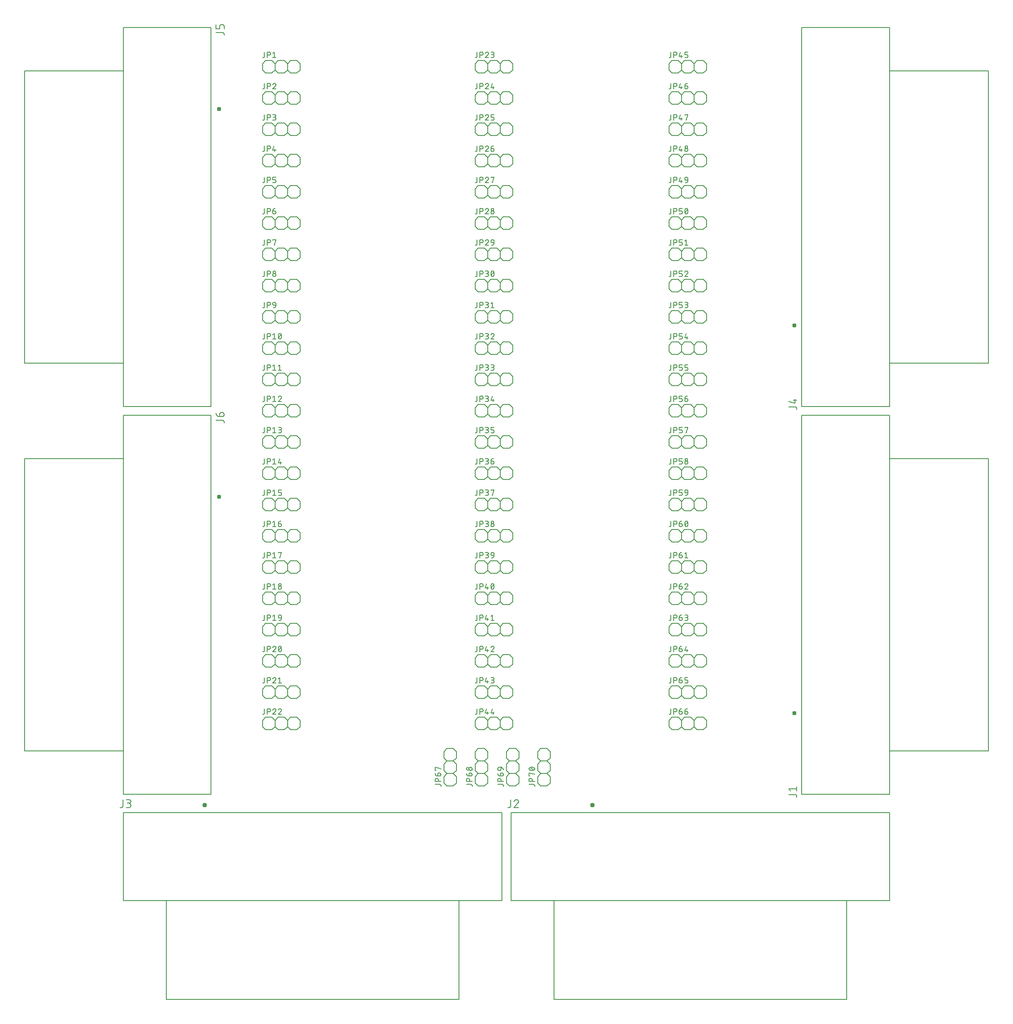
<source format=gbr>
G04 EAGLE Gerber X2 export*
%TF.Part,Single*%
%TF.FileFunction,Legend,Top,1*%
%TF.FilePolarity,Positive*%
%TF.GenerationSoftware,Autodesk,EAGLE,9.1.3*%
%TF.CreationDate,2020-04-16T01:31:32Z*%
G75*
%MOMM*%
%FSLAX34Y34*%
%LPD*%
%AMOC8*
5,1,8,0,0,1.08239X$1,22.5*%
G01*
%ADD10C,0.152400*%
%ADD11C,0.400000*%
%ADD12C,0.127000*%


D10*
X1413200Y-193500D02*
X644200Y-193500D01*
X644200Y-372000D02*
X1413200Y-372000D01*
X644200Y-372000D02*
X644200Y-193500D01*
X1413200Y-193500D02*
X1413200Y-372000D01*
X1332678Y-371993D01*
X1325700Y-372001D02*
X1325700Y-371991D01*
X1245736Y-371991D01*
X731700Y-372001D02*
X731700Y-572500D01*
X1325700Y-572500D01*
X1325700Y-372001D01*
X1245678Y-372001D01*
X643267Y-179696D02*
X643267Y-167029D01*
X643267Y-179696D02*
X643265Y-179814D01*
X643259Y-179933D01*
X643250Y-180051D01*
X643236Y-180168D01*
X643219Y-180286D01*
X643197Y-180402D01*
X643172Y-180518D01*
X643144Y-180633D01*
X643111Y-180747D01*
X643075Y-180859D01*
X643035Y-180971D01*
X642992Y-181081D01*
X642944Y-181190D01*
X642894Y-181297D01*
X642840Y-181402D01*
X642782Y-181505D01*
X642721Y-181607D01*
X642657Y-181707D01*
X642590Y-181804D01*
X642519Y-181899D01*
X642446Y-181992D01*
X642369Y-182082D01*
X642289Y-182170D01*
X642207Y-182255D01*
X642122Y-182337D01*
X642034Y-182417D01*
X641944Y-182494D01*
X641851Y-182567D01*
X641756Y-182638D01*
X641659Y-182705D01*
X641559Y-182769D01*
X641458Y-182830D01*
X641354Y-182888D01*
X641249Y-182942D01*
X641142Y-182992D01*
X641033Y-183040D01*
X640923Y-183083D01*
X640811Y-183123D01*
X640699Y-183159D01*
X640585Y-183192D01*
X640470Y-183220D01*
X640354Y-183245D01*
X640238Y-183267D01*
X640120Y-183284D01*
X640003Y-183298D01*
X639885Y-183307D01*
X639766Y-183313D01*
X639648Y-183315D01*
X637838Y-183315D01*
X655317Y-167028D02*
X655442Y-167030D01*
X655568Y-167036D01*
X655693Y-167045D01*
X655817Y-167059D01*
X655942Y-167076D01*
X656065Y-167097D01*
X656188Y-167122D01*
X656310Y-167151D01*
X656431Y-167183D01*
X656551Y-167220D01*
X656670Y-167259D01*
X656788Y-167303D01*
X656904Y-167350D01*
X657019Y-167401D01*
X657132Y-167455D01*
X657243Y-167513D01*
X657353Y-167574D01*
X657461Y-167638D01*
X657566Y-167706D01*
X657670Y-167776D01*
X657771Y-167850D01*
X657870Y-167928D01*
X657966Y-168008D01*
X658060Y-168091D01*
X658152Y-168177D01*
X658240Y-168265D01*
X658326Y-168357D01*
X658409Y-168451D01*
X658489Y-168547D01*
X658567Y-168646D01*
X658641Y-168747D01*
X658711Y-168851D01*
X658779Y-168956D01*
X658843Y-169064D01*
X658904Y-169174D01*
X658962Y-169285D01*
X659016Y-169398D01*
X659067Y-169513D01*
X659114Y-169629D01*
X659158Y-169747D01*
X659197Y-169866D01*
X659234Y-169986D01*
X659266Y-170107D01*
X659295Y-170229D01*
X659320Y-170352D01*
X659341Y-170475D01*
X659358Y-170600D01*
X659372Y-170724D01*
X659381Y-170849D01*
X659387Y-170975D01*
X659389Y-171100D01*
X655317Y-167028D02*
X655174Y-167030D01*
X655031Y-167036D01*
X654888Y-167046D01*
X654746Y-167059D01*
X654604Y-167077D01*
X654463Y-167098D01*
X654322Y-167123D01*
X654182Y-167153D01*
X654043Y-167186D01*
X653905Y-167222D01*
X653767Y-167263D01*
X653631Y-167307D01*
X653497Y-167355D01*
X653363Y-167407D01*
X653231Y-167462D01*
X653101Y-167521D01*
X652972Y-167583D01*
X652845Y-167649D01*
X652720Y-167718D01*
X652597Y-167791D01*
X652476Y-167867D01*
X652357Y-167946D01*
X652240Y-168029D01*
X652126Y-168114D01*
X652014Y-168203D01*
X651904Y-168295D01*
X651797Y-168390D01*
X651692Y-168487D01*
X651591Y-168588D01*
X651492Y-168691D01*
X651396Y-168797D01*
X651302Y-168905D01*
X651212Y-169016D01*
X651125Y-169130D01*
X651041Y-169246D01*
X650960Y-169364D01*
X650883Y-169484D01*
X650809Y-169606D01*
X650738Y-169730D01*
X650670Y-169856D01*
X650607Y-169984D01*
X650546Y-170114D01*
X650489Y-170245D01*
X650436Y-170378D01*
X650386Y-170512D01*
X650340Y-170647D01*
X658031Y-174267D02*
X658124Y-174175D01*
X658215Y-174080D01*
X658303Y-173983D01*
X658388Y-173883D01*
X658470Y-173781D01*
X658549Y-173676D01*
X658625Y-173569D01*
X658697Y-173459D01*
X658766Y-173348D01*
X658832Y-173234D01*
X658894Y-173119D01*
X658953Y-173002D01*
X659008Y-172883D01*
X659060Y-172762D01*
X659108Y-172640D01*
X659152Y-172517D01*
X659193Y-172392D01*
X659230Y-172266D01*
X659263Y-172139D01*
X659292Y-172011D01*
X659317Y-171883D01*
X659339Y-171753D01*
X659357Y-171623D01*
X659370Y-171493D01*
X659380Y-171362D01*
X659386Y-171231D01*
X659388Y-171100D01*
X658031Y-174267D02*
X650340Y-183315D01*
X659388Y-183315D01*
D11*
X807000Y-177800D02*
X807002Y-177711D01*
X807008Y-177622D01*
X807018Y-177533D01*
X807032Y-177445D01*
X807049Y-177358D01*
X807071Y-177272D01*
X807097Y-177186D01*
X807126Y-177102D01*
X807159Y-177019D01*
X807195Y-176938D01*
X807236Y-176858D01*
X807279Y-176781D01*
X807326Y-176705D01*
X807377Y-176632D01*
X807430Y-176561D01*
X807487Y-176492D01*
X807547Y-176426D01*
X807610Y-176362D01*
X807675Y-176302D01*
X807743Y-176244D01*
X807814Y-176190D01*
X807887Y-176139D01*
X807962Y-176091D01*
X808039Y-176046D01*
X808118Y-176005D01*
X808199Y-175968D01*
X808281Y-175934D01*
X808365Y-175903D01*
X808450Y-175877D01*
X808536Y-175854D01*
X808623Y-175836D01*
X808711Y-175821D01*
X808800Y-175810D01*
X808889Y-175803D01*
X808978Y-175800D01*
X809067Y-175801D01*
X809156Y-175806D01*
X809244Y-175815D01*
X809333Y-175828D01*
X809420Y-175845D01*
X809507Y-175865D01*
X809593Y-175890D01*
X809677Y-175918D01*
X809760Y-175950D01*
X809842Y-175986D01*
X809922Y-176025D01*
X810000Y-176068D01*
X810076Y-176114D01*
X810150Y-176164D01*
X810222Y-176217D01*
X810291Y-176273D01*
X810358Y-176332D01*
X810422Y-176394D01*
X810483Y-176458D01*
X810542Y-176526D01*
X810597Y-176596D01*
X810649Y-176668D01*
X810698Y-176743D01*
X810743Y-176819D01*
X810785Y-176898D01*
X810823Y-176978D01*
X810858Y-177060D01*
X810889Y-177144D01*
X810917Y-177229D01*
X810940Y-177315D01*
X810960Y-177402D01*
X810976Y-177489D01*
X810988Y-177578D01*
X810996Y-177666D01*
X811000Y-177755D01*
X811000Y-177845D01*
X810996Y-177934D01*
X810988Y-178022D01*
X810976Y-178111D01*
X810960Y-178198D01*
X810940Y-178285D01*
X810917Y-178371D01*
X810889Y-178456D01*
X810858Y-178540D01*
X810823Y-178622D01*
X810785Y-178702D01*
X810743Y-178781D01*
X810698Y-178857D01*
X810649Y-178932D01*
X810597Y-179004D01*
X810542Y-179074D01*
X810483Y-179142D01*
X810422Y-179206D01*
X810358Y-179268D01*
X810291Y-179327D01*
X810222Y-179383D01*
X810150Y-179436D01*
X810076Y-179486D01*
X810000Y-179532D01*
X809922Y-179575D01*
X809842Y-179614D01*
X809760Y-179650D01*
X809677Y-179682D01*
X809593Y-179710D01*
X809507Y-179735D01*
X809420Y-179755D01*
X809333Y-179772D01*
X809244Y-179785D01*
X809156Y-179794D01*
X809067Y-179799D01*
X808978Y-179800D01*
X808889Y-179797D01*
X808800Y-179790D01*
X808711Y-179779D01*
X808623Y-179764D01*
X808536Y-179746D01*
X808450Y-179723D01*
X808365Y-179697D01*
X808281Y-179666D01*
X808199Y-179632D01*
X808118Y-179595D01*
X808039Y-179554D01*
X807962Y-179509D01*
X807887Y-179461D01*
X807814Y-179410D01*
X807743Y-179356D01*
X807675Y-179298D01*
X807610Y-179238D01*
X807547Y-179174D01*
X807487Y-179108D01*
X807430Y-179039D01*
X807377Y-178968D01*
X807326Y-178895D01*
X807279Y-178819D01*
X807236Y-178742D01*
X807195Y-178662D01*
X807159Y-178581D01*
X807126Y-178498D01*
X807097Y-178414D01*
X807071Y-178328D01*
X807049Y-178242D01*
X807032Y-178155D01*
X807018Y-178067D01*
X807008Y-177978D01*
X807002Y-177889D01*
X807000Y-177800D01*
D10*
X625800Y-193500D02*
X-143200Y-193500D01*
X-143200Y-372000D02*
X625800Y-372000D01*
X-143200Y-372000D02*
X-143200Y-193500D01*
X625800Y-193500D02*
X625800Y-372000D01*
X545278Y-371993D01*
X538300Y-372001D02*
X538300Y-371991D01*
X458336Y-371991D01*
X-55700Y-372001D02*
X-55700Y-572500D01*
X538300Y-572500D01*
X538300Y-372001D01*
X458278Y-372001D01*
X-144133Y-179696D02*
X-144133Y-167029D01*
X-144133Y-179696D02*
X-144135Y-179814D01*
X-144141Y-179933D01*
X-144150Y-180051D01*
X-144164Y-180168D01*
X-144181Y-180286D01*
X-144203Y-180402D01*
X-144228Y-180518D01*
X-144256Y-180633D01*
X-144289Y-180747D01*
X-144325Y-180859D01*
X-144365Y-180971D01*
X-144408Y-181081D01*
X-144456Y-181190D01*
X-144506Y-181297D01*
X-144560Y-181402D01*
X-144618Y-181506D01*
X-144679Y-181607D01*
X-144743Y-181707D01*
X-144810Y-181804D01*
X-144881Y-181899D01*
X-144954Y-181992D01*
X-145031Y-182082D01*
X-145111Y-182170D01*
X-145193Y-182255D01*
X-145278Y-182337D01*
X-145366Y-182417D01*
X-145456Y-182494D01*
X-145549Y-182567D01*
X-145644Y-182638D01*
X-145741Y-182705D01*
X-145841Y-182769D01*
X-145943Y-182830D01*
X-146046Y-182888D01*
X-146151Y-182942D01*
X-146258Y-182992D01*
X-146367Y-183040D01*
X-146477Y-183083D01*
X-146589Y-183123D01*
X-146701Y-183159D01*
X-146815Y-183192D01*
X-146930Y-183220D01*
X-147046Y-183245D01*
X-147163Y-183267D01*
X-147280Y-183284D01*
X-147397Y-183298D01*
X-147515Y-183307D01*
X-147634Y-183313D01*
X-147752Y-183315D01*
X-149562Y-183315D01*
X-137060Y-183315D02*
X-132536Y-183315D01*
X-132403Y-183313D01*
X-132270Y-183307D01*
X-132138Y-183297D01*
X-132006Y-183284D01*
X-131874Y-183266D01*
X-131743Y-183245D01*
X-131613Y-183220D01*
X-131483Y-183191D01*
X-131354Y-183158D01*
X-131227Y-183121D01*
X-131100Y-183081D01*
X-130975Y-183037D01*
X-130851Y-182989D01*
X-130728Y-182938D01*
X-130607Y-182883D01*
X-130488Y-182825D01*
X-130371Y-182763D01*
X-130255Y-182698D01*
X-130141Y-182629D01*
X-130030Y-182557D01*
X-129920Y-182482D01*
X-129813Y-182404D01*
X-129708Y-182322D01*
X-129605Y-182238D01*
X-129506Y-182150D01*
X-129408Y-182060D01*
X-129314Y-181966D01*
X-129222Y-181870D01*
X-129133Y-181772D01*
X-129047Y-181671D01*
X-128964Y-181567D01*
X-128884Y-181461D01*
X-128807Y-181353D01*
X-128733Y-181242D01*
X-128663Y-181129D01*
X-128596Y-181015D01*
X-128533Y-180898D01*
X-128472Y-180779D01*
X-128416Y-180659D01*
X-128363Y-180538D01*
X-128313Y-180414D01*
X-128267Y-180290D01*
X-128225Y-180164D01*
X-128187Y-180037D01*
X-128152Y-179908D01*
X-128121Y-179779D01*
X-128094Y-179649D01*
X-128071Y-179518D01*
X-128051Y-179387D01*
X-128036Y-179255D01*
X-128024Y-179123D01*
X-128016Y-178990D01*
X-128012Y-178857D01*
X-128012Y-178725D01*
X-128016Y-178592D01*
X-128024Y-178459D01*
X-128036Y-178327D01*
X-128051Y-178195D01*
X-128071Y-178064D01*
X-128094Y-177933D01*
X-128121Y-177803D01*
X-128152Y-177674D01*
X-128187Y-177545D01*
X-128225Y-177418D01*
X-128267Y-177292D01*
X-128313Y-177168D01*
X-128363Y-177044D01*
X-128416Y-176923D01*
X-128472Y-176803D01*
X-128533Y-176684D01*
X-128596Y-176567D01*
X-128663Y-176453D01*
X-128733Y-176340D01*
X-128807Y-176229D01*
X-128884Y-176121D01*
X-128964Y-176015D01*
X-129047Y-175911D01*
X-129133Y-175810D01*
X-129222Y-175712D01*
X-129314Y-175616D01*
X-129408Y-175522D01*
X-129506Y-175432D01*
X-129605Y-175344D01*
X-129708Y-175260D01*
X-129813Y-175178D01*
X-129920Y-175100D01*
X-130030Y-175025D01*
X-130141Y-174953D01*
X-130255Y-174884D01*
X-130371Y-174819D01*
X-130488Y-174757D01*
X-130607Y-174699D01*
X-130728Y-174644D01*
X-130851Y-174593D01*
X-130975Y-174545D01*
X-131100Y-174501D01*
X-131227Y-174461D01*
X-131354Y-174424D01*
X-131483Y-174391D01*
X-131613Y-174362D01*
X-131743Y-174337D01*
X-131874Y-174316D01*
X-132006Y-174298D01*
X-132138Y-174285D01*
X-132270Y-174275D01*
X-132403Y-174269D01*
X-132536Y-174267D01*
X-131631Y-167029D02*
X-137060Y-167029D01*
X-131631Y-167029D02*
X-131513Y-167031D01*
X-131394Y-167037D01*
X-131276Y-167046D01*
X-131159Y-167060D01*
X-131041Y-167077D01*
X-130925Y-167099D01*
X-130809Y-167124D01*
X-130694Y-167152D01*
X-130580Y-167185D01*
X-130468Y-167221D01*
X-130356Y-167261D01*
X-130246Y-167304D01*
X-130137Y-167352D01*
X-130030Y-167402D01*
X-129925Y-167456D01*
X-129822Y-167514D01*
X-129720Y-167575D01*
X-129620Y-167639D01*
X-129523Y-167706D01*
X-129428Y-167777D01*
X-129335Y-167850D01*
X-129245Y-167927D01*
X-129157Y-168007D01*
X-129072Y-168089D01*
X-128990Y-168174D01*
X-128910Y-168262D01*
X-128833Y-168352D01*
X-128760Y-168445D01*
X-128689Y-168540D01*
X-128622Y-168637D01*
X-128558Y-168737D01*
X-128497Y-168838D01*
X-128439Y-168942D01*
X-128385Y-169047D01*
X-128335Y-169154D01*
X-128287Y-169263D01*
X-128244Y-169373D01*
X-128204Y-169485D01*
X-128168Y-169597D01*
X-128135Y-169711D01*
X-128107Y-169826D01*
X-128082Y-169942D01*
X-128060Y-170058D01*
X-128043Y-170176D01*
X-128029Y-170293D01*
X-128020Y-170411D01*
X-128014Y-170530D01*
X-128012Y-170648D01*
X-128014Y-170766D01*
X-128020Y-170885D01*
X-128029Y-171003D01*
X-128043Y-171120D01*
X-128060Y-171238D01*
X-128082Y-171354D01*
X-128107Y-171470D01*
X-128135Y-171585D01*
X-128168Y-171699D01*
X-128204Y-171811D01*
X-128244Y-171923D01*
X-128287Y-172033D01*
X-128335Y-172142D01*
X-128385Y-172249D01*
X-128439Y-172354D01*
X-128497Y-172457D01*
X-128558Y-172559D01*
X-128622Y-172659D01*
X-128689Y-172756D01*
X-128760Y-172851D01*
X-128833Y-172944D01*
X-128910Y-173034D01*
X-128990Y-173122D01*
X-129072Y-173207D01*
X-129157Y-173289D01*
X-129245Y-173369D01*
X-129335Y-173446D01*
X-129428Y-173519D01*
X-129523Y-173590D01*
X-129620Y-173657D01*
X-129720Y-173721D01*
X-129821Y-173782D01*
X-129925Y-173840D01*
X-130030Y-173894D01*
X-130137Y-173944D01*
X-130246Y-173992D01*
X-130356Y-174035D01*
X-130468Y-174075D01*
X-130580Y-174111D01*
X-130694Y-174144D01*
X-130809Y-174172D01*
X-130925Y-174197D01*
X-131041Y-174219D01*
X-131159Y-174236D01*
X-131276Y-174250D01*
X-131394Y-174259D01*
X-131513Y-174265D01*
X-131631Y-174267D01*
X-135250Y-174267D01*
D11*
X19600Y-177800D02*
X19602Y-177711D01*
X19608Y-177622D01*
X19618Y-177533D01*
X19632Y-177445D01*
X19649Y-177358D01*
X19671Y-177272D01*
X19697Y-177186D01*
X19726Y-177102D01*
X19759Y-177019D01*
X19795Y-176938D01*
X19836Y-176858D01*
X19879Y-176781D01*
X19926Y-176705D01*
X19977Y-176632D01*
X20030Y-176561D01*
X20087Y-176492D01*
X20147Y-176426D01*
X20210Y-176362D01*
X20275Y-176302D01*
X20343Y-176244D01*
X20414Y-176190D01*
X20487Y-176139D01*
X20562Y-176091D01*
X20639Y-176046D01*
X20718Y-176005D01*
X20799Y-175968D01*
X20881Y-175934D01*
X20965Y-175903D01*
X21050Y-175877D01*
X21136Y-175854D01*
X21223Y-175836D01*
X21311Y-175821D01*
X21400Y-175810D01*
X21489Y-175803D01*
X21578Y-175800D01*
X21667Y-175801D01*
X21756Y-175806D01*
X21844Y-175815D01*
X21933Y-175828D01*
X22020Y-175845D01*
X22107Y-175865D01*
X22193Y-175890D01*
X22277Y-175918D01*
X22360Y-175950D01*
X22442Y-175986D01*
X22522Y-176025D01*
X22600Y-176068D01*
X22676Y-176114D01*
X22750Y-176164D01*
X22822Y-176217D01*
X22891Y-176273D01*
X22958Y-176332D01*
X23022Y-176394D01*
X23083Y-176458D01*
X23142Y-176526D01*
X23197Y-176596D01*
X23249Y-176668D01*
X23298Y-176743D01*
X23343Y-176819D01*
X23385Y-176898D01*
X23423Y-176978D01*
X23458Y-177060D01*
X23489Y-177144D01*
X23517Y-177229D01*
X23540Y-177315D01*
X23560Y-177402D01*
X23576Y-177489D01*
X23588Y-177578D01*
X23596Y-177666D01*
X23600Y-177755D01*
X23600Y-177845D01*
X23596Y-177934D01*
X23588Y-178022D01*
X23576Y-178111D01*
X23560Y-178198D01*
X23540Y-178285D01*
X23517Y-178371D01*
X23489Y-178456D01*
X23458Y-178540D01*
X23423Y-178622D01*
X23385Y-178702D01*
X23343Y-178781D01*
X23298Y-178857D01*
X23249Y-178932D01*
X23197Y-179004D01*
X23142Y-179074D01*
X23083Y-179142D01*
X23022Y-179206D01*
X22958Y-179268D01*
X22891Y-179327D01*
X22822Y-179383D01*
X22750Y-179436D01*
X22676Y-179486D01*
X22600Y-179532D01*
X22522Y-179575D01*
X22442Y-179614D01*
X22360Y-179650D01*
X22277Y-179682D01*
X22193Y-179710D01*
X22107Y-179735D01*
X22020Y-179755D01*
X21933Y-179772D01*
X21844Y-179785D01*
X21756Y-179794D01*
X21667Y-179799D01*
X21578Y-179800D01*
X21489Y-179797D01*
X21400Y-179790D01*
X21311Y-179779D01*
X21223Y-179764D01*
X21136Y-179746D01*
X21050Y-179723D01*
X20965Y-179697D01*
X20881Y-179666D01*
X20799Y-179632D01*
X20718Y-179595D01*
X20639Y-179554D01*
X20562Y-179509D01*
X20487Y-179461D01*
X20414Y-179410D01*
X20343Y-179356D01*
X20275Y-179298D01*
X20210Y-179238D01*
X20147Y-179174D01*
X20087Y-179108D01*
X20030Y-179039D01*
X19977Y-178968D01*
X19926Y-178895D01*
X19879Y-178819D01*
X19836Y-178742D01*
X19795Y-178662D01*
X19759Y-178581D01*
X19726Y-178498D01*
X19697Y-178414D01*
X19671Y-178328D01*
X19649Y-178242D01*
X19632Y-178155D01*
X19618Y-178067D01*
X19608Y-177978D01*
X19602Y-177889D01*
X19600Y-177800D01*
D10*
X146050Y1333500D02*
X158750Y1333500D01*
X165100Y1327150D01*
X165100Y1314450D01*
X158750Y1308100D01*
X165100Y1327150D02*
X171450Y1333500D01*
X184150Y1333500D01*
X190500Y1327150D01*
X190500Y1314450D01*
X184150Y1308100D01*
X171450Y1308100D01*
X165100Y1314450D01*
X139700Y1314450D02*
X139700Y1327150D01*
X146050Y1333500D01*
X139700Y1314450D02*
X146050Y1308100D01*
X158750Y1308100D01*
X190500Y1327150D02*
X196850Y1333500D01*
X209550Y1333500D01*
X215900Y1327150D01*
X215900Y1314450D01*
X209550Y1308100D01*
X196850Y1308100D01*
X190500Y1314450D01*
D12*
X143383Y1342263D02*
X143383Y1351153D01*
X143383Y1342263D02*
X143381Y1342163D01*
X143375Y1342064D01*
X143365Y1341964D01*
X143352Y1341866D01*
X143334Y1341767D01*
X143313Y1341670D01*
X143288Y1341574D01*
X143259Y1341478D01*
X143226Y1341384D01*
X143190Y1341291D01*
X143150Y1341200D01*
X143106Y1341110D01*
X143059Y1341022D01*
X143009Y1340936D01*
X142955Y1340852D01*
X142898Y1340770D01*
X142838Y1340691D01*
X142774Y1340613D01*
X142708Y1340539D01*
X142639Y1340467D01*
X142567Y1340398D01*
X142493Y1340332D01*
X142415Y1340268D01*
X142336Y1340208D01*
X142254Y1340151D01*
X142170Y1340097D01*
X142084Y1340047D01*
X141996Y1340000D01*
X141906Y1339956D01*
X141815Y1339916D01*
X141722Y1339880D01*
X141628Y1339847D01*
X141532Y1339818D01*
X141436Y1339793D01*
X141339Y1339772D01*
X141240Y1339754D01*
X141142Y1339741D01*
X141042Y1339731D01*
X140943Y1339725D01*
X140843Y1339723D01*
X139573Y1339723D01*
X149363Y1339723D02*
X149363Y1351153D01*
X152538Y1351153D01*
X152649Y1351151D01*
X152759Y1351145D01*
X152870Y1351136D01*
X152980Y1351122D01*
X153089Y1351105D01*
X153198Y1351084D01*
X153306Y1351059D01*
X153413Y1351030D01*
X153519Y1350998D01*
X153624Y1350962D01*
X153727Y1350922D01*
X153829Y1350879D01*
X153930Y1350832D01*
X154029Y1350781D01*
X154126Y1350728D01*
X154220Y1350671D01*
X154313Y1350610D01*
X154404Y1350547D01*
X154493Y1350480D01*
X154579Y1350410D01*
X154662Y1350337D01*
X154744Y1350262D01*
X154822Y1350184D01*
X154897Y1350102D01*
X154970Y1350019D01*
X155040Y1349933D01*
X155107Y1349844D01*
X155170Y1349753D01*
X155231Y1349660D01*
X155288Y1349566D01*
X155341Y1349469D01*
X155392Y1349370D01*
X155439Y1349269D01*
X155482Y1349167D01*
X155522Y1349064D01*
X155558Y1348959D01*
X155590Y1348853D01*
X155619Y1348746D01*
X155644Y1348638D01*
X155665Y1348529D01*
X155682Y1348420D01*
X155696Y1348310D01*
X155705Y1348199D01*
X155711Y1348089D01*
X155713Y1347978D01*
X155711Y1347867D01*
X155705Y1347757D01*
X155696Y1347646D01*
X155682Y1347536D01*
X155665Y1347427D01*
X155644Y1347318D01*
X155619Y1347210D01*
X155590Y1347103D01*
X155558Y1346997D01*
X155522Y1346892D01*
X155482Y1346789D01*
X155439Y1346687D01*
X155392Y1346586D01*
X155341Y1346487D01*
X155288Y1346391D01*
X155231Y1346296D01*
X155170Y1346203D01*
X155107Y1346112D01*
X155040Y1346023D01*
X154970Y1345937D01*
X154897Y1345854D01*
X154822Y1345772D01*
X154744Y1345694D01*
X154662Y1345619D01*
X154579Y1345546D01*
X154493Y1345476D01*
X154404Y1345409D01*
X154313Y1345346D01*
X154220Y1345285D01*
X154125Y1345228D01*
X154029Y1345175D01*
X153930Y1345124D01*
X153829Y1345077D01*
X153727Y1345034D01*
X153624Y1344994D01*
X153519Y1344958D01*
X153413Y1344926D01*
X153306Y1344897D01*
X153198Y1344872D01*
X153089Y1344851D01*
X152980Y1344834D01*
X152870Y1344820D01*
X152759Y1344811D01*
X152649Y1344805D01*
X152538Y1344803D01*
X149363Y1344803D01*
X160222Y1348613D02*
X163397Y1351153D01*
X163397Y1339723D01*
X160222Y1339723D02*
X166572Y1339723D01*
D10*
X158750Y1270000D02*
X146050Y1270000D01*
X158750Y1270000D02*
X165100Y1263650D01*
X165100Y1250950D01*
X158750Y1244600D01*
X165100Y1263650D02*
X171450Y1270000D01*
X184150Y1270000D01*
X190500Y1263650D01*
X190500Y1250950D01*
X184150Y1244600D01*
X171450Y1244600D01*
X165100Y1250950D01*
X139700Y1250950D02*
X139700Y1263650D01*
X146050Y1270000D01*
X139700Y1250950D02*
X146050Y1244600D01*
X158750Y1244600D01*
X190500Y1263650D02*
X196850Y1270000D01*
X209550Y1270000D01*
X215900Y1263650D01*
X215900Y1250950D01*
X209550Y1244600D01*
X196850Y1244600D01*
X190500Y1250950D01*
D12*
X143383Y1278763D02*
X143383Y1287653D01*
X143383Y1278763D02*
X143381Y1278663D01*
X143375Y1278564D01*
X143365Y1278464D01*
X143352Y1278366D01*
X143334Y1278267D01*
X143313Y1278170D01*
X143288Y1278074D01*
X143259Y1277978D01*
X143226Y1277884D01*
X143190Y1277791D01*
X143150Y1277700D01*
X143106Y1277610D01*
X143059Y1277522D01*
X143009Y1277436D01*
X142955Y1277352D01*
X142898Y1277270D01*
X142838Y1277191D01*
X142774Y1277113D01*
X142708Y1277039D01*
X142639Y1276967D01*
X142567Y1276898D01*
X142493Y1276832D01*
X142415Y1276768D01*
X142336Y1276708D01*
X142254Y1276651D01*
X142170Y1276597D01*
X142084Y1276547D01*
X141996Y1276500D01*
X141906Y1276456D01*
X141815Y1276416D01*
X141722Y1276380D01*
X141628Y1276347D01*
X141532Y1276318D01*
X141436Y1276293D01*
X141339Y1276272D01*
X141240Y1276254D01*
X141142Y1276241D01*
X141042Y1276231D01*
X140943Y1276225D01*
X140843Y1276223D01*
X139573Y1276223D01*
X149363Y1276223D02*
X149363Y1287653D01*
X152538Y1287653D01*
X152649Y1287651D01*
X152759Y1287645D01*
X152870Y1287636D01*
X152980Y1287622D01*
X153089Y1287605D01*
X153198Y1287584D01*
X153306Y1287559D01*
X153413Y1287530D01*
X153519Y1287498D01*
X153624Y1287462D01*
X153727Y1287422D01*
X153829Y1287379D01*
X153930Y1287332D01*
X154029Y1287281D01*
X154126Y1287228D01*
X154220Y1287171D01*
X154313Y1287110D01*
X154404Y1287047D01*
X154493Y1286980D01*
X154579Y1286910D01*
X154662Y1286837D01*
X154744Y1286762D01*
X154822Y1286684D01*
X154897Y1286602D01*
X154970Y1286519D01*
X155040Y1286433D01*
X155107Y1286344D01*
X155170Y1286253D01*
X155231Y1286160D01*
X155288Y1286066D01*
X155341Y1285969D01*
X155392Y1285870D01*
X155439Y1285769D01*
X155482Y1285667D01*
X155522Y1285564D01*
X155558Y1285459D01*
X155590Y1285353D01*
X155619Y1285246D01*
X155644Y1285138D01*
X155665Y1285029D01*
X155682Y1284920D01*
X155696Y1284810D01*
X155705Y1284699D01*
X155711Y1284589D01*
X155713Y1284478D01*
X155711Y1284367D01*
X155705Y1284257D01*
X155696Y1284146D01*
X155682Y1284036D01*
X155665Y1283927D01*
X155644Y1283818D01*
X155619Y1283710D01*
X155590Y1283603D01*
X155558Y1283497D01*
X155522Y1283392D01*
X155482Y1283289D01*
X155439Y1283187D01*
X155392Y1283086D01*
X155341Y1282987D01*
X155288Y1282891D01*
X155231Y1282796D01*
X155170Y1282703D01*
X155107Y1282612D01*
X155040Y1282523D01*
X154970Y1282437D01*
X154897Y1282354D01*
X154822Y1282272D01*
X154744Y1282194D01*
X154662Y1282119D01*
X154579Y1282046D01*
X154493Y1281976D01*
X154404Y1281909D01*
X154313Y1281846D01*
X154220Y1281785D01*
X154125Y1281728D01*
X154029Y1281675D01*
X153930Y1281624D01*
X153829Y1281577D01*
X153727Y1281534D01*
X153624Y1281494D01*
X153519Y1281458D01*
X153413Y1281426D01*
X153306Y1281397D01*
X153198Y1281372D01*
X153089Y1281351D01*
X152980Y1281334D01*
X152870Y1281320D01*
X152759Y1281311D01*
X152649Y1281305D01*
X152538Y1281303D01*
X149363Y1281303D01*
X163714Y1287654D02*
X163818Y1287652D01*
X163923Y1287646D01*
X164027Y1287637D01*
X164130Y1287624D01*
X164233Y1287606D01*
X164335Y1287586D01*
X164437Y1287561D01*
X164537Y1287533D01*
X164637Y1287501D01*
X164735Y1287465D01*
X164832Y1287426D01*
X164927Y1287384D01*
X165021Y1287338D01*
X165113Y1287288D01*
X165203Y1287236D01*
X165291Y1287180D01*
X165377Y1287120D01*
X165461Y1287058D01*
X165542Y1286993D01*
X165621Y1286925D01*
X165698Y1286853D01*
X165771Y1286780D01*
X165843Y1286703D01*
X165911Y1286624D01*
X165976Y1286543D01*
X166038Y1286459D01*
X166098Y1286373D01*
X166154Y1286285D01*
X166206Y1286195D01*
X166256Y1286103D01*
X166302Y1286009D01*
X166344Y1285914D01*
X166383Y1285817D01*
X166419Y1285719D01*
X166451Y1285619D01*
X166479Y1285519D01*
X166504Y1285417D01*
X166524Y1285315D01*
X166542Y1285212D01*
X166555Y1285109D01*
X166564Y1285005D01*
X166570Y1284900D01*
X166572Y1284796D01*
X163714Y1287653D02*
X163596Y1287651D01*
X163477Y1287645D01*
X163359Y1287636D01*
X163242Y1287623D01*
X163125Y1287605D01*
X163008Y1287585D01*
X162892Y1287560D01*
X162777Y1287532D01*
X162664Y1287499D01*
X162551Y1287464D01*
X162439Y1287424D01*
X162329Y1287382D01*
X162220Y1287335D01*
X162112Y1287285D01*
X162007Y1287232D01*
X161903Y1287175D01*
X161801Y1287115D01*
X161701Y1287052D01*
X161603Y1286985D01*
X161507Y1286916D01*
X161414Y1286843D01*
X161323Y1286767D01*
X161234Y1286689D01*
X161148Y1286607D01*
X161065Y1286523D01*
X160984Y1286437D01*
X160907Y1286347D01*
X160832Y1286256D01*
X160760Y1286162D01*
X160691Y1286065D01*
X160626Y1285967D01*
X160563Y1285866D01*
X160504Y1285763D01*
X160448Y1285659D01*
X160396Y1285553D01*
X160347Y1285445D01*
X160302Y1285336D01*
X160260Y1285225D01*
X160222Y1285113D01*
X165620Y1282574D02*
X165696Y1282649D01*
X165771Y1282728D01*
X165842Y1282809D01*
X165911Y1282893D01*
X165976Y1282979D01*
X166038Y1283067D01*
X166098Y1283157D01*
X166154Y1283249D01*
X166207Y1283344D01*
X166256Y1283440D01*
X166302Y1283538D01*
X166345Y1283637D01*
X166384Y1283738D01*
X166419Y1283840D01*
X166451Y1283943D01*
X166479Y1284047D01*
X166504Y1284152D01*
X166525Y1284259D01*
X166542Y1284365D01*
X166555Y1284472D01*
X166564Y1284580D01*
X166570Y1284688D01*
X166572Y1284796D01*
X165619Y1282573D02*
X160222Y1276223D01*
X166572Y1276223D01*
D10*
X158750Y1206500D02*
X146050Y1206500D01*
X158750Y1206500D02*
X165100Y1200150D01*
X165100Y1187450D01*
X158750Y1181100D01*
X165100Y1200150D02*
X171450Y1206500D01*
X184150Y1206500D01*
X190500Y1200150D01*
X190500Y1187450D01*
X184150Y1181100D01*
X171450Y1181100D01*
X165100Y1187450D01*
X139700Y1187450D02*
X139700Y1200150D01*
X146050Y1206500D01*
X139700Y1187450D02*
X146050Y1181100D01*
X158750Y1181100D01*
X190500Y1200150D02*
X196850Y1206500D01*
X209550Y1206500D01*
X215900Y1200150D01*
X215900Y1187450D01*
X209550Y1181100D01*
X196850Y1181100D01*
X190500Y1187450D01*
D12*
X143383Y1215263D02*
X143383Y1224153D01*
X143383Y1215263D02*
X143381Y1215163D01*
X143375Y1215064D01*
X143365Y1214964D01*
X143352Y1214866D01*
X143334Y1214767D01*
X143313Y1214670D01*
X143288Y1214574D01*
X143259Y1214478D01*
X143226Y1214384D01*
X143190Y1214291D01*
X143150Y1214200D01*
X143106Y1214110D01*
X143059Y1214022D01*
X143009Y1213936D01*
X142955Y1213852D01*
X142898Y1213770D01*
X142838Y1213691D01*
X142774Y1213613D01*
X142708Y1213539D01*
X142639Y1213467D01*
X142567Y1213398D01*
X142493Y1213332D01*
X142415Y1213268D01*
X142336Y1213208D01*
X142254Y1213151D01*
X142170Y1213097D01*
X142084Y1213047D01*
X141996Y1213000D01*
X141906Y1212956D01*
X141815Y1212916D01*
X141722Y1212880D01*
X141628Y1212847D01*
X141532Y1212818D01*
X141436Y1212793D01*
X141339Y1212772D01*
X141240Y1212754D01*
X141142Y1212741D01*
X141042Y1212731D01*
X140943Y1212725D01*
X140843Y1212723D01*
X139573Y1212723D01*
X149363Y1212723D02*
X149363Y1224153D01*
X152538Y1224153D01*
X152649Y1224151D01*
X152759Y1224145D01*
X152870Y1224136D01*
X152980Y1224122D01*
X153089Y1224105D01*
X153198Y1224084D01*
X153306Y1224059D01*
X153413Y1224030D01*
X153519Y1223998D01*
X153624Y1223962D01*
X153727Y1223922D01*
X153829Y1223879D01*
X153930Y1223832D01*
X154029Y1223781D01*
X154126Y1223728D01*
X154220Y1223671D01*
X154313Y1223610D01*
X154404Y1223547D01*
X154493Y1223480D01*
X154579Y1223410D01*
X154662Y1223337D01*
X154744Y1223262D01*
X154822Y1223184D01*
X154897Y1223102D01*
X154970Y1223019D01*
X155040Y1222933D01*
X155107Y1222844D01*
X155170Y1222753D01*
X155231Y1222660D01*
X155288Y1222566D01*
X155341Y1222469D01*
X155392Y1222370D01*
X155439Y1222269D01*
X155482Y1222167D01*
X155522Y1222064D01*
X155558Y1221959D01*
X155590Y1221853D01*
X155619Y1221746D01*
X155644Y1221638D01*
X155665Y1221529D01*
X155682Y1221420D01*
X155696Y1221310D01*
X155705Y1221199D01*
X155711Y1221089D01*
X155713Y1220978D01*
X155711Y1220867D01*
X155705Y1220757D01*
X155696Y1220646D01*
X155682Y1220536D01*
X155665Y1220427D01*
X155644Y1220318D01*
X155619Y1220210D01*
X155590Y1220103D01*
X155558Y1219997D01*
X155522Y1219892D01*
X155482Y1219789D01*
X155439Y1219687D01*
X155392Y1219586D01*
X155341Y1219487D01*
X155288Y1219391D01*
X155231Y1219296D01*
X155170Y1219203D01*
X155107Y1219112D01*
X155040Y1219023D01*
X154970Y1218937D01*
X154897Y1218854D01*
X154822Y1218772D01*
X154744Y1218694D01*
X154662Y1218619D01*
X154579Y1218546D01*
X154493Y1218476D01*
X154404Y1218409D01*
X154313Y1218346D01*
X154220Y1218285D01*
X154125Y1218228D01*
X154029Y1218175D01*
X153930Y1218124D01*
X153829Y1218077D01*
X153727Y1218034D01*
X153624Y1217994D01*
X153519Y1217958D01*
X153413Y1217926D01*
X153306Y1217897D01*
X153198Y1217872D01*
X153089Y1217851D01*
X152980Y1217834D01*
X152870Y1217820D01*
X152759Y1217811D01*
X152649Y1217805D01*
X152538Y1217803D01*
X149363Y1217803D01*
X160222Y1212723D02*
X163397Y1212723D01*
X163508Y1212725D01*
X163618Y1212731D01*
X163729Y1212740D01*
X163839Y1212754D01*
X163948Y1212771D01*
X164057Y1212792D01*
X164165Y1212817D01*
X164272Y1212846D01*
X164378Y1212878D01*
X164483Y1212914D01*
X164586Y1212954D01*
X164688Y1212997D01*
X164789Y1213044D01*
X164888Y1213095D01*
X164984Y1213148D01*
X165079Y1213205D01*
X165172Y1213266D01*
X165263Y1213329D01*
X165352Y1213396D01*
X165438Y1213466D01*
X165521Y1213539D01*
X165603Y1213614D01*
X165681Y1213692D01*
X165756Y1213774D01*
X165829Y1213857D01*
X165899Y1213943D01*
X165966Y1214032D01*
X166029Y1214123D01*
X166090Y1214216D01*
X166147Y1214311D01*
X166200Y1214407D01*
X166251Y1214506D01*
X166298Y1214607D01*
X166341Y1214709D01*
X166381Y1214812D01*
X166417Y1214917D01*
X166449Y1215023D01*
X166478Y1215130D01*
X166503Y1215238D01*
X166524Y1215347D01*
X166541Y1215456D01*
X166555Y1215566D01*
X166564Y1215677D01*
X166570Y1215787D01*
X166572Y1215898D01*
X166570Y1216009D01*
X166564Y1216119D01*
X166555Y1216230D01*
X166541Y1216340D01*
X166524Y1216449D01*
X166503Y1216558D01*
X166478Y1216666D01*
X166449Y1216773D01*
X166417Y1216879D01*
X166381Y1216984D01*
X166341Y1217087D01*
X166298Y1217189D01*
X166251Y1217290D01*
X166200Y1217389D01*
X166147Y1217486D01*
X166090Y1217580D01*
X166029Y1217673D01*
X165966Y1217764D01*
X165899Y1217853D01*
X165829Y1217939D01*
X165756Y1218022D01*
X165681Y1218104D01*
X165603Y1218182D01*
X165521Y1218257D01*
X165438Y1218330D01*
X165352Y1218400D01*
X165263Y1218467D01*
X165172Y1218530D01*
X165079Y1218591D01*
X164985Y1218648D01*
X164888Y1218701D01*
X164789Y1218752D01*
X164688Y1218799D01*
X164586Y1218842D01*
X164483Y1218882D01*
X164378Y1218918D01*
X164272Y1218950D01*
X164165Y1218979D01*
X164057Y1219004D01*
X163948Y1219025D01*
X163839Y1219042D01*
X163729Y1219056D01*
X163618Y1219065D01*
X163508Y1219071D01*
X163397Y1219073D01*
X164032Y1224153D02*
X160222Y1224153D01*
X164032Y1224153D02*
X164132Y1224151D01*
X164231Y1224145D01*
X164331Y1224135D01*
X164429Y1224122D01*
X164528Y1224104D01*
X164625Y1224083D01*
X164721Y1224058D01*
X164817Y1224029D01*
X164911Y1223996D01*
X165004Y1223960D01*
X165095Y1223920D01*
X165185Y1223876D01*
X165273Y1223829D01*
X165359Y1223779D01*
X165443Y1223725D01*
X165525Y1223668D01*
X165604Y1223608D01*
X165682Y1223544D01*
X165756Y1223478D01*
X165828Y1223409D01*
X165897Y1223337D01*
X165963Y1223263D01*
X166027Y1223185D01*
X166087Y1223106D01*
X166144Y1223024D01*
X166198Y1222940D01*
X166248Y1222854D01*
X166295Y1222766D01*
X166339Y1222676D01*
X166379Y1222585D01*
X166415Y1222492D01*
X166448Y1222398D01*
X166477Y1222302D01*
X166502Y1222206D01*
X166523Y1222109D01*
X166541Y1222010D01*
X166554Y1221912D01*
X166564Y1221812D01*
X166570Y1221713D01*
X166572Y1221613D01*
X166570Y1221513D01*
X166564Y1221414D01*
X166554Y1221314D01*
X166541Y1221216D01*
X166523Y1221117D01*
X166502Y1221020D01*
X166477Y1220924D01*
X166448Y1220828D01*
X166415Y1220734D01*
X166379Y1220641D01*
X166339Y1220550D01*
X166295Y1220460D01*
X166248Y1220372D01*
X166198Y1220286D01*
X166144Y1220202D01*
X166087Y1220120D01*
X166027Y1220041D01*
X165963Y1219963D01*
X165897Y1219889D01*
X165828Y1219817D01*
X165756Y1219748D01*
X165682Y1219682D01*
X165604Y1219618D01*
X165525Y1219558D01*
X165443Y1219501D01*
X165359Y1219447D01*
X165273Y1219397D01*
X165185Y1219350D01*
X165095Y1219306D01*
X165004Y1219266D01*
X164911Y1219230D01*
X164817Y1219197D01*
X164721Y1219168D01*
X164625Y1219143D01*
X164528Y1219122D01*
X164429Y1219104D01*
X164331Y1219091D01*
X164231Y1219081D01*
X164132Y1219075D01*
X164032Y1219073D01*
X161492Y1219073D01*
D10*
X158750Y1143000D02*
X146050Y1143000D01*
X158750Y1143000D02*
X165100Y1136650D01*
X165100Y1123950D01*
X158750Y1117600D01*
X165100Y1136650D02*
X171450Y1143000D01*
X184150Y1143000D01*
X190500Y1136650D01*
X190500Y1123950D01*
X184150Y1117600D01*
X171450Y1117600D01*
X165100Y1123950D01*
X139700Y1123950D02*
X139700Y1136650D01*
X146050Y1143000D01*
X139700Y1123950D02*
X146050Y1117600D01*
X158750Y1117600D01*
X190500Y1136650D02*
X196850Y1143000D01*
X209550Y1143000D01*
X215900Y1136650D01*
X215900Y1123950D01*
X209550Y1117600D01*
X196850Y1117600D01*
X190500Y1123950D01*
D12*
X143383Y1151763D02*
X143383Y1160653D01*
X143383Y1151763D02*
X143381Y1151663D01*
X143375Y1151564D01*
X143365Y1151464D01*
X143352Y1151366D01*
X143334Y1151267D01*
X143313Y1151170D01*
X143288Y1151074D01*
X143259Y1150978D01*
X143226Y1150884D01*
X143190Y1150791D01*
X143150Y1150700D01*
X143106Y1150610D01*
X143059Y1150522D01*
X143009Y1150436D01*
X142955Y1150352D01*
X142898Y1150270D01*
X142838Y1150191D01*
X142774Y1150113D01*
X142708Y1150039D01*
X142639Y1149967D01*
X142567Y1149898D01*
X142493Y1149832D01*
X142415Y1149768D01*
X142336Y1149708D01*
X142254Y1149651D01*
X142170Y1149597D01*
X142084Y1149547D01*
X141996Y1149500D01*
X141906Y1149456D01*
X141815Y1149416D01*
X141722Y1149380D01*
X141628Y1149347D01*
X141532Y1149318D01*
X141436Y1149293D01*
X141339Y1149272D01*
X141240Y1149254D01*
X141142Y1149241D01*
X141042Y1149231D01*
X140943Y1149225D01*
X140843Y1149223D01*
X139573Y1149223D01*
X149363Y1149223D02*
X149363Y1160653D01*
X152538Y1160653D01*
X152649Y1160651D01*
X152759Y1160645D01*
X152870Y1160636D01*
X152980Y1160622D01*
X153089Y1160605D01*
X153198Y1160584D01*
X153306Y1160559D01*
X153413Y1160530D01*
X153519Y1160498D01*
X153624Y1160462D01*
X153727Y1160422D01*
X153829Y1160379D01*
X153930Y1160332D01*
X154029Y1160281D01*
X154126Y1160228D01*
X154220Y1160171D01*
X154313Y1160110D01*
X154404Y1160047D01*
X154493Y1159980D01*
X154579Y1159910D01*
X154662Y1159837D01*
X154744Y1159762D01*
X154822Y1159684D01*
X154897Y1159602D01*
X154970Y1159519D01*
X155040Y1159433D01*
X155107Y1159344D01*
X155170Y1159253D01*
X155231Y1159160D01*
X155288Y1159066D01*
X155341Y1158969D01*
X155392Y1158870D01*
X155439Y1158769D01*
X155482Y1158667D01*
X155522Y1158564D01*
X155558Y1158459D01*
X155590Y1158353D01*
X155619Y1158246D01*
X155644Y1158138D01*
X155665Y1158029D01*
X155682Y1157920D01*
X155696Y1157810D01*
X155705Y1157699D01*
X155711Y1157589D01*
X155713Y1157478D01*
X155711Y1157367D01*
X155705Y1157257D01*
X155696Y1157146D01*
X155682Y1157036D01*
X155665Y1156927D01*
X155644Y1156818D01*
X155619Y1156710D01*
X155590Y1156603D01*
X155558Y1156497D01*
X155522Y1156392D01*
X155482Y1156289D01*
X155439Y1156187D01*
X155392Y1156086D01*
X155341Y1155987D01*
X155288Y1155891D01*
X155231Y1155796D01*
X155170Y1155703D01*
X155107Y1155612D01*
X155040Y1155523D01*
X154970Y1155437D01*
X154897Y1155354D01*
X154822Y1155272D01*
X154744Y1155194D01*
X154662Y1155119D01*
X154579Y1155046D01*
X154493Y1154976D01*
X154404Y1154909D01*
X154313Y1154846D01*
X154220Y1154785D01*
X154125Y1154728D01*
X154029Y1154675D01*
X153930Y1154624D01*
X153829Y1154577D01*
X153727Y1154534D01*
X153624Y1154494D01*
X153519Y1154458D01*
X153413Y1154426D01*
X153306Y1154397D01*
X153198Y1154372D01*
X153089Y1154351D01*
X152980Y1154334D01*
X152870Y1154320D01*
X152759Y1154311D01*
X152649Y1154305D01*
X152538Y1154303D01*
X149363Y1154303D01*
X160222Y1151763D02*
X162762Y1160653D01*
X160222Y1151763D02*
X166572Y1151763D01*
X164667Y1154303D02*
X164667Y1149223D01*
D10*
X158750Y1079500D02*
X146050Y1079500D01*
X158750Y1079500D02*
X165100Y1073150D01*
X165100Y1060450D01*
X158750Y1054100D01*
X165100Y1073150D02*
X171450Y1079500D01*
X184150Y1079500D01*
X190500Y1073150D01*
X190500Y1060450D01*
X184150Y1054100D01*
X171450Y1054100D01*
X165100Y1060450D01*
X139700Y1060450D02*
X139700Y1073150D01*
X146050Y1079500D01*
X139700Y1060450D02*
X146050Y1054100D01*
X158750Y1054100D01*
X190500Y1073150D02*
X196850Y1079500D01*
X209550Y1079500D01*
X215900Y1073150D01*
X215900Y1060450D01*
X209550Y1054100D01*
X196850Y1054100D01*
X190500Y1060450D01*
D12*
X143383Y1088263D02*
X143383Y1097153D01*
X143383Y1088263D02*
X143381Y1088163D01*
X143375Y1088064D01*
X143365Y1087964D01*
X143352Y1087866D01*
X143334Y1087767D01*
X143313Y1087670D01*
X143288Y1087574D01*
X143259Y1087478D01*
X143226Y1087384D01*
X143190Y1087291D01*
X143150Y1087200D01*
X143106Y1087110D01*
X143059Y1087022D01*
X143009Y1086936D01*
X142955Y1086852D01*
X142898Y1086770D01*
X142838Y1086691D01*
X142774Y1086613D01*
X142708Y1086539D01*
X142639Y1086467D01*
X142567Y1086398D01*
X142493Y1086332D01*
X142415Y1086268D01*
X142336Y1086208D01*
X142254Y1086151D01*
X142170Y1086097D01*
X142084Y1086047D01*
X141996Y1086000D01*
X141906Y1085956D01*
X141815Y1085916D01*
X141722Y1085880D01*
X141628Y1085847D01*
X141532Y1085818D01*
X141436Y1085793D01*
X141339Y1085772D01*
X141240Y1085754D01*
X141142Y1085741D01*
X141042Y1085731D01*
X140943Y1085725D01*
X140843Y1085723D01*
X139573Y1085723D01*
X149363Y1085723D02*
X149363Y1097153D01*
X152538Y1097153D01*
X152649Y1097151D01*
X152759Y1097145D01*
X152870Y1097136D01*
X152980Y1097122D01*
X153089Y1097105D01*
X153198Y1097084D01*
X153306Y1097059D01*
X153413Y1097030D01*
X153519Y1096998D01*
X153624Y1096962D01*
X153727Y1096922D01*
X153829Y1096879D01*
X153930Y1096832D01*
X154029Y1096781D01*
X154126Y1096728D01*
X154220Y1096671D01*
X154313Y1096610D01*
X154404Y1096547D01*
X154493Y1096480D01*
X154579Y1096410D01*
X154662Y1096337D01*
X154744Y1096262D01*
X154822Y1096184D01*
X154897Y1096102D01*
X154970Y1096019D01*
X155040Y1095933D01*
X155107Y1095844D01*
X155170Y1095753D01*
X155231Y1095660D01*
X155288Y1095566D01*
X155341Y1095469D01*
X155392Y1095370D01*
X155439Y1095269D01*
X155482Y1095167D01*
X155522Y1095064D01*
X155558Y1094959D01*
X155590Y1094853D01*
X155619Y1094746D01*
X155644Y1094638D01*
X155665Y1094529D01*
X155682Y1094420D01*
X155696Y1094310D01*
X155705Y1094199D01*
X155711Y1094089D01*
X155713Y1093978D01*
X155711Y1093867D01*
X155705Y1093757D01*
X155696Y1093646D01*
X155682Y1093536D01*
X155665Y1093427D01*
X155644Y1093318D01*
X155619Y1093210D01*
X155590Y1093103D01*
X155558Y1092997D01*
X155522Y1092892D01*
X155482Y1092789D01*
X155439Y1092687D01*
X155392Y1092586D01*
X155341Y1092487D01*
X155288Y1092391D01*
X155231Y1092296D01*
X155170Y1092203D01*
X155107Y1092112D01*
X155040Y1092023D01*
X154970Y1091937D01*
X154897Y1091854D01*
X154822Y1091772D01*
X154744Y1091694D01*
X154662Y1091619D01*
X154579Y1091546D01*
X154493Y1091476D01*
X154404Y1091409D01*
X154313Y1091346D01*
X154220Y1091285D01*
X154125Y1091228D01*
X154029Y1091175D01*
X153930Y1091124D01*
X153829Y1091077D01*
X153727Y1091034D01*
X153624Y1090994D01*
X153519Y1090958D01*
X153413Y1090926D01*
X153306Y1090897D01*
X153198Y1090872D01*
X153089Y1090851D01*
X152980Y1090834D01*
X152870Y1090820D01*
X152759Y1090811D01*
X152649Y1090805D01*
X152538Y1090803D01*
X149363Y1090803D01*
X160222Y1085723D02*
X164032Y1085723D01*
X164132Y1085725D01*
X164231Y1085731D01*
X164331Y1085741D01*
X164429Y1085754D01*
X164528Y1085772D01*
X164625Y1085793D01*
X164721Y1085818D01*
X164817Y1085847D01*
X164911Y1085880D01*
X165004Y1085916D01*
X165095Y1085956D01*
X165185Y1086000D01*
X165273Y1086047D01*
X165359Y1086097D01*
X165443Y1086151D01*
X165525Y1086208D01*
X165604Y1086268D01*
X165682Y1086332D01*
X165756Y1086398D01*
X165828Y1086467D01*
X165897Y1086539D01*
X165963Y1086613D01*
X166027Y1086691D01*
X166087Y1086770D01*
X166144Y1086852D01*
X166198Y1086936D01*
X166248Y1087022D01*
X166295Y1087110D01*
X166339Y1087200D01*
X166379Y1087291D01*
X166415Y1087384D01*
X166448Y1087478D01*
X166477Y1087574D01*
X166502Y1087670D01*
X166523Y1087767D01*
X166541Y1087866D01*
X166554Y1087964D01*
X166564Y1088064D01*
X166570Y1088163D01*
X166572Y1088263D01*
X166572Y1089533D01*
X166570Y1089633D01*
X166564Y1089732D01*
X166554Y1089832D01*
X166541Y1089930D01*
X166523Y1090029D01*
X166502Y1090126D01*
X166477Y1090222D01*
X166448Y1090318D01*
X166415Y1090412D01*
X166379Y1090505D01*
X166339Y1090596D01*
X166295Y1090686D01*
X166248Y1090774D01*
X166198Y1090860D01*
X166144Y1090944D01*
X166087Y1091026D01*
X166027Y1091105D01*
X165963Y1091183D01*
X165897Y1091257D01*
X165828Y1091329D01*
X165756Y1091398D01*
X165682Y1091464D01*
X165604Y1091528D01*
X165525Y1091588D01*
X165443Y1091645D01*
X165359Y1091699D01*
X165273Y1091749D01*
X165185Y1091796D01*
X165095Y1091840D01*
X165004Y1091880D01*
X164911Y1091916D01*
X164817Y1091949D01*
X164721Y1091978D01*
X164625Y1092003D01*
X164528Y1092024D01*
X164429Y1092042D01*
X164331Y1092055D01*
X164231Y1092065D01*
X164132Y1092071D01*
X164032Y1092073D01*
X160222Y1092073D01*
X160222Y1097153D01*
X166572Y1097153D01*
D10*
X158750Y1016000D02*
X146050Y1016000D01*
X158750Y1016000D02*
X165100Y1009650D01*
X165100Y996950D01*
X158750Y990600D01*
X165100Y1009650D02*
X171450Y1016000D01*
X184150Y1016000D01*
X190500Y1009650D01*
X190500Y996950D01*
X184150Y990600D01*
X171450Y990600D01*
X165100Y996950D01*
X139700Y996950D02*
X139700Y1009650D01*
X146050Y1016000D01*
X139700Y996950D02*
X146050Y990600D01*
X158750Y990600D01*
X190500Y1009650D02*
X196850Y1016000D01*
X209550Y1016000D01*
X215900Y1009650D01*
X215900Y996950D01*
X209550Y990600D01*
X196850Y990600D01*
X190500Y996950D01*
D12*
X143383Y1024763D02*
X143383Y1033653D01*
X143383Y1024763D02*
X143381Y1024663D01*
X143375Y1024564D01*
X143365Y1024464D01*
X143352Y1024366D01*
X143334Y1024267D01*
X143313Y1024170D01*
X143288Y1024074D01*
X143259Y1023978D01*
X143226Y1023884D01*
X143190Y1023791D01*
X143150Y1023700D01*
X143106Y1023610D01*
X143059Y1023522D01*
X143009Y1023436D01*
X142955Y1023352D01*
X142898Y1023270D01*
X142838Y1023191D01*
X142774Y1023113D01*
X142708Y1023039D01*
X142639Y1022967D01*
X142567Y1022898D01*
X142493Y1022832D01*
X142415Y1022768D01*
X142336Y1022708D01*
X142254Y1022651D01*
X142170Y1022597D01*
X142084Y1022547D01*
X141996Y1022500D01*
X141906Y1022456D01*
X141815Y1022416D01*
X141722Y1022380D01*
X141628Y1022347D01*
X141532Y1022318D01*
X141436Y1022293D01*
X141339Y1022272D01*
X141240Y1022254D01*
X141142Y1022241D01*
X141042Y1022231D01*
X140943Y1022225D01*
X140843Y1022223D01*
X139573Y1022223D01*
X149363Y1022223D02*
X149363Y1033653D01*
X152538Y1033653D01*
X152649Y1033651D01*
X152759Y1033645D01*
X152870Y1033636D01*
X152980Y1033622D01*
X153089Y1033605D01*
X153198Y1033584D01*
X153306Y1033559D01*
X153413Y1033530D01*
X153519Y1033498D01*
X153624Y1033462D01*
X153727Y1033422D01*
X153829Y1033379D01*
X153930Y1033332D01*
X154029Y1033281D01*
X154126Y1033228D01*
X154220Y1033171D01*
X154313Y1033110D01*
X154404Y1033047D01*
X154493Y1032980D01*
X154579Y1032910D01*
X154662Y1032837D01*
X154744Y1032762D01*
X154822Y1032684D01*
X154897Y1032602D01*
X154970Y1032519D01*
X155040Y1032433D01*
X155107Y1032344D01*
X155170Y1032253D01*
X155231Y1032160D01*
X155288Y1032065D01*
X155341Y1031969D01*
X155392Y1031870D01*
X155439Y1031769D01*
X155482Y1031667D01*
X155522Y1031564D01*
X155558Y1031459D01*
X155590Y1031353D01*
X155619Y1031246D01*
X155644Y1031138D01*
X155665Y1031029D01*
X155682Y1030920D01*
X155696Y1030810D01*
X155705Y1030699D01*
X155711Y1030589D01*
X155713Y1030478D01*
X155711Y1030367D01*
X155705Y1030257D01*
X155696Y1030146D01*
X155682Y1030036D01*
X155665Y1029927D01*
X155644Y1029818D01*
X155619Y1029710D01*
X155590Y1029603D01*
X155558Y1029497D01*
X155522Y1029392D01*
X155482Y1029289D01*
X155439Y1029187D01*
X155392Y1029086D01*
X155341Y1028987D01*
X155288Y1028891D01*
X155231Y1028796D01*
X155170Y1028703D01*
X155107Y1028612D01*
X155040Y1028523D01*
X154970Y1028437D01*
X154897Y1028354D01*
X154822Y1028272D01*
X154744Y1028194D01*
X154662Y1028119D01*
X154579Y1028046D01*
X154493Y1027976D01*
X154404Y1027909D01*
X154313Y1027846D01*
X154220Y1027785D01*
X154125Y1027728D01*
X154029Y1027675D01*
X153930Y1027624D01*
X153829Y1027577D01*
X153727Y1027534D01*
X153624Y1027494D01*
X153519Y1027458D01*
X153413Y1027426D01*
X153306Y1027397D01*
X153198Y1027372D01*
X153089Y1027351D01*
X152980Y1027334D01*
X152870Y1027320D01*
X152759Y1027311D01*
X152649Y1027305D01*
X152538Y1027303D01*
X149363Y1027303D01*
X160222Y1028573D02*
X164032Y1028573D01*
X164132Y1028571D01*
X164231Y1028565D01*
X164331Y1028555D01*
X164429Y1028542D01*
X164528Y1028524D01*
X164625Y1028503D01*
X164721Y1028478D01*
X164817Y1028449D01*
X164911Y1028416D01*
X165004Y1028380D01*
X165095Y1028340D01*
X165185Y1028296D01*
X165273Y1028249D01*
X165359Y1028199D01*
X165443Y1028145D01*
X165525Y1028088D01*
X165604Y1028028D01*
X165682Y1027964D01*
X165756Y1027898D01*
X165828Y1027829D01*
X165897Y1027757D01*
X165963Y1027683D01*
X166027Y1027605D01*
X166087Y1027526D01*
X166144Y1027444D01*
X166198Y1027360D01*
X166248Y1027274D01*
X166295Y1027186D01*
X166339Y1027096D01*
X166379Y1027005D01*
X166415Y1026912D01*
X166448Y1026818D01*
X166477Y1026722D01*
X166502Y1026626D01*
X166523Y1026529D01*
X166541Y1026430D01*
X166554Y1026332D01*
X166564Y1026232D01*
X166570Y1026133D01*
X166572Y1026033D01*
X166572Y1025398D01*
X166570Y1025287D01*
X166564Y1025177D01*
X166555Y1025066D01*
X166541Y1024956D01*
X166524Y1024847D01*
X166503Y1024738D01*
X166478Y1024630D01*
X166449Y1024523D01*
X166417Y1024417D01*
X166381Y1024312D01*
X166341Y1024209D01*
X166298Y1024107D01*
X166251Y1024006D01*
X166200Y1023907D01*
X166147Y1023811D01*
X166090Y1023716D01*
X166029Y1023623D01*
X165966Y1023532D01*
X165899Y1023443D01*
X165829Y1023357D01*
X165756Y1023274D01*
X165681Y1023192D01*
X165603Y1023114D01*
X165521Y1023039D01*
X165438Y1022966D01*
X165352Y1022896D01*
X165263Y1022829D01*
X165172Y1022766D01*
X165079Y1022705D01*
X164984Y1022648D01*
X164888Y1022595D01*
X164789Y1022544D01*
X164688Y1022497D01*
X164586Y1022454D01*
X164483Y1022414D01*
X164378Y1022378D01*
X164272Y1022346D01*
X164165Y1022317D01*
X164057Y1022292D01*
X163948Y1022271D01*
X163839Y1022254D01*
X163729Y1022240D01*
X163618Y1022231D01*
X163508Y1022225D01*
X163397Y1022223D01*
X163286Y1022225D01*
X163176Y1022231D01*
X163065Y1022240D01*
X162955Y1022254D01*
X162846Y1022271D01*
X162737Y1022292D01*
X162629Y1022317D01*
X162522Y1022346D01*
X162416Y1022378D01*
X162311Y1022414D01*
X162208Y1022454D01*
X162106Y1022497D01*
X162005Y1022544D01*
X161906Y1022595D01*
X161810Y1022648D01*
X161715Y1022705D01*
X161622Y1022766D01*
X161531Y1022829D01*
X161442Y1022896D01*
X161356Y1022966D01*
X161273Y1023039D01*
X161191Y1023114D01*
X161113Y1023192D01*
X161038Y1023274D01*
X160965Y1023357D01*
X160895Y1023443D01*
X160828Y1023532D01*
X160765Y1023623D01*
X160704Y1023716D01*
X160647Y1023811D01*
X160594Y1023907D01*
X160543Y1024006D01*
X160496Y1024107D01*
X160453Y1024209D01*
X160413Y1024312D01*
X160377Y1024417D01*
X160345Y1024523D01*
X160316Y1024630D01*
X160291Y1024738D01*
X160270Y1024847D01*
X160253Y1024956D01*
X160239Y1025066D01*
X160230Y1025177D01*
X160224Y1025287D01*
X160222Y1025398D01*
X160222Y1028573D01*
X160224Y1028713D01*
X160230Y1028853D01*
X160239Y1028993D01*
X160253Y1029132D01*
X160270Y1029271D01*
X160291Y1029409D01*
X160316Y1029547D01*
X160345Y1029684D01*
X160377Y1029820D01*
X160414Y1029955D01*
X160454Y1030089D01*
X160497Y1030222D01*
X160545Y1030354D01*
X160595Y1030485D01*
X160650Y1030614D01*
X160708Y1030741D01*
X160769Y1030867D01*
X160834Y1030991D01*
X160903Y1031113D01*
X160974Y1031233D01*
X161049Y1031351D01*
X161127Y1031468D01*
X161209Y1031582D01*
X161293Y1031693D01*
X161381Y1031802D01*
X161471Y1031909D01*
X161565Y1032014D01*
X161661Y1032115D01*
X161760Y1032214D01*
X161861Y1032310D01*
X161966Y1032404D01*
X162073Y1032494D01*
X162182Y1032582D01*
X162293Y1032666D01*
X162407Y1032748D01*
X162524Y1032826D01*
X162642Y1032901D01*
X162762Y1032972D01*
X162884Y1033041D01*
X163008Y1033106D01*
X163134Y1033167D01*
X163261Y1033225D01*
X163390Y1033280D01*
X163521Y1033330D01*
X163653Y1033378D01*
X163786Y1033421D01*
X163920Y1033461D01*
X164055Y1033498D01*
X164191Y1033530D01*
X164328Y1033559D01*
X164466Y1033584D01*
X164604Y1033605D01*
X164743Y1033622D01*
X164882Y1033636D01*
X165022Y1033645D01*
X165162Y1033651D01*
X165302Y1033653D01*
D10*
X158750Y952500D02*
X146050Y952500D01*
X158750Y952500D02*
X165100Y946150D01*
X165100Y933450D01*
X158750Y927100D01*
X165100Y946150D02*
X171450Y952500D01*
X184150Y952500D01*
X190500Y946150D01*
X190500Y933450D01*
X184150Y927100D01*
X171450Y927100D01*
X165100Y933450D01*
X139700Y933450D02*
X139700Y946150D01*
X146050Y952500D01*
X139700Y933450D02*
X146050Y927100D01*
X158750Y927100D01*
X190500Y946150D02*
X196850Y952500D01*
X209550Y952500D01*
X215900Y946150D01*
X215900Y933450D01*
X209550Y927100D01*
X196850Y927100D01*
X190500Y933450D01*
D12*
X143383Y961263D02*
X143383Y970153D01*
X143383Y961263D02*
X143381Y961163D01*
X143375Y961064D01*
X143365Y960964D01*
X143352Y960866D01*
X143334Y960767D01*
X143313Y960670D01*
X143288Y960574D01*
X143259Y960478D01*
X143226Y960384D01*
X143190Y960291D01*
X143150Y960200D01*
X143106Y960110D01*
X143059Y960022D01*
X143009Y959936D01*
X142955Y959852D01*
X142898Y959770D01*
X142838Y959691D01*
X142774Y959613D01*
X142708Y959539D01*
X142639Y959467D01*
X142567Y959398D01*
X142493Y959332D01*
X142415Y959268D01*
X142336Y959208D01*
X142254Y959151D01*
X142170Y959097D01*
X142084Y959047D01*
X141996Y959000D01*
X141906Y958956D01*
X141815Y958916D01*
X141722Y958880D01*
X141628Y958847D01*
X141532Y958818D01*
X141436Y958793D01*
X141339Y958772D01*
X141240Y958754D01*
X141142Y958741D01*
X141042Y958731D01*
X140943Y958725D01*
X140843Y958723D01*
X139573Y958723D01*
X149363Y958723D02*
X149363Y970153D01*
X152538Y970153D01*
X152649Y970151D01*
X152759Y970145D01*
X152870Y970136D01*
X152980Y970122D01*
X153089Y970105D01*
X153198Y970084D01*
X153306Y970059D01*
X153413Y970030D01*
X153519Y969998D01*
X153624Y969962D01*
X153727Y969922D01*
X153829Y969879D01*
X153930Y969832D01*
X154029Y969781D01*
X154126Y969728D01*
X154220Y969671D01*
X154313Y969610D01*
X154404Y969547D01*
X154493Y969480D01*
X154579Y969410D01*
X154662Y969337D01*
X154744Y969262D01*
X154822Y969184D01*
X154897Y969102D01*
X154970Y969019D01*
X155040Y968933D01*
X155107Y968844D01*
X155170Y968753D01*
X155231Y968660D01*
X155288Y968565D01*
X155341Y968469D01*
X155392Y968370D01*
X155439Y968269D01*
X155482Y968167D01*
X155522Y968064D01*
X155558Y967959D01*
X155590Y967853D01*
X155619Y967746D01*
X155644Y967638D01*
X155665Y967529D01*
X155682Y967420D01*
X155696Y967310D01*
X155705Y967199D01*
X155711Y967089D01*
X155713Y966978D01*
X155711Y966867D01*
X155705Y966757D01*
X155696Y966646D01*
X155682Y966536D01*
X155665Y966427D01*
X155644Y966318D01*
X155619Y966210D01*
X155590Y966103D01*
X155558Y965997D01*
X155522Y965892D01*
X155482Y965789D01*
X155439Y965687D01*
X155392Y965586D01*
X155341Y965487D01*
X155288Y965391D01*
X155231Y965296D01*
X155170Y965203D01*
X155107Y965112D01*
X155040Y965023D01*
X154970Y964937D01*
X154897Y964854D01*
X154822Y964772D01*
X154744Y964694D01*
X154662Y964619D01*
X154579Y964546D01*
X154493Y964476D01*
X154404Y964409D01*
X154313Y964346D01*
X154220Y964285D01*
X154125Y964228D01*
X154029Y964175D01*
X153930Y964124D01*
X153829Y964077D01*
X153727Y964034D01*
X153624Y963994D01*
X153519Y963958D01*
X153413Y963926D01*
X153306Y963897D01*
X153198Y963872D01*
X153089Y963851D01*
X152980Y963834D01*
X152870Y963820D01*
X152759Y963811D01*
X152649Y963805D01*
X152538Y963803D01*
X149363Y963803D01*
X160222Y968883D02*
X160222Y970153D01*
X166572Y970153D01*
X163397Y958723D01*
D10*
X158750Y889000D02*
X146050Y889000D01*
X158750Y889000D02*
X165100Y882650D01*
X165100Y869950D01*
X158750Y863600D01*
X165100Y882650D02*
X171450Y889000D01*
X184150Y889000D01*
X190500Y882650D01*
X190500Y869950D01*
X184150Y863600D01*
X171450Y863600D01*
X165100Y869950D01*
X139700Y869950D02*
X139700Y882650D01*
X146050Y889000D01*
X139700Y869950D02*
X146050Y863600D01*
X158750Y863600D01*
X190500Y882650D02*
X196850Y889000D01*
X209550Y889000D01*
X215900Y882650D01*
X215900Y869950D01*
X209550Y863600D01*
X196850Y863600D01*
X190500Y869950D01*
D12*
X143383Y897763D02*
X143383Y906653D01*
X143383Y897763D02*
X143381Y897663D01*
X143375Y897564D01*
X143365Y897464D01*
X143352Y897366D01*
X143334Y897267D01*
X143313Y897170D01*
X143288Y897074D01*
X143259Y896978D01*
X143226Y896884D01*
X143190Y896791D01*
X143150Y896700D01*
X143106Y896610D01*
X143059Y896522D01*
X143009Y896436D01*
X142955Y896352D01*
X142898Y896270D01*
X142838Y896191D01*
X142774Y896113D01*
X142708Y896039D01*
X142639Y895967D01*
X142567Y895898D01*
X142493Y895832D01*
X142415Y895768D01*
X142336Y895708D01*
X142254Y895651D01*
X142170Y895597D01*
X142084Y895547D01*
X141996Y895500D01*
X141906Y895456D01*
X141815Y895416D01*
X141722Y895380D01*
X141628Y895347D01*
X141532Y895318D01*
X141436Y895293D01*
X141339Y895272D01*
X141240Y895254D01*
X141142Y895241D01*
X141042Y895231D01*
X140943Y895225D01*
X140843Y895223D01*
X139573Y895223D01*
X149363Y895223D02*
X149363Y906653D01*
X152538Y906653D01*
X152649Y906651D01*
X152759Y906645D01*
X152870Y906636D01*
X152980Y906622D01*
X153089Y906605D01*
X153198Y906584D01*
X153306Y906559D01*
X153413Y906530D01*
X153519Y906498D01*
X153624Y906462D01*
X153727Y906422D01*
X153829Y906379D01*
X153930Y906332D01*
X154029Y906281D01*
X154126Y906228D01*
X154220Y906171D01*
X154313Y906110D01*
X154404Y906047D01*
X154493Y905980D01*
X154579Y905910D01*
X154662Y905837D01*
X154744Y905762D01*
X154822Y905684D01*
X154897Y905602D01*
X154970Y905519D01*
X155040Y905433D01*
X155107Y905344D01*
X155170Y905253D01*
X155231Y905160D01*
X155288Y905065D01*
X155341Y904969D01*
X155392Y904870D01*
X155439Y904769D01*
X155482Y904667D01*
X155522Y904564D01*
X155558Y904459D01*
X155590Y904353D01*
X155619Y904246D01*
X155644Y904138D01*
X155665Y904029D01*
X155682Y903920D01*
X155696Y903810D01*
X155705Y903699D01*
X155711Y903589D01*
X155713Y903478D01*
X155711Y903367D01*
X155705Y903257D01*
X155696Y903146D01*
X155682Y903036D01*
X155665Y902927D01*
X155644Y902818D01*
X155619Y902710D01*
X155590Y902603D01*
X155558Y902497D01*
X155522Y902392D01*
X155482Y902289D01*
X155439Y902187D01*
X155392Y902086D01*
X155341Y901987D01*
X155288Y901891D01*
X155231Y901796D01*
X155170Y901703D01*
X155107Y901612D01*
X155040Y901523D01*
X154970Y901437D01*
X154897Y901354D01*
X154822Y901272D01*
X154744Y901194D01*
X154662Y901119D01*
X154579Y901046D01*
X154493Y900976D01*
X154404Y900909D01*
X154313Y900846D01*
X154220Y900785D01*
X154125Y900728D01*
X154029Y900675D01*
X153930Y900624D01*
X153829Y900577D01*
X153727Y900534D01*
X153624Y900494D01*
X153519Y900458D01*
X153413Y900426D01*
X153306Y900397D01*
X153198Y900372D01*
X153089Y900351D01*
X152980Y900334D01*
X152870Y900320D01*
X152759Y900311D01*
X152649Y900305D01*
X152538Y900303D01*
X149363Y900303D01*
X160222Y898398D02*
X160224Y898509D01*
X160230Y898619D01*
X160239Y898730D01*
X160253Y898840D01*
X160270Y898949D01*
X160291Y899058D01*
X160316Y899166D01*
X160345Y899273D01*
X160377Y899379D01*
X160413Y899484D01*
X160453Y899587D01*
X160496Y899689D01*
X160543Y899790D01*
X160594Y899889D01*
X160647Y899986D01*
X160704Y900080D01*
X160765Y900173D01*
X160828Y900264D01*
X160895Y900353D01*
X160965Y900439D01*
X161038Y900522D01*
X161113Y900604D01*
X161191Y900682D01*
X161273Y900757D01*
X161356Y900830D01*
X161442Y900900D01*
X161531Y900967D01*
X161622Y901030D01*
X161715Y901091D01*
X161810Y901148D01*
X161906Y901201D01*
X162005Y901252D01*
X162106Y901299D01*
X162208Y901342D01*
X162311Y901382D01*
X162416Y901418D01*
X162522Y901450D01*
X162629Y901479D01*
X162737Y901504D01*
X162846Y901525D01*
X162955Y901542D01*
X163065Y901556D01*
X163176Y901565D01*
X163286Y901571D01*
X163397Y901573D01*
X163508Y901571D01*
X163618Y901565D01*
X163729Y901556D01*
X163839Y901542D01*
X163948Y901525D01*
X164057Y901504D01*
X164165Y901479D01*
X164272Y901450D01*
X164378Y901418D01*
X164483Y901382D01*
X164586Y901342D01*
X164688Y901299D01*
X164789Y901252D01*
X164888Y901201D01*
X164985Y901148D01*
X165079Y901091D01*
X165172Y901030D01*
X165263Y900967D01*
X165352Y900900D01*
X165438Y900830D01*
X165521Y900757D01*
X165603Y900682D01*
X165681Y900604D01*
X165756Y900522D01*
X165829Y900439D01*
X165899Y900353D01*
X165966Y900264D01*
X166029Y900173D01*
X166090Y900080D01*
X166147Y899986D01*
X166200Y899889D01*
X166251Y899790D01*
X166298Y899689D01*
X166341Y899587D01*
X166381Y899484D01*
X166417Y899379D01*
X166449Y899273D01*
X166478Y899166D01*
X166503Y899058D01*
X166524Y898949D01*
X166541Y898840D01*
X166555Y898730D01*
X166564Y898619D01*
X166570Y898509D01*
X166572Y898398D01*
X166570Y898287D01*
X166564Y898177D01*
X166555Y898066D01*
X166541Y897956D01*
X166524Y897847D01*
X166503Y897738D01*
X166478Y897630D01*
X166449Y897523D01*
X166417Y897417D01*
X166381Y897312D01*
X166341Y897209D01*
X166298Y897107D01*
X166251Y897006D01*
X166200Y896907D01*
X166147Y896811D01*
X166090Y896716D01*
X166029Y896623D01*
X165966Y896532D01*
X165899Y896443D01*
X165829Y896357D01*
X165756Y896274D01*
X165681Y896192D01*
X165603Y896114D01*
X165521Y896039D01*
X165438Y895966D01*
X165352Y895896D01*
X165263Y895829D01*
X165172Y895766D01*
X165079Y895705D01*
X164984Y895648D01*
X164888Y895595D01*
X164789Y895544D01*
X164688Y895497D01*
X164586Y895454D01*
X164483Y895414D01*
X164378Y895378D01*
X164272Y895346D01*
X164165Y895317D01*
X164057Y895292D01*
X163948Y895271D01*
X163839Y895254D01*
X163729Y895240D01*
X163618Y895231D01*
X163508Y895225D01*
X163397Y895223D01*
X163286Y895225D01*
X163176Y895231D01*
X163065Y895240D01*
X162955Y895254D01*
X162846Y895271D01*
X162737Y895292D01*
X162629Y895317D01*
X162522Y895346D01*
X162416Y895378D01*
X162311Y895414D01*
X162208Y895454D01*
X162106Y895497D01*
X162005Y895544D01*
X161906Y895595D01*
X161810Y895648D01*
X161715Y895705D01*
X161622Y895766D01*
X161531Y895829D01*
X161442Y895896D01*
X161356Y895966D01*
X161273Y896039D01*
X161191Y896114D01*
X161113Y896192D01*
X161038Y896274D01*
X160965Y896357D01*
X160895Y896443D01*
X160828Y896532D01*
X160765Y896623D01*
X160704Y896716D01*
X160647Y896811D01*
X160594Y896907D01*
X160543Y897006D01*
X160496Y897107D01*
X160453Y897209D01*
X160413Y897312D01*
X160377Y897417D01*
X160345Y897523D01*
X160316Y897630D01*
X160291Y897738D01*
X160270Y897847D01*
X160253Y897956D01*
X160239Y898066D01*
X160230Y898177D01*
X160224Y898287D01*
X160222Y898398D01*
X160857Y904113D02*
X160859Y904213D01*
X160865Y904312D01*
X160875Y904412D01*
X160888Y904510D01*
X160906Y904609D01*
X160927Y904706D01*
X160952Y904802D01*
X160981Y904898D01*
X161014Y904992D01*
X161050Y905085D01*
X161090Y905176D01*
X161134Y905266D01*
X161181Y905354D01*
X161231Y905440D01*
X161285Y905524D01*
X161342Y905606D01*
X161402Y905685D01*
X161466Y905763D01*
X161532Y905837D01*
X161601Y905909D01*
X161673Y905978D01*
X161747Y906044D01*
X161825Y906108D01*
X161904Y906168D01*
X161986Y906225D01*
X162070Y906279D01*
X162156Y906329D01*
X162244Y906376D01*
X162334Y906420D01*
X162425Y906460D01*
X162518Y906496D01*
X162612Y906529D01*
X162708Y906558D01*
X162804Y906583D01*
X162901Y906604D01*
X163000Y906622D01*
X163098Y906635D01*
X163198Y906645D01*
X163297Y906651D01*
X163397Y906653D01*
X163497Y906651D01*
X163596Y906645D01*
X163696Y906635D01*
X163794Y906622D01*
X163893Y906604D01*
X163990Y906583D01*
X164086Y906558D01*
X164182Y906529D01*
X164276Y906496D01*
X164369Y906460D01*
X164460Y906420D01*
X164550Y906376D01*
X164638Y906329D01*
X164724Y906279D01*
X164808Y906225D01*
X164890Y906168D01*
X164969Y906108D01*
X165047Y906044D01*
X165121Y905978D01*
X165193Y905909D01*
X165262Y905837D01*
X165328Y905763D01*
X165392Y905685D01*
X165452Y905606D01*
X165509Y905524D01*
X165563Y905440D01*
X165613Y905354D01*
X165660Y905266D01*
X165704Y905176D01*
X165744Y905085D01*
X165780Y904992D01*
X165813Y904898D01*
X165842Y904802D01*
X165867Y904706D01*
X165888Y904609D01*
X165906Y904510D01*
X165919Y904412D01*
X165929Y904312D01*
X165935Y904213D01*
X165937Y904113D01*
X165935Y904013D01*
X165929Y903914D01*
X165919Y903814D01*
X165906Y903716D01*
X165888Y903617D01*
X165867Y903520D01*
X165842Y903424D01*
X165813Y903328D01*
X165780Y903234D01*
X165744Y903141D01*
X165704Y903050D01*
X165660Y902960D01*
X165613Y902872D01*
X165563Y902786D01*
X165509Y902702D01*
X165452Y902620D01*
X165392Y902541D01*
X165328Y902463D01*
X165262Y902389D01*
X165193Y902317D01*
X165121Y902248D01*
X165047Y902182D01*
X164969Y902118D01*
X164890Y902058D01*
X164808Y902001D01*
X164724Y901947D01*
X164638Y901897D01*
X164550Y901850D01*
X164460Y901806D01*
X164369Y901766D01*
X164276Y901730D01*
X164182Y901697D01*
X164086Y901668D01*
X163990Y901643D01*
X163893Y901622D01*
X163794Y901604D01*
X163696Y901591D01*
X163596Y901581D01*
X163497Y901575D01*
X163397Y901573D01*
X163297Y901575D01*
X163198Y901581D01*
X163098Y901591D01*
X163000Y901604D01*
X162901Y901622D01*
X162804Y901643D01*
X162708Y901668D01*
X162612Y901697D01*
X162518Y901730D01*
X162425Y901766D01*
X162334Y901806D01*
X162244Y901850D01*
X162156Y901897D01*
X162070Y901947D01*
X161986Y902001D01*
X161904Y902058D01*
X161825Y902118D01*
X161747Y902182D01*
X161673Y902248D01*
X161601Y902317D01*
X161532Y902389D01*
X161466Y902463D01*
X161402Y902541D01*
X161342Y902620D01*
X161285Y902702D01*
X161231Y902786D01*
X161181Y902872D01*
X161134Y902960D01*
X161090Y903050D01*
X161050Y903141D01*
X161014Y903234D01*
X160981Y903328D01*
X160952Y903424D01*
X160927Y903520D01*
X160906Y903617D01*
X160888Y903716D01*
X160875Y903814D01*
X160865Y903914D01*
X160859Y904013D01*
X160857Y904113D01*
D10*
X158750Y825500D02*
X146050Y825500D01*
X158750Y825500D02*
X165100Y819150D01*
X165100Y806450D01*
X158750Y800100D01*
X165100Y819150D02*
X171450Y825500D01*
X184150Y825500D01*
X190500Y819150D01*
X190500Y806450D01*
X184150Y800100D01*
X171450Y800100D01*
X165100Y806450D01*
X139700Y806450D02*
X139700Y819150D01*
X146050Y825500D01*
X139700Y806450D02*
X146050Y800100D01*
X158750Y800100D01*
X190500Y819150D02*
X196850Y825500D01*
X209550Y825500D01*
X215900Y819150D01*
X215900Y806450D01*
X209550Y800100D01*
X196850Y800100D01*
X190500Y806450D01*
D12*
X143383Y834263D02*
X143383Y843153D01*
X143383Y834263D02*
X143381Y834163D01*
X143375Y834064D01*
X143365Y833964D01*
X143352Y833866D01*
X143334Y833767D01*
X143313Y833670D01*
X143288Y833574D01*
X143259Y833478D01*
X143226Y833384D01*
X143190Y833291D01*
X143150Y833200D01*
X143106Y833110D01*
X143059Y833022D01*
X143009Y832936D01*
X142955Y832852D01*
X142898Y832770D01*
X142838Y832691D01*
X142774Y832613D01*
X142708Y832539D01*
X142639Y832467D01*
X142567Y832398D01*
X142493Y832332D01*
X142415Y832268D01*
X142336Y832208D01*
X142254Y832151D01*
X142170Y832097D01*
X142084Y832047D01*
X141996Y832000D01*
X141906Y831956D01*
X141815Y831916D01*
X141722Y831880D01*
X141628Y831847D01*
X141532Y831818D01*
X141436Y831793D01*
X141339Y831772D01*
X141240Y831754D01*
X141142Y831741D01*
X141042Y831731D01*
X140943Y831725D01*
X140843Y831723D01*
X139573Y831723D01*
X149363Y831723D02*
X149363Y843153D01*
X152538Y843153D01*
X152649Y843151D01*
X152759Y843145D01*
X152870Y843136D01*
X152980Y843122D01*
X153089Y843105D01*
X153198Y843084D01*
X153306Y843059D01*
X153413Y843030D01*
X153519Y842998D01*
X153624Y842962D01*
X153727Y842922D01*
X153829Y842879D01*
X153930Y842832D01*
X154029Y842781D01*
X154126Y842728D01*
X154220Y842671D01*
X154313Y842610D01*
X154404Y842547D01*
X154493Y842480D01*
X154579Y842410D01*
X154662Y842337D01*
X154744Y842262D01*
X154822Y842184D01*
X154897Y842102D01*
X154970Y842019D01*
X155040Y841933D01*
X155107Y841844D01*
X155170Y841753D01*
X155231Y841660D01*
X155288Y841565D01*
X155341Y841469D01*
X155392Y841370D01*
X155439Y841269D01*
X155482Y841167D01*
X155522Y841064D01*
X155558Y840959D01*
X155590Y840853D01*
X155619Y840746D01*
X155644Y840638D01*
X155665Y840529D01*
X155682Y840420D01*
X155696Y840310D01*
X155705Y840199D01*
X155711Y840089D01*
X155713Y839978D01*
X155711Y839867D01*
X155705Y839757D01*
X155696Y839646D01*
X155682Y839536D01*
X155665Y839427D01*
X155644Y839318D01*
X155619Y839210D01*
X155590Y839103D01*
X155558Y838997D01*
X155522Y838892D01*
X155482Y838789D01*
X155439Y838687D01*
X155392Y838586D01*
X155341Y838487D01*
X155288Y838391D01*
X155231Y838296D01*
X155170Y838203D01*
X155107Y838112D01*
X155040Y838023D01*
X154970Y837937D01*
X154897Y837854D01*
X154822Y837772D01*
X154744Y837694D01*
X154662Y837619D01*
X154579Y837546D01*
X154493Y837476D01*
X154404Y837409D01*
X154313Y837346D01*
X154220Y837285D01*
X154125Y837228D01*
X154029Y837175D01*
X153930Y837124D01*
X153829Y837077D01*
X153727Y837034D01*
X153624Y836994D01*
X153519Y836958D01*
X153413Y836926D01*
X153306Y836897D01*
X153198Y836872D01*
X153089Y836851D01*
X152980Y836834D01*
X152870Y836820D01*
X152759Y836811D01*
X152649Y836805D01*
X152538Y836803D01*
X149363Y836803D01*
X162762Y836803D02*
X166572Y836803D01*
X162762Y836803D02*
X162662Y836805D01*
X162563Y836811D01*
X162463Y836821D01*
X162365Y836834D01*
X162266Y836852D01*
X162169Y836873D01*
X162073Y836898D01*
X161977Y836927D01*
X161883Y836960D01*
X161790Y836996D01*
X161699Y837036D01*
X161609Y837080D01*
X161521Y837127D01*
X161435Y837177D01*
X161351Y837231D01*
X161269Y837288D01*
X161190Y837348D01*
X161112Y837412D01*
X161038Y837478D01*
X160966Y837547D01*
X160897Y837619D01*
X160831Y837693D01*
X160767Y837771D01*
X160707Y837850D01*
X160650Y837932D01*
X160596Y838016D01*
X160546Y838102D01*
X160499Y838190D01*
X160455Y838280D01*
X160415Y838371D01*
X160379Y838464D01*
X160346Y838558D01*
X160317Y838654D01*
X160292Y838750D01*
X160271Y838847D01*
X160253Y838946D01*
X160240Y839044D01*
X160230Y839144D01*
X160224Y839243D01*
X160222Y839343D01*
X160222Y839978D01*
X160224Y840089D01*
X160230Y840199D01*
X160239Y840310D01*
X160253Y840420D01*
X160270Y840529D01*
X160291Y840638D01*
X160316Y840746D01*
X160345Y840853D01*
X160377Y840959D01*
X160413Y841064D01*
X160453Y841167D01*
X160496Y841269D01*
X160543Y841370D01*
X160594Y841469D01*
X160647Y841566D01*
X160704Y841660D01*
X160765Y841753D01*
X160828Y841844D01*
X160895Y841933D01*
X160965Y842019D01*
X161038Y842102D01*
X161113Y842184D01*
X161191Y842262D01*
X161273Y842337D01*
X161356Y842410D01*
X161442Y842480D01*
X161531Y842547D01*
X161622Y842610D01*
X161715Y842671D01*
X161810Y842728D01*
X161906Y842781D01*
X162005Y842832D01*
X162106Y842879D01*
X162208Y842922D01*
X162311Y842962D01*
X162416Y842998D01*
X162522Y843030D01*
X162629Y843059D01*
X162737Y843084D01*
X162846Y843105D01*
X162955Y843122D01*
X163065Y843136D01*
X163176Y843145D01*
X163286Y843151D01*
X163397Y843153D01*
X163508Y843151D01*
X163618Y843145D01*
X163729Y843136D01*
X163839Y843122D01*
X163948Y843105D01*
X164057Y843084D01*
X164165Y843059D01*
X164272Y843030D01*
X164378Y842998D01*
X164483Y842962D01*
X164586Y842922D01*
X164688Y842879D01*
X164789Y842832D01*
X164888Y842781D01*
X164985Y842728D01*
X165079Y842671D01*
X165172Y842610D01*
X165263Y842547D01*
X165352Y842480D01*
X165438Y842410D01*
X165521Y842337D01*
X165603Y842262D01*
X165681Y842184D01*
X165756Y842102D01*
X165829Y842019D01*
X165899Y841933D01*
X165966Y841844D01*
X166029Y841753D01*
X166090Y841660D01*
X166147Y841566D01*
X166200Y841469D01*
X166251Y841370D01*
X166298Y841269D01*
X166341Y841167D01*
X166381Y841064D01*
X166417Y840959D01*
X166449Y840853D01*
X166478Y840746D01*
X166503Y840638D01*
X166524Y840529D01*
X166541Y840420D01*
X166555Y840310D01*
X166564Y840199D01*
X166570Y840089D01*
X166572Y839978D01*
X166572Y836803D01*
X166570Y836663D01*
X166564Y836523D01*
X166555Y836383D01*
X166541Y836244D01*
X166524Y836105D01*
X166503Y835967D01*
X166478Y835829D01*
X166449Y835692D01*
X166417Y835556D01*
X166380Y835421D01*
X166340Y835287D01*
X166297Y835154D01*
X166249Y835022D01*
X166199Y834891D01*
X166144Y834762D01*
X166086Y834635D01*
X166025Y834509D01*
X165960Y834385D01*
X165891Y834263D01*
X165820Y834143D01*
X165745Y834025D01*
X165667Y833908D01*
X165585Y833794D01*
X165501Y833683D01*
X165413Y833574D01*
X165323Y833467D01*
X165229Y833362D01*
X165133Y833261D01*
X165034Y833162D01*
X164933Y833066D01*
X164828Y832972D01*
X164721Y832882D01*
X164612Y832794D01*
X164501Y832710D01*
X164387Y832628D01*
X164270Y832550D01*
X164152Y832475D01*
X164032Y832404D01*
X163910Y832335D01*
X163786Y832270D01*
X163660Y832209D01*
X163533Y832151D01*
X163404Y832096D01*
X163273Y832046D01*
X163141Y831998D01*
X163008Y831955D01*
X162874Y831915D01*
X162739Y831878D01*
X162603Y831846D01*
X162466Y831817D01*
X162328Y831792D01*
X162190Y831771D01*
X162051Y831754D01*
X161912Y831740D01*
X161772Y831731D01*
X161632Y831725D01*
X161492Y831723D01*
D10*
X158750Y762000D02*
X146050Y762000D01*
X158750Y762000D02*
X165100Y755650D01*
X165100Y742950D01*
X158750Y736600D01*
X165100Y755650D02*
X171450Y762000D01*
X184150Y762000D01*
X190500Y755650D01*
X190500Y742950D01*
X184150Y736600D01*
X171450Y736600D01*
X165100Y742950D01*
X139700Y742950D02*
X139700Y755650D01*
X146050Y762000D01*
X139700Y742950D02*
X146050Y736600D01*
X158750Y736600D01*
X190500Y755650D02*
X196850Y762000D01*
X209550Y762000D01*
X215900Y755650D01*
X215900Y742950D01*
X209550Y736600D01*
X196850Y736600D01*
X190500Y742950D01*
D12*
X143383Y770763D02*
X143383Y779653D01*
X143383Y770763D02*
X143381Y770663D01*
X143375Y770564D01*
X143365Y770464D01*
X143352Y770366D01*
X143334Y770267D01*
X143313Y770170D01*
X143288Y770074D01*
X143259Y769978D01*
X143226Y769884D01*
X143190Y769791D01*
X143150Y769700D01*
X143106Y769610D01*
X143059Y769522D01*
X143009Y769436D01*
X142955Y769352D01*
X142898Y769270D01*
X142838Y769191D01*
X142774Y769113D01*
X142708Y769039D01*
X142639Y768967D01*
X142567Y768898D01*
X142493Y768832D01*
X142415Y768768D01*
X142336Y768708D01*
X142254Y768651D01*
X142170Y768597D01*
X142084Y768547D01*
X141996Y768500D01*
X141906Y768456D01*
X141815Y768416D01*
X141722Y768380D01*
X141628Y768347D01*
X141532Y768318D01*
X141436Y768293D01*
X141339Y768272D01*
X141240Y768254D01*
X141142Y768241D01*
X141042Y768231D01*
X140943Y768225D01*
X140843Y768223D01*
X139573Y768223D01*
X149363Y768223D02*
X149363Y779653D01*
X152538Y779653D01*
X152649Y779651D01*
X152759Y779645D01*
X152870Y779636D01*
X152980Y779622D01*
X153089Y779605D01*
X153198Y779584D01*
X153306Y779559D01*
X153413Y779530D01*
X153519Y779498D01*
X153624Y779462D01*
X153727Y779422D01*
X153829Y779379D01*
X153930Y779332D01*
X154029Y779281D01*
X154126Y779228D01*
X154220Y779171D01*
X154313Y779110D01*
X154404Y779047D01*
X154493Y778980D01*
X154579Y778910D01*
X154662Y778837D01*
X154744Y778762D01*
X154822Y778684D01*
X154897Y778602D01*
X154970Y778519D01*
X155040Y778433D01*
X155107Y778344D01*
X155170Y778253D01*
X155231Y778160D01*
X155288Y778065D01*
X155341Y777969D01*
X155392Y777870D01*
X155439Y777769D01*
X155482Y777667D01*
X155522Y777564D01*
X155558Y777459D01*
X155590Y777353D01*
X155619Y777246D01*
X155644Y777138D01*
X155665Y777029D01*
X155682Y776920D01*
X155696Y776810D01*
X155705Y776699D01*
X155711Y776589D01*
X155713Y776478D01*
X155711Y776367D01*
X155705Y776257D01*
X155696Y776146D01*
X155682Y776036D01*
X155665Y775927D01*
X155644Y775818D01*
X155619Y775710D01*
X155590Y775603D01*
X155558Y775497D01*
X155522Y775392D01*
X155482Y775289D01*
X155439Y775187D01*
X155392Y775086D01*
X155341Y774987D01*
X155288Y774891D01*
X155231Y774796D01*
X155170Y774703D01*
X155107Y774612D01*
X155040Y774523D01*
X154970Y774437D01*
X154897Y774354D01*
X154822Y774272D01*
X154744Y774194D01*
X154662Y774119D01*
X154579Y774046D01*
X154493Y773976D01*
X154404Y773909D01*
X154313Y773846D01*
X154220Y773785D01*
X154125Y773728D01*
X154029Y773675D01*
X153930Y773624D01*
X153829Y773577D01*
X153727Y773534D01*
X153624Y773494D01*
X153519Y773458D01*
X153413Y773426D01*
X153306Y773397D01*
X153198Y773372D01*
X153089Y773351D01*
X152980Y773334D01*
X152870Y773320D01*
X152759Y773311D01*
X152649Y773305D01*
X152538Y773303D01*
X149363Y773303D01*
X160222Y777113D02*
X163397Y779653D01*
X163397Y768223D01*
X160222Y768223D02*
X166572Y768223D01*
X171652Y773938D02*
X171655Y774163D01*
X171663Y774388D01*
X171676Y774612D01*
X171695Y774836D01*
X171719Y775060D01*
X171748Y775283D01*
X171783Y775505D01*
X171823Y775726D01*
X171869Y775946D01*
X171919Y776165D01*
X171975Y776383D01*
X172036Y776600D01*
X172102Y776815D01*
X172173Y777028D01*
X172250Y777239D01*
X172331Y777449D01*
X172417Y777657D01*
X172508Y777862D01*
X172604Y778065D01*
X172604Y778066D02*
X172636Y778154D01*
X172672Y778241D01*
X172711Y778327D01*
X172754Y778411D01*
X172800Y778493D01*
X172849Y778573D01*
X172901Y778651D01*
X172957Y778727D01*
X173015Y778801D01*
X173077Y778872D01*
X173141Y778941D01*
X173208Y779007D01*
X173277Y779070D01*
X173349Y779131D01*
X173423Y779189D01*
X173500Y779243D01*
X173578Y779295D01*
X173659Y779343D01*
X173741Y779388D01*
X173826Y779430D01*
X173912Y779468D01*
X173999Y779503D01*
X174087Y779535D01*
X174177Y779562D01*
X174268Y779587D01*
X174360Y779607D01*
X174452Y779624D01*
X174546Y779637D01*
X174639Y779646D01*
X174733Y779652D01*
X174827Y779654D01*
X174921Y779652D01*
X175015Y779646D01*
X175108Y779637D01*
X175202Y779624D01*
X175294Y779607D01*
X175386Y779587D01*
X175477Y779562D01*
X175567Y779535D01*
X175655Y779503D01*
X175742Y779468D01*
X175828Y779430D01*
X175913Y779388D01*
X175995Y779343D01*
X176076Y779295D01*
X176154Y779243D01*
X176231Y779189D01*
X176305Y779131D01*
X176377Y779070D01*
X176446Y779007D01*
X176513Y778941D01*
X176577Y778872D01*
X176639Y778801D01*
X176697Y778727D01*
X176753Y778651D01*
X176805Y778573D01*
X176854Y778493D01*
X176900Y778411D01*
X176943Y778327D01*
X176982Y778241D01*
X177018Y778154D01*
X177050Y778066D01*
X177050Y778065D02*
X177146Y777862D01*
X177237Y777657D01*
X177323Y777449D01*
X177404Y777239D01*
X177481Y777028D01*
X177552Y776815D01*
X177618Y776600D01*
X177679Y776383D01*
X177735Y776165D01*
X177785Y775946D01*
X177831Y775726D01*
X177871Y775505D01*
X177906Y775283D01*
X177935Y775060D01*
X177959Y774836D01*
X177978Y774612D01*
X177991Y774388D01*
X177999Y774163D01*
X178002Y773938D01*
X171652Y773938D02*
X171655Y773713D01*
X171663Y773488D01*
X171676Y773264D01*
X171695Y773040D01*
X171719Y772816D01*
X171748Y772593D01*
X171783Y772371D01*
X171823Y772150D01*
X171869Y771930D01*
X171919Y771711D01*
X171975Y771493D01*
X172036Y771276D01*
X172102Y771061D01*
X172173Y770848D01*
X172250Y770637D01*
X172331Y770427D01*
X172417Y770219D01*
X172508Y770014D01*
X172604Y769811D01*
X172636Y769723D01*
X172672Y769636D01*
X172711Y769550D01*
X172754Y769466D01*
X172800Y769384D01*
X172849Y769304D01*
X172901Y769226D01*
X172957Y769150D01*
X173015Y769076D01*
X173077Y769005D01*
X173141Y768936D01*
X173208Y768870D01*
X173277Y768807D01*
X173349Y768746D01*
X173423Y768688D01*
X173500Y768634D01*
X173578Y768582D01*
X173659Y768534D01*
X173741Y768489D01*
X173826Y768447D01*
X173912Y768409D01*
X173999Y768374D01*
X174087Y768342D01*
X174177Y768315D01*
X174268Y768290D01*
X174360Y768270D01*
X174452Y768253D01*
X174546Y768240D01*
X174639Y768231D01*
X174733Y768225D01*
X174827Y768223D01*
X177050Y769811D02*
X177146Y770014D01*
X177237Y770219D01*
X177323Y770427D01*
X177404Y770637D01*
X177481Y770848D01*
X177552Y771061D01*
X177618Y771276D01*
X177679Y771493D01*
X177735Y771711D01*
X177785Y771930D01*
X177831Y772150D01*
X177871Y772371D01*
X177906Y772593D01*
X177935Y772816D01*
X177959Y773040D01*
X177978Y773264D01*
X177991Y773488D01*
X177999Y773713D01*
X178002Y773938D01*
X177050Y769811D02*
X177018Y769723D01*
X176982Y769636D01*
X176943Y769550D01*
X176900Y769466D01*
X176854Y769384D01*
X176805Y769304D01*
X176753Y769226D01*
X176697Y769150D01*
X176639Y769076D01*
X176577Y769005D01*
X176513Y768936D01*
X176446Y768870D01*
X176377Y768807D01*
X176305Y768746D01*
X176231Y768688D01*
X176154Y768634D01*
X176076Y768582D01*
X175995Y768534D01*
X175913Y768489D01*
X175828Y768447D01*
X175742Y768409D01*
X175655Y768374D01*
X175567Y768342D01*
X175477Y768315D01*
X175386Y768290D01*
X175294Y768270D01*
X175202Y768253D01*
X175108Y768240D01*
X175015Y768231D01*
X174921Y768225D01*
X174827Y768223D01*
X172287Y770763D02*
X177367Y777113D01*
D10*
X158750Y698500D02*
X146050Y698500D01*
X158750Y698500D02*
X165100Y692150D01*
X165100Y679450D01*
X158750Y673100D01*
X165100Y692150D02*
X171450Y698500D01*
X184150Y698500D01*
X190500Y692150D01*
X190500Y679450D01*
X184150Y673100D01*
X171450Y673100D01*
X165100Y679450D01*
X139700Y679450D02*
X139700Y692150D01*
X146050Y698500D01*
X139700Y679450D02*
X146050Y673100D01*
X158750Y673100D01*
X190500Y692150D02*
X196850Y698500D01*
X209550Y698500D01*
X215900Y692150D01*
X215900Y679450D01*
X209550Y673100D01*
X196850Y673100D01*
X190500Y679450D01*
D12*
X143383Y707263D02*
X143383Y716153D01*
X143383Y707263D02*
X143381Y707163D01*
X143375Y707064D01*
X143365Y706964D01*
X143352Y706866D01*
X143334Y706767D01*
X143313Y706670D01*
X143288Y706574D01*
X143259Y706478D01*
X143226Y706384D01*
X143190Y706291D01*
X143150Y706200D01*
X143106Y706110D01*
X143059Y706022D01*
X143009Y705936D01*
X142955Y705852D01*
X142898Y705770D01*
X142838Y705691D01*
X142774Y705613D01*
X142708Y705539D01*
X142639Y705467D01*
X142567Y705398D01*
X142493Y705332D01*
X142415Y705268D01*
X142336Y705208D01*
X142254Y705151D01*
X142170Y705097D01*
X142084Y705047D01*
X141996Y705000D01*
X141906Y704956D01*
X141815Y704916D01*
X141722Y704880D01*
X141628Y704847D01*
X141532Y704818D01*
X141436Y704793D01*
X141339Y704772D01*
X141240Y704754D01*
X141142Y704741D01*
X141042Y704731D01*
X140943Y704725D01*
X140843Y704723D01*
X139573Y704723D01*
X149363Y704723D02*
X149363Y716153D01*
X152538Y716153D01*
X152649Y716151D01*
X152759Y716145D01*
X152870Y716136D01*
X152980Y716122D01*
X153089Y716105D01*
X153198Y716084D01*
X153306Y716059D01*
X153413Y716030D01*
X153519Y715998D01*
X153624Y715962D01*
X153727Y715922D01*
X153829Y715879D01*
X153930Y715832D01*
X154029Y715781D01*
X154126Y715728D01*
X154220Y715671D01*
X154313Y715610D01*
X154404Y715547D01*
X154493Y715480D01*
X154579Y715410D01*
X154662Y715337D01*
X154744Y715262D01*
X154822Y715184D01*
X154897Y715102D01*
X154970Y715019D01*
X155040Y714933D01*
X155107Y714844D01*
X155170Y714753D01*
X155231Y714660D01*
X155288Y714565D01*
X155341Y714469D01*
X155392Y714370D01*
X155439Y714269D01*
X155482Y714167D01*
X155522Y714064D01*
X155558Y713959D01*
X155590Y713853D01*
X155619Y713746D01*
X155644Y713638D01*
X155665Y713529D01*
X155682Y713420D01*
X155696Y713310D01*
X155705Y713199D01*
X155711Y713089D01*
X155713Y712978D01*
X155711Y712867D01*
X155705Y712757D01*
X155696Y712646D01*
X155682Y712536D01*
X155665Y712427D01*
X155644Y712318D01*
X155619Y712210D01*
X155590Y712103D01*
X155558Y711997D01*
X155522Y711892D01*
X155482Y711789D01*
X155439Y711687D01*
X155392Y711586D01*
X155341Y711487D01*
X155288Y711391D01*
X155231Y711296D01*
X155170Y711203D01*
X155107Y711112D01*
X155040Y711023D01*
X154970Y710937D01*
X154897Y710854D01*
X154822Y710772D01*
X154744Y710694D01*
X154662Y710619D01*
X154579Y710546D01*
X154493Y710476D01*
X154404Y710409D01*
X154313Y710346D01*
X154220Y710285D01*
X154125Y710228D01*
X154029Y710175D01*
X153930Y710124D01*
X153829Y710077D01*
X153727Y710034D01*
X153624Y709994D01*
X153519Y709958D01*
X153413Y709926D01*
X153306Y709897D01*
X153198Y709872D01*
X153089Y709851D01*
X152980Y709834D01*
X152870Y709820D01*
X152759Y709811D01*
X152649Y709805D01*
X152538Y709803D01*
X149363Y709803D01*
X160222Y713613D02*
X163397Y716153D01*
X163397Y704723D01*
X160222Y704723D02*
X166572Y704723D01*
X171652Y713613D02*
X174827Y716153D01*
X174827Y704723D01*
X171652Y704723D02*
X178002Y704723D01*
D10*
X158750Y635000D02*
X146050Y635000D01*
X158750Y635000D02*
X165100Y628650D01*
X165100Y615950D01*
X158750Y609600D01*
X165100Y628650D02*
X171450Y635000D01*
X184150Y635000D01*
X190500Y628650D01*
X190500Y615950D01*
X184150Y609600D01*
X171450Y609600D01*
X165100Y615950D01*
X139700Y615950D02*
X139700Y628650D01*
X146050Y635000D01*
X139700Y615950D02*
X146050Y609600D01*
X158750Y609600D01*
X190500Y628650D02*
X196850Y635000D01*
X209550Y635000D01*
X215900Y628650D01*
X215900Y615950D01*
X209550Y609600D01*
X196850Y609600D01*
X190500Y615950D01*
D12*
X143383Y643763D02*
X143383Y652653D01*
X143383Y643763D02*
X143381Y643663D01*
X143375Y643564D01*
X143365Y643464D01*
X143352Y643366D01*
X143334Y643267D01*
X143313Y643170D01*
X143288Y643074D01*
X143259Y642978D01*
X143226Y642884D01*
X143190Y642791D01*
X143150Y642700D01*
X143106Y642610D01*
X143059Y642522D01*
X143009Y642436D01*
X142955Y642352D01*
X142898Y642270D01*
X142838Y642191D01*
X142774Y642113D01*
X142708Y642039D01*
X142639Y641967D01*
X142567Y641898D01*
X142493Y641832D01*
X142415Y641768D01*
X142336Y641708D01*
X142254Y641651D01*
X142170Y641597D01*
X142084Y641547D01*
X141996Y641500D01*
X141906Y641456D01*
X141815Y641416D01*
X141722Y641380D01*
X141628Y641347D01*
X141532Y641318D01*
X141436Y641293D01*
X141339Y641272D01*
X141240Y641254D01*
X141142Y641241D01*
X141042Y641231D01*
X140943Y641225D01*
X140843Y641223D01*
X139573Y641223D01*
X149363Y641223D02*
X149363Y652653D01*
X152538Y652653D01*
X152649Y652651D01*
X152759Y652645D01*
X152870Y652636D01*
X152980Y652622D01*
X153089Y652605D01*
X153198Y652584D01*
X153306Y652559D01*
X153413Y652530D01*
X153519Y652498D01*
X153624Y652462D01*
X153727Y652422D01*
X153829Y652379D01*
X153930Y652332D01*
X154029Y652281D01*
X154126Y652228D01*
X154220Y652171D01*
X154313Y652110D01*
X154404Y652047D01*
X154493Y651980D01*
X154579Y651910D01*
X154662Y651837D01*
X154744Y651762D01*
X154822Y651684D01*
X154897Y651602D01*
X154970Y651519D01*
X155040Y651433D01*
X155107Y651344D01*
X155170Y651253D01*
X155231Y651160D01*
X155288Y651065D01*
X155341Y650969D01*
X155392Y650870D01*
X155439Y650769D01*
X155482Y650667D01*
X155522Y650564D01*
X155558Y650459D01*
X155590Y650353D01*
X155619Y650246D01*
X155644Y650138D01*
X155665Y650029D01*
X155682Y649920D01*
X155696Y649810D01*
X155705Y649699D01*
X155711Y649589D01*
X155713Y649478D01*
X155711Y649367D01*
X155705Y649257D01*
X155696Y649146D01*
X155682Y649036D01*
X155665Y648927D01*
X155644Y648818D01*
X155619Y648710D01*
X155590Y648603D01*
X155558Y648497D01*
X155522Y648392D01*
X155482Y648289D01*
X155439Y648187D01*
X155392Y648086D01*
X155341Y647987D01*
X155288Y647891D01*
X155231Y647796D01*
X155170Y647703D01*
X155107Y647612D01*
X155040Y647523D01*
X154970Y647437D01*
X154897Y647354D01*
X154822Y647272D01*
X154744Y647194D01*
X154662Y647119D01*
X154579Y647046D01*
X154493Y646976D01*
X154404Y646909D01*
X154313Y646846D01*
X154220Y646785D01*
X154125Y646728D01*
X154029Y646675D01*
X153930Y646624D01*
X153829Y646577D01*
X153727Y646534D01*
X153624Y646494D01*
X153519Y646458D01*
X153413Y646426D01*
X153306Y646397D01*
X153198Y646372D01*
X153089Y646351D01*
X152980Y646334D01*
X152870Y646320D01*
X152759Y646311D01*
X152649Y646305D01*
X152538Y646303D01*
X149363Y646303D01*
X160222Y650113D02*
X163397Y652653D01*
X163397Y641223D01*
X160222Y641223D02*
X166572Y641223D01*
X178002Y649796D02*
X178000Y649900D01*
X177994Y650005D01*
X177985Y650109D01*
X177972Y650212D01*
X177954Y650315D01*
X177934Y650417D01*
X177909Y650519D01*
X177881Y650619D01*
X177849Y650719D01*
X177813Y650817D01*
X177774Y650914D01*
X177732Y651009D01*
X177686Y651103D01*
X177636Y651195D01*
X177584Y651285D01*
X177528Y651373D01*
X177468Y651459D01*
X177406Y651543D01*
X177341Y651624D01*
X177273Y651703D01*
X177201Y651780D01*
X177128Y651853D01*
X177051Y651925D01*
X176972Y651993D01*
X176891Y652058D01*
X176807Y652120D01*
X176721Y652180D01*
X176633Y652236D01*
X176543Y652288D01*
X176451Y652338D01*
X176357Y652384D01*
X176262Y652426D01*
X176165Y652465D01*
X176067Y652501D01*
X175967Y652533D01*
X175867Y652561D01*
X175765Y652586D01*
X175663Y652606D01*
X175560Y652624D01*
X175457Y652637D01*
X175353Y652646D01*
X175248Y652652D01*
X175144Y652654D01*
X175144Y652653D02*
X175026Y652651D01*
X174907Y652645D01*
X174789Y652636D01*
X174672Y652623D01*
X174555Y652605D01*
X174438Y652585D01*
X174322Y652560D01*
X174207Y652532D01*
X174094Y652499D01*
X173981Y652464D01*
X173869Y652424D01*
X173759Y652382D01*
X173650Y652335D01*
X173542Y652285D01*
X173437Y652232D01*
X173333Y652175D01*
X173231Y652115D01*
X173131Y652052D01*
X173033Y651985D01*
X172937Y651916D01*
X172844Y651843D01*
X172753Y651767D01*
X172664Y651689D01*
X172578Y651607D01*
X172495Y651523D01*
X172414Y651437D01*
X172337Y651347D01*
X172262Y651256D01*
X172190Y651162D01*
X172121Y651065D01*
X172056Y650967D01*
X171993Y650866D01*
X171934Y650763D01*
X171878Y650659D01*
X171826Y650553D01*
X171777Y650445D01*
X171732Y650336D01*
X171690Y650225D01*
X171652Y650113D01*
X177050Y647574D02*
X177126Y647649D01*
X177201Y647728D01*
X177272Y647809D01*
X177341Y647893D01*
X177406Y647979D01*
X177468Y648067D01*
X177528Y648157D01*
X177584Y648249D01*
X177637Y648344D01*
X177686Y648440D01*
X177732Y648538D01*
X177775Y648637D01*
X177814Y648738D01*
X177849Y648840D01*
X177881Y648943D01*
X177909Y649047D01*
X177934Y649152D01*
X177955Y649259D01*
X177972Y649365D01*
X177985Y649472D01*
X177994Y649580D01*
X178000Y649688D01*
X178002Y649796D01*
X177049Y647573D02*
X171652Y641223D01*
X178002Y641223D01*
D10*
X158750Y571500D02*
X146050Y571500D01*
X158750Y571500D02*
X165100Y565150D01*
X165100Y552450D01*
X158750Y546100D01*
X165100Y565150D02*
X171450Y571500D01*
X184150Y571500D01*
X190500Y565150D01*
X190500Y552450D01*
X184150Y546100D01*
X171450Y546100D01*
X165100Y552450D01*
X139700Y552450D02*
X139700Y565150D01*
X146050Y571500D01*
X139700Y552450D02*
X146050Y546100D01*
X158750Y546100D01*
X190500Y565150D02*
X196850Y571500D01*
X209550Y571500D01*
X215900Y565150D01*
X215900Y552450D01*
X209550Y546100D01*
X196850Y546100D01*
X190500Y552450D01*
D12*
X143383Y580263D02*
X143383Y589153D01*
X143383Y580263D02*
X143381Y580163D01*
X143375Y580064D01*
X143365Y579964D01*
X143352Y579866D01*
X143334Y579767D01*
X143313Y579670D01*
X143288Y579574D01*
X143259Y579478D01*
X143226Y579384D01*
X143190Y579291D01*
X143150Y579200D01*
X143106Y579110D01*
X143059Y579022D01*
X143009Y578936D01*
X142955Y578852D01*
X142898Y578770D01*
X142838Y578691D01*
X142774Y578613D01*
X142708Y578539D01*
X142639Y578467D01*
X142567Y578398D01*
X142493Y578332D01*
X142415Y578268D01*
X142336Y578208D01*
X142254Y578151D01*
X142170Y578097D01*
X142084Y578047D01*
X141996Y578000D01*
X141906Y577956D01*
X141815Y577916D01*
X141722Y577880D01*
X141628Y577847D01*
X141532Y577818D01*
X141436Y577793D01*
X141339Y577772D01*
X141240Y577754D01*
X141142Y577741D01*
X141042Y577731D01*
X140943Y577725D01*
X140843Y577723D01*
X139573Y577723D01*
X149363Y577723D02*
X149363Y589153D01*
X152538Y589153D01*
X152649Y589151D01*
X152759Y589145D01*
X152870Y589136D01*
X152980Y589122D01*
X153089Y589105D01*
X153198Y589084D01*
X153306Y589059D01*
X153413Y589030D01*
X153519Y588998D01*
X153624Y588962D01*
X153727Y588922D01*
X153829Y588879D01*
X153930Y588832D01*
X154029Y588781D01*
X154126Y588728D01*
X154220Y588671D01*
X154313Y588610D01*
X154404Y588547D01*
X154493Y588480D01*
X154579Y588410D01*
X154662Y588337D01*
X154744Y588262D01*
X154822Y588184D01*
X154897Y588102D01*
X154970Y588019D01*
X155040Y587933D01*
X155107Y587844D01*
X155170Y587753D01*
X155231Y587660D01*
X155288Y587565D01*
X155341Y587469D01*
X155392Y587370D01*
X155439Y587269D01*
X155482Y587167D01*
X155522Y587064D01*
X155558Y586959D01*
X155590Y586853D01*
X155619Y586746D01*
X155644Y586638D01*
X155665Y586529D01*
X155682Y586420D01*
X155696Y586310D01*
X155705Y586199D01*
X155711Y586089D01*
X155713Y585978D01*
X155711Y585867D01*
X155705Y585757D01*
X155696Y585646D01*
X155682Y585536D01*
X155665Y585427D01*
X155644Y585318D01*
X155619Y585210D01*
X155590Y585103D01*
X155558Y584997D01*
X155522Y584892D01*
X155482Y584789D01*
X155439Y584687D01*
X155392Y584586D01*
X155341Y584487D01*
X155288Y584391D01*
X155231Y584296D01*
X155170Y584203D01*
X155107Y584112D01*
X155040Y584023D01*
X154970Y583937D01*
X154897Y583854D01*
X154822Y583772D01*
X154744Y583694D01*
X154662Y583619D01*
X154579Y583546D01*
X154493Y583476D01*
X154404Y583409D01*
X154313Y583346D01*
X154220Y583285D01*
X154125Y583228D01*
X154029Y583175D01*
X153930Y583124D01*
X153829Y583077D01*
X153727Y583034D01*
X153624Y582994D01*
X153519Y582958D01*
X153413Y582926D01*
X153306Y582897D01*
X153198Y582872D01*
X153089Y582851D01*
X152980Y582834D01*
X152870Y582820D01*
X152759Y582811D01*
X152649Y582805D01*
X152538Y582803D01*
X149363Y582803D01*
X160222Y586613D02*
X163397Y589153D01*
X163397Y577723D01*
X160222Y577723D02*
X166572Y577723D01*
X171652Y577723D02*
X174827Y577723D01*
X174938Y577725D01*
X175048Y577731D01*
X175159Y577740D01*
X175269Y577754D01*
X175378Y577771D01*
X175487Y577792D01*
X175595Y577817D01*
X175702Y577846D01*
X175808Y577878D01*
X175913Y577914D01*
X176016Y577954D01*
X176118Y577997D01*
X176219Y578044D01*
X176318Y578095D01*
X176414Y578148D01*
X176509Y578205D01*
X176602Y578266D01*
X176693Y578329D01*
X176782Y578396D01*
X176868Y578466D01*
X176951Y578539D01*
X177033Y578614D01*
X177111Y578692D01*
X177186Y578774D01*
X177259Y578857D01*
X177329Y578943D01*
X177396Y579032D01*
X177459Y579123D01*
X177520Y579216D01*
X177577Y579311D01*
X177630Y579407D01*
X177681Y579506D01*
X177728Y579607D01*
X177771Y579709D01*
X177811Y579812D01*
X177847Y579917D01*
X177879Y580023D01*
X177908Y580130D01*
X177933Y580238D01*
X177954Y580347D01*
X177971Y580456D01*
X177985Y580566D01*
X177994Y580677D01*
X178000Y580787D01*
X178002Y580898D01*
X178000Y581009D01*
X177994Y581119D01*
X177985Y581230D01*
X177971Y581340D01*
X177954Y581449D01*
X177933Y581558D01*
X177908Y581666D01*
X177879Y581773D01*
X177847Y581879D01*
X177811Y581984D01*
X177771Y582087D01*
X177728Y582189D01*
X177681Y582290D01*
X177630Y582389D01*
X177577Y582485D01*
X177520Y582580D01*
X177459Y582673D01*
X177396Y582764D01*
X177329Y582853D01*
X177259Y582939D01*
X177186Y583022D01*
X177111Y583104D01*
X177033Y583182D01*
X176951Y583257D01*
X176868Y583330D01*
X176782Y583400D01*
X176693Y583467D01*
X176602Y583530D01*
X176509Y583591D01*
X176415Y583648D01*
X176318Y583701D01*
X176219Y583752D01*
X176118Y583799D01*
X176016Y583842D01*
X175913Y583882D01*
X175808Y583918D01*
X175702Y583950D01*
X175595Y583979D01*
X175487Y584004D01*
X175378Y584025D01*
X175269Y584042D01*
X175159Y584056D01*
X175048Y584065D01*
X174938Y584071D01*
X174827Y584073D01*
X175462Y589153D02*
X171652Y589153D01*
X175462Y589153D02*
X175562Y589151D01*
X175661Y589145D01*
X175761Y589135D01*
X175859Y589122D01*
X175958Y589104D01*
X176055Y589083D01*
X176151Y589058D01*
X176247Y589029D01*
X176341Y588996D01*
X176434Y588960D01*
X176525Y588920D01*
X176615Y588876D01*
X176703Y588829D01*
X176789Y588779D01*
X176873Y588725D01*
X176955Y588668D01*
X177034Y588608D01*
X177112Y588544D01*
X177186Y588478D01*
X177258Y588409D01*
X177327Y588337D01*
X177393Y588263D01*
X177457Y588185D01*
X177517Y588106D01*
X177574Y588024D01*
X177628Y587940D01*
X177678Y587854D01*
X177725Y587766D01*
X177769Y587676D01*
X177809Y587585D01*
X177845Y587492D01*
X177878Y587398D01*
X177907Y587302D01*
X177932Y587206D01*
X177953Y587109D01*
X177971Y587010D01*
X177984Y586912D01*
X177994Y586812D01*
X178000Y586713D01*
X178002Y586613D01*
X178000Y586513D01*
X177994Y586414D01*
X177984Y586314D01*
X177971Y586216D01*
X177953Y586117D01*
X177932Y586020D01*
X177907Y585924D01*
X177878Y585828D01*
X177845Y585734D01*
X177809Y585641D01*
X177769Y585550D01*
X177725Y585460D01*
X177678Y585372D01*
X177628Y585286D01*
X177574Y585202D01*
X177517Y585120D01*
X177457Y585041D01*
X177393Y584963D01*
X177327Y584889D01*
X177258Y584817D01*
X177186Y584748D01*
X177112Y584682D01*
X177034Y584618D01*
X176955Y584558D01*
X176873Y584501D01*
X176789Y584447D01*
X176703Y584397D01*
X176615Y584350D01*
X176525Y584306D01*
X176434Y584266D01*
X176341Y584230D01*
X176247Y584197D01*
X176151Y584168D01*
X176055Y584143D01*
X175958Y584122D01*
X175859Y584104D01*
X175761Y584091D01*
X175661Y584081D01*
X175562Y584075D01*
X175462Y584073D01*
X172922Y584073D01*
D10*
X158750Y508000D02*
X146050Y508000D01*
X158750Y508000D02*
X165100Y501650D01*
X165100Y488950D01*
X158750Y482600D01*
X165100Y501650D02*
X171450Y508000D01*
X184150Y508000D01*
X190500Y501650D01*
X190500Y488950D01*
X184150Y482600D01*
X171450Y482600D01*
X165100Y488950D01*
X139700Y488950D02*
X139700Y501650D01*
X146050Y508000D01*
X139700Y488950D02*
X146050Y482600D01*
X158750Y482600D01*
X190500Y501650D02*
X196850Y508000D01*
X209550Y508000D01*
X215900Y501650D01*
X215900Y488950D01*
X209550Y482600D01*
X196850Y482600D01*
X190500Y488950D01*
D12*
X143383Y516763D02*
X143383Y525653D01*
X143383Y516763D02*
X143381Y516663D01*
X143375Y516564D01*
X143365Y516464D01*
X143352Y516366D01*
X143334Y516267D01*
X143313Y516170D01*
X143288Y516074D01*
X143259Y515978D01*
X143226Y515884D01*
X143190Y515791D01*
X143150Y515700D01*
X143106Y515610D01*
X143059Y515522D01*
X143009Y515436D01*
X142955Y515352D01*
X142898Y515270D01*
X142838Y515191D01*
X142774Y515113D01*
X142708Y515039D01*
X142639Y514967D01*
X142567Y514898D01*
X142493Y514832D01*
X142415Y514768D01*
X142336Y514708D01*
X142254Y514651D01*
X142170Y514597D01*
X142084Y514547D01*
X141996Y514500D01*
X141906Y514456D01*
X141815Y514416D01*
X141722Y514380D01*
X141628Y514347D01*
X141532Y514318D01*
X141436Y514293D01*
X141339Y514272D01*
X141240Y514254D01*
X141142Y514241D01*
X141042Y514231D01*
X140943Y514225D01*
X140843Y514223D01*
X139573Y514223D01*
X149363Y514223D02*
X149363Y525653D01*
X152538Y525653D01*
X152649Y525651D01*
X152759Y525645D01*
X152870Y525636D01*
X152980Y525622D01*
X153089Y525605D01*
X153198Y525584D01*
X153306Y525559D01*
X153413Y525530D01*
X153519Y525498D01*
X153624Y525462D01*
X153727Y525422D01*
X153829Y525379D01*
X153930Y525332D01*
X154029Y525281D01*
X154126Y525228D01*
X154220Y525171D01*
X154313Y525110D01*
X154404Y525047D01*
X154493Y524980D01*
X154579Y524910D01*
X154662Y524837D01*
X154744Y524762D01*
X154822Y524684D01*
X154897Y524602D01*
X154970Y524519D01*
X155040Y524433D01*
X155107Y524344D01*
X155170Y524253D01*
X155231Y524160D01*
X155288Y524065D01*
X155341Y523969D01*
X155392Y523870D01*
X155439Y523769D01*
X155482Y523667D01*
X155522Y523564D01*
X155558Y523459D01*
X155590Y523353D01*
X155619Y523246D01*
X155644Y523138D01*
X155665Y523029D01*
X155682Y522920D01*
X155696Y522810D01*
X155705Y522699D01*
X155711Y522589D01*
X155713Y522478D01*
X155711Y522367D01*
X155705Y522257D01*
X155696Y522146D01*
X155682Y522036D01*
X155665Y521927D01*
X155644Y521818D01*
X155619Y521710D01*
X155590Y521603D01*
X155558Y521497D01*
X155522Y521392D01*
X155482Y521289D01*
X155439Y521187D01*
X155392Y521086D01*
X155341Y520987D01*
X155288Y520890D01*
X155231Y520796D01*
X155170Y520703D01*
X155107Y520612D01*
X155040Y520523D01*
X154970Y520437D01*
X154897Y520354D01*
X154822Y520272D01*
X154744Y520194D01*
X154662Y520119D01*
X154579Y520046D01*
X154493Y519976D01*
X154404Y519909D01*
X154313Y519846D01*
X154220Y519785D01*
X154125Y519728D01*
X154029Y519675D01*
X153930Y519624D01*
X153829Y519577D01*
X153727Y519534D01*
X153624Y519494D01*
X153519Y519458D01*
X153413Y519426D01*
X153306Y519397D01*
X153198Y519372D01*
X153089Y519351D01*
X152980Y519334D01*
X152870Y519320D01*
X152759Y519311D01*
X152649Y519305D01*
X152538Y519303D01*
X149363Y519303D01*
X160222Y523113D02*
X163397Y525653D01*
X163397Y514223D01*
X160222Y514223D02*
X166572Y514223D01*
X171652Y516763D02*
X174192Y525653D01*
X171652Y516763D02*
X178002Y516763D01*
X176097Y519303D02*
X176097Y514223D01*
D10*
X158750Y444500D02*
X146050Y444500D01*
X158750Y444500D02*
X165100Y438150D01*
X165100Y425450D01*
X158750Y419100D01*
X165100Y438150D02*
X171450Y444500D01*
X184150Y444500D01*
X190500Y438150D01*
X190500Y425450D01*
X184150Y419100D01*
X171450Y419100D01*
X165100Y425450D01*
X139700Y425450D02*
X139700Y438150D01*
X146050Y444500D01*
X139700Y425450D02*
X146050Y419100D01*
X158750Y419100D01*
X190500Y438150D02*
X196850Y444500D01*
X209550Y444500D01*
X215900Y438150D01*
X215900Y425450D01*
X209550Y419100D01*
X196850Y419100D01*
X190500Y425450D01*
D12*
X143383Y453263D02*
X143383Y462153D01*
X143383Y453263D02*
X143381Y453163D01*
X143375Y453064D01*
X143365Y452964D01*
X143352Y452866D01*
X143334Y452767D01*
X143313Y452670D01*
X143288Y452574D01*
X143259Y452478D01*
X143226Y452384D01*
X143190Y452291D01*
X143150Y452200D01*
X143106Y452110D01*
X143059Y452022D01*
X143009Y451936D01*
X142955Y451852D01*
X142898Y451770D01*
X142838Y451691D01*
X142774Y451613D01*
X142708Y451539D01*
X142639Y451467D01*
X142567Y451398D01*
X142493Y451332D01*
X142415Y451268D01*
X142336Y451208D01*
X142254Y451151D01*
X142170Y451097D01*
X142084Y451047D01*
X141996Y451000D01*
X141906Y450956D01*
X141815Y450916D01*
X141722Y450880D01*
X141628Y450847D01*
X141532Y450818D01*
X141436Y450793D01*
X141339Y450772D01*
X141240Y450754D01*
X141142Y450741D01*
X141042Y450731D01*
X140943Y450725D01*
X140843Y450723D01*
X139573Y450723D01*
X149363Y450723D02*
X149363Y462153D01*
X152538Y462153D01*
X152649Y462151D01*
X152759Y462145D01*
X152870Y462136D01*
X152980Y462122D01*
X153089Y462105D01*
X153198Y462084D01*
X153306Y462059D01*
X153413Y462030D01*
X153519Y461998D01*
X153624Y461962D01*
X153727Y461922D01*
X153829Y461879D01*
X153930Y461832D01*
X154029Y461781D01*
X154126Y461728D01*
X154220Y461671D01*
X154313Y461610D01*
X154404Y461547D01*
X154493Y461480D01*
X154579Y461410D01*
X154662Y461337D01*
X154744Y461262D01*
X154822Y461184D01*
X154897Y461102D01*
X154970Y461019D01*
X155040Y460933D01*
X155107Y460844D01*
X155170Y460753D01*
X155231Y460660D01*
X155288Y460565D01*
X155341Y460469D01*
X155392Y460370D01*
X155439Y460269D01*
X155482Y460167D01*
X155522Y460064D01*
X155558Y459959D01*
X155590Y459853D01*
X155619Y459746D01*
X155644Y459638D01*
X155665Y459529D01*
X155682Y459420D01*
X155696Y459310D01*
X155705Y459199D01*
X155711Y459089D01*
X155713Y458978D01*
X155711Y458867D01*
X155705Y458757D01*
X155696Y458646D01*
X155682Y458536D01*
X155665Y458427D01*
X155644Y458318D01*
X155619Y458210D01*
X155590Y458103D01*
X155558Y457997D01*
X155522Y457892D01*
X155482Y457789D01*
X155439Y457687D01*
X155392Y457586D01*
X155341Y457487D01*
X155288Y457390D01*
X155231Y457296D01*
X155170Y457203D01*
X155107Y457112D01*
X155040Y457023D01*
X154970Y456937D01*
X154897Y456854D01*
X154822Y456772D01*
X154744Y456694D01*
X154662Y456619D01*
X154579Y456546D01*
X154493Y456476D01*
X154404Y456409D01*
X154313Y456346D01*
X154220Y456285D01*
X154125Y456228D01*
X154029Y456175D01*
X153930Y456124D01*
X153829Y456077D01*
X153727Y456034D01*
X153624Y455994D01*
X153519Y455958D01*
X153413Y455926D01*
X153306Y455897D01*
X153198Y455872D01*
X153089Y455851D01*
X152980Y455834D01*
X152870Y455820D01*
X152759Y455811D01*
X152649Y455805D01*
X152538Y455803D01*
X149363Y455803D01*
X160222Y459613D02*
X163397Y462153D01*
X163397Y450723D01*
X160222Y450723D02*
X166572Y450723D01*
X171652Y450723D02*
X175462Y450723D01*
X175562Y450725D01*
X175661Y450731D01*
X175761Y450741D01*
X175859Y450754D01*
X175958Y450772D01*
X176055Y450793D01*
X176151Y450818D01*
X176247Y450847D01*
X176341Y450880D01*
X176434Y450916D01*
X176525Y450956D01*
X176615Y451000D01*
X176703Y451047D01*
X176789Y451097D01*
X176873Y451151D01*
X176955Y451208D01*
X177034Y451268D01*
X177112Y451332D01*
X177186Y451398D01*
X177258Y451467D01*
X177327Y451539D01*
X177393Y451613D01*
X177457Y451691D01*
X177517Y451770D01*
X177574Y451852D01*
X177628Y451936D01*
X177678Y452022D01*
X177725Y452110D01*
X177769Y452200D01*
X177809Y452291D01*
X177845Y452384D01*
X177878Y452478D01*
X177907Y452574D01*
X177932Y452670D01*
X177953Y452767D01*
X177971Y452866D01*
X177984Y452964D01*
X177994Y453064D01*
X178000Y453163D01*
X178002Y453263D01*
X178002Y454533D01*
X178000Y454633D01*
X177994Y454732D01*
X177984Y454832D01*
X177971Y454930D01*
X177953Y455029D01*
X177932Y455126D01*
X177907Y455222D01*
X177878Y455318D01*
X177845Y455412D01*
X177809Y455505D01*
X177769Y455596D01*
X177725Y455686D01*
X177678Y455774D01*
X177628Y455860D01*
X177574Y455944D01*
X177517Y456026D01*
X177457Y456105D01*
X177393Y456183D01*
X177327Y456257D01*
X177258Y456329D01*
X177186Y456398D01*
X177112Y456464D01*
X177034Y456528D01*
X176955Y456588D01*
X176873Y456645D01*
X176789Y456699D01*
X176703Y456749D01*
X176615Y456796D01*
X176525Y456840D01*
X176434Y456880D01*
X176341Y456916D01*
X176247Y456949D01*
X176151Y456978D01*
X176055Y457003D01*
X175958Y457024D01*
X175859Y457042D01*
X175761Y457055D01*
X175661Y457065D01*
X175562Y457071D01*
X175462Y457073D01*
X171652Y457073D01*
X171652Y462153D01*
X178002Y462153D01*
D10*
X158750Y381000D02*
X146050Y381000D01*
X158750Y381000D02*
X165100Y374650D01*
X165100Y361950D01*
X158750Y355600D01*
X165100Y374650D02*
X171450Y381000D01*
X184150Y381000D01*
X190500Y374650D01*
X190500Y361950D01*
X184150Y355600D01*
X171450Y355600D01*
X165100Y361950D01*
X139700Y361950D02*
X139700Y374650D01*
X146050Y381000D01*
X139700Y361950D02*
X146050Y355600D01*
X158750Y355600D01*
X190500Y374650D02*
X196850Y381000D01*
X209550Y381000D01*
X215900Y374650D01*
X215900Y361950D01*
X209550Y355600D01*
X196850Y355600D01*
X190500Y361950D01*
D12*
X143383Y389763D02*
X143383Y398653D01*
X143383Y389763D02*
X143381Y389663D01*
X143375Y389564D01*
X143365Y389464D01*
X143352Y389366D01*
X143334Y389267D01*
X143313Y389170D01*
X143288Y389074D01*
X143259Y388978D01*
X143226Y388884D01*
X143190Y388791D01*
X143150Y388700D01*
X143106Y388610D01*
X143059Y388522D01*
X143009Y388436D01*
X142955Y388352D01*
X142898Y388270D01*
X142838Y388191D01*
X142774Y388113D01*
X142708Y388039D01*
X142639Y387967D01*
X142567Y387898D01*
X142493Y387832D01*
X142415Y387768D01*
X142336Y387708D01*
X142254Y387651D01*
X142170Y387597D01*
X142084Y387547D01*
X141996Y387500D01*
X141906Y387456D01*
X141815Y387416D01*
X141722Y387380D01*
X141628Y387347D01*
X141532Y387318D01*
X141436Y387293D01*
X141339Y387272D01*
X141240Y387254D01*
X141142Y387241D01*
X141042Y387231D01*
X140943Y387225D01*
X140843Y387223D01*
X139573Y387223D01*
X149363Y387223D02*
X149363Y398653D01*
X152538Y398653D01*
X152649Y398651D01*
X152759Y398645D01*
X152870Y398636D01*
X152980Y398622D01*
X153089Y398605D01*
X153198Y398584D01*
X153306Y398559D01*
X153413Y398530D01*
X153519Y398498D01*
X153624Y398462D01*
X153727Y398422D01*
X153829Y398379D01*
X153930Y398332D01*
X154029Y398281D01*
X154126Y398228D01*
X154220Y398171D01*
X154313Y398110D01*
X154404Y398047D01*
X154493Y397980D01*
X154579Y397910D01*
X154662Y397837D01*
X154744Y397762D01*
X154822Y397684D01*
X154897Y397602D01*
X154970Y397519D01*
X155040Y397433D01*
X155107Y397344D01*
X155170Y397253D01*
X155231Y397160D01*
X155288Y397065D01*
X155341Y396969D01*
X155392Y396870D01*
X155439Y396769D01*
X155482Y396667D01*
X155522Y396564D01*
X155558Y396459D01*
X155590Y396353D01*
X155619Y396246D01*
X155644Y396138D01*
X155665Y396029D01*
X155682Y395920D01*
X155696Y395810D01*
X155705Y395699D01*
X155711Y395589D01*
X155713Y395478D01*
X155711Y395367D01*
X155705Y395257D01*
X155696Y395146D01*
X155682Y395036D01*
X155665Y394927D01*
X155644Y394818D01*
X155619Y394710D01*
X155590Y394603D01*
X155558Y394497D01*
X155522Y394392D01*
X155482Y394289D01*
X155439Y394187D01*
X155392Y394086D01*
X155341Y393987D01*
X155288Y393890D01*
X155231Y393796D01*
X155170Y393703D01*
X155107Y393612D01*
X155040Y393523D01*
X154970Y393437D01*
X154897Y393354D01*
X154822Y393272D01*
X154744Y393194D01*
X154662Y393119D01*
X154579Y393046D01*
X154493Y392976D01*
X154404Y392909D01*
X154313Y392846D01*
X154220Y392785D01*
X154125Y392728D01*
X154029Y392675D01*
X153930Y392624D01*
X153829Y392577D01*
X153727Y392534D01*
X153624Y392494D01*
X153519Y392458D01*
X153413Y392426D01*
X153306Y392397D01*
X153198Y392372D01*
X153089Y392351D01*
X152980Y392334D01*
X152870Y392320D01*
X152759Y392311D01*
X152649Y392305D01*
X152538Y392303D01*
X149363Y392303D01*
X160222Y396113D02*
X163397Y398653D01*
X163397Y387223D01*
X160222Y387223D02*
X166572Y387223D01*
X171652Y393573D02*
X175462Y393573D01*
X175562Y393571D01*
X175661Y393565D01*
X175761Y393555D01*
X175859Y393542D01*
X175958Y393524D01*
X176055Y393503D01*
X176151Y393478D01*
X176247Y393449D01*
X176341Y393416D01*
X176434Y393380D01*
X176525Y393340D01*
X176615Y393296D01*
X176703Y393249D01*
X176789Y393199D01*
X176873Y393145D01*
X176955Y393088D01*
X177034Y393028D01*
X177112Y392964D01*
X177186Y392898D01*
X177258Y392829D01*
X177327Y392757D01*
X177393Y392683D01*
X177457Y392605D01*
X177517Y392526D01*
X177574Y392444D01*
X177628Y392360D01*
X177678Y392274D01*
X177725Y392186D01*
X177769Y392096D01*
X177809Y392005D01*
X177845Y391912D01*
X177878Y391818D01*
X177907Y391722D01*
X177932Y391626D01*
X177953Y391529D01*
X177971Y391430D01*
X177984Y391332D01*
X177994Y391232D01*
X178000Y391133D01*
X178002Y391033D01*
X178002Y390398D01*
X178000Y390287D01*
X177994Y390177D01*
X177985Y390066D01*
X177971Y389956D01*
X177954Y389847D01*
X177933Y389738D01*
X177908Y389630D01*
X177879Y389523D01*
X177847Y389417D01*
X177811Y389312D01*
X177771Y389209D01*
X177728Y389107D01*
X177681Y389006D01*
X177630Y388907D01*
X177577Y388810D01*
X177520Y388716D01*
X177459Y388623D01*
X177396Y388532D01*
X177329Y388443D01*
X177259Y388357D01*
X177186Y388274D01*
X177111Y388192D01*
X177033Y388114D01*
X176951Y388039D01*
X176868Y387966D01*
X176782Y387896D01*
X176693Y387829D01*
X176602Y387766D01*
X176509Y387705D01*
X176414Y387648D01*
X176318Y387595D01*
X176219Y387544D01*
X176118Y387497D01*
X176016Y387454D01*
X175913Y387414D01*
X175808Y387378D01*
X175702Y387346D01*
X175595Y387317D01*
X175487Y387292D01*
X175378Y387271D01*
X175269Y387254D01*
X175159Y387240D01*
X175048Y387231D01*
X174938Y387225D01*
X174827Y387223D01*
X174716Y387225D01*
X174606Y387231D01*
X174495Y387240D01*
X174385Y387254D01*
X174276Y387271D01*
X174167Y387292D01*
X174059Y387317D01*
X173952Y387346D01*
X173846Y387378D01*
X173741Y387414D01*
X173638Y387454D01*
X173536Y387497D01*
X173435Y387544D01*
X173336Y387595D01*
X173240Y387648D01*
X173145Y387705D01*
X173052Y387766D01*
X172961Y387829D01*
X172872Y387896D01*
X172786Y387966D01*
X172703Y388039D01*
X172621Y388114D01*
X172543Y388192D01*
X172468Y388274D01*
X172395Y388357D01*
X172325Y388443D01*
X172258Y388532D01*
X172195Y388623D01*
X172134Y388716D01*
X172077Y388811D01*
X172024Y388907D01*
X171973Y389006D01*
X171926Y389107D01*
X171883Y389209D01*
X171843Y389312D01*
X171807Y389417D01*
X171775Y389523D01*
X171746Y389630D01*
X171721Y389738D01*
X171700Y389847D01*
X171683Y389956D01*
X171669Y390066D01*
X171660Y390177D01*
X171654Y390287D01*
X171652Y390398D01*
X171652Y393573D01*
X171654Y393713D01*
X171660Y393853D01*
X171669Y393993D01*
X171683Y394132D01*
X171700Y394271D01*
X171721Y394409D01*
X171746Y394547D01*
X171775Y394684D01*
X171807Y394820D01*
X171844Y394955D01*
X171884Y395089D01*
X171927Y395222D01*
X171975Y395354D01*
X172025Y395485D01*
X172080Y395614D01*
X172138Y395741D01*
X172199Y395867D01*
X172264Y395991D01*
X172333Y396113D01*
X172404Y396233D01*
X172479Y396351D01*
X172557Y396468D01*
X172639Y396582D01*
X172723Y396693D01*
X172811Y396802D01*
X172901Y396909D01*
X172995Y397014D01*
X173091Y397115D01*
X173190Y397214D01*
X173291Y397310D01*
X173396Y397404D01*
X173503Y397494D01*
X173612Y397582D01*
X173723Y397666D01*
X173837Y397748D01*
X173954Y397826D01*
X174072Y397901D01*
X174192Y397972D01*
X174314Y398041D01*
X174438Y398106D01*
X174564Y398167D01*
X174691Y398225D01*
X174820Y398280D01*
X174951Y398330D01*
X175083Y398378D01*
X175216Y398421D01*
X175350Y398461D01*
X175485Y398498D01*
X175621Y398530D01*
X175758Y398559D01*
X175896Y398584D01*
X176034Y398605D01*
X176173Y398622D01*
X176312Y398636D01*
X176452Y398645D01*
X176592Y398651D01*
X176732Y398653D01*
D10*
X158750Y317500D02*
X146050Y317500D01*
X158750Y317500D02*
X165100Y311150D01*
X165100Y298450D01*
X158750Y292100D01*
X165100Y311150D02*
X171450Y317500D01*
X184150Y317500D01*
X190500Y311150D01*
X190500Y298450D01*
X184150Y292100D01*
X171450Y292100D01*
X165100Y298450D01*
X139700Y298450D02*
X139700Y311150D01*
X146050Y317500D01*
X139700Y298450D02*
X146050Y292100D01*
X158750Y292100D01*
X190500Y311150D02*
X196850Y317500D01*
X209550Y317500D01*
X215900Y311150D01*
X215900Y298450D01*
X209550Y292100D01*
X196850Y292100D01*
X190500Y298450D01*
D12*
X143383Y326263D02*
X143383Y335153D01*
X143383Y326263D02*
X143381Y326163D01*
X143375Y326064D01*
X143365Y325964D01*
X143352Y325866D01*
X143334Y325767D01*
X143313Y325670D01*
X143288Y325574D01*
X143259Y325478D01*
X143226Y325384D01*
X143190Y325291D01*
X143150Y325200D01*
X143106Y325110D01*
X143059Y325022D01*
X143009Y324936D01*
X142955Y324852D01*
X142898Y324770D01*
X142838Y324691D01*
X142774Y324613D01*
X142708Y324539D01*
X142639Y324467D01*
X142567Y324398D01*
X142493Y324332D01*
X142415Y324268D01*
X142336Y324208D01*
X142254Y324151D01*
X142170Y324097D01*
X142084Y324047D01*
X141996Y324000D01*
X141906Y323956D01*
X141815Y323916D01*
X141722Y323880D01*
X141628Y323847D01*
X141532Y323818D01*
X141436Y323793D01*
X141339Y323772D01*
X141240Y323754D01*
X141142Y323741D01*
X141042Y323731D01*
X140943Y323725D01*
X140843Y323723D01*
X139573Y323723D01*
X149363Y323723D02*
X149363Y335153D01*
X152538Y335153D01*
X152649Y335151D01*
X152759Y335145D01*
X152870Y335136D01*
X152980Y335122D01*
X153089Y335105D01*
X153198Y335084D01*
X153306Y335059D01*
X153413Y335030D01*
X153519Y334998D01*
X153624Y334962D01*
X153727Y334922D01*
X153829Y334879D01*
X153930Y334832D01*
X154029Y334781D01*
X154126Y334728D01*
X154220Y334671D01*
X154313Y334610D01*
X154404Y334547D01*
X154493Y334480D01*
X154579Y334410D01*
X154662Y334337D01*
X154744Y334262D01*
X154822Y334184D01*
X154897Y334102D01*
X154970Y334019D01*
X155040Y333933D01*
X155107Y333844D01*
X155170Y333753D01*
X155231Y333660D01*
X155288Y333565D01*
X155341Y333469D01*
X155392Y333370D01*
X155439Y333269D01*
X155482Y333167D01*
X155522Y333064D01*
X155558Y332959D01*
X155590Y332853D01*
X155619Y332746D01*
X155644Y332638D01*
X155665Y332529D01*
X155682Y332420D01*
X155696Y332310D01*
X155705Y332199D01*
X155711Y332089D01*
X155713Y331978D01*
X155711Y331867D01*
X155705Y331757D01*
X155696Y331646D01*
X155682Y331536D01*
X155665Y331427D01*
X155644Y331318D01*
X155619Y331210D01*
X155590Y331103D01*
X155558Y330997D01*
X155522Y330892D01*
X155482Y330789D01*
X155439Y330687D01*
X155392Y330586D01*
X155341Y330487D01*
X155288Y330390D01*
X155231Y330296D01*
X155170Y330203D01*
X155107Y330112D01*
X155040Y330023D01*
X154970Y329937D01*
X154897Y329854D01*
X154822Y329772D01*
X154744Y329694D01*
X154662Y329619D01*
X154579Y329546D01*
X154493Y329476D01*
X154404Y329409D01*
X154313Y329346D01*
X154220Y329285D01*
X154125Y329228D01*
X154029Y329175D01*
X153930Y329124D01*
X153829Y329077D01*
X153727Y329034D01*
X153624Y328994D01*
X153519Y328958D01*
X153413Y328926D01*
X153306Y328897D01*
X153198Y328872D01*
X153089Y328851D01*
X152980Y328834D01*
X152870Y328820D01*
X152759Y328811D01*
X152649Y328805D01*
X152538Y328803D01*
X149363Y328803D01*
X160222Y332613D02*
X163397Y335153D01*
X163397Y323723D01*
X160222Y323723D02*
X166572Y323723D01*
X171652Y333883D02*
X171652Y335153D01*
X178002Y335153D01*
X174827Y323723D01*
D10*
X158750Y254000D02*
X146050Y254000D01*
X158750Y254000D02*
X165100Y247650D01*
X165100Y234950D01*
X158750Y228600D01*
X165100Y247650D02*
X171450Y254000D01*
X184150Y254000D01*
X190500Y247650D01*
X190500Y234950D01*
X184150Y228600D01*
X171450Y228600D01*
X165100Y234950D01*
X139700Y234950D02*
X139700Y247650D01*
X146050Y254000D01*
X139700Y234950D02*
X146050Y228600D01*
X158750Y228600D01*
X190500Y247650D02*
X196850Y254000D01*
X209550Y254000D01*
X215900Y247650D01*
X215900Y234950D01*
X209550Y228600D01*
X196850Y228600D01*
X190500Y234950D01*
D12*
X143383Y262763D02*
X143383Y271653D01*
X143383Y262763D02*
X143381Y262663D01*
X143375Y262564D01*
X143365Y262464D01*
X143352Y262366D01*
X143334Y262267D01*
X143313Y262170D01*
X143288Y262074D01*
X143259Y261978D01*
X143226Y261884D01*
X143190Y261791D01*
X143150Y261700D01*
X143106Y261610D01*
X143059Y261522D01*
X143009Y261436D01*
X142955Y261352D01*
X142898Y261270D01*
X142838Y261191D01*
X142774Y261113D01*
X142708Y261039D01*
X142639Y260967D01*
X142567Y260898D01*
X142493Y260832D01*
X142415Y260768D01*
X142336Y260708D01*
X142254Y260651D01*
X142170Y260597D01*
X142084Y260547D01*
X141996Y260500D01*
X141906Y260456D01*
X141815Y260416D01*
X141722Y260380D01*
X141628Y260347D01*
X141532Y260318D01*
X141436Y260293D01*
X141339Y260272D01*
X141240Y260254D01*
X141142Y260241D01*
X141042Y260231D01*
X140943Y260225D01*
X140843Y260223D01*
X139573Y260223D01*
X149363Y260223D02*
X149363Y271653D01*
X152538Y271653D01*
X152649Y271651D01*
X152759Y271645D01*
X152870Y271636D01*
X152980Y271622D01*
X153089Y271605D01*
X153198Y271584D01*
X153306Y271559D01*
X153413Y271530D01*
X153519Y271498D01*
X153624Y271462D01*
X153727Y271422D01*
X153829Y271379D01*
X153930Y271332D01*
X154029Y271281D01*
X154126Y271228D01*
X154220Y271171D01*
X154313Y271110D01*
X154404Y271047D01*
X154493Y270980D01*
X154579Y270910D01*
X154662Y270837D01*
X154744Y270762D01*
X154822Y270684D01*
X154897Y270602D01*
X154970Y270519D01*
X155040Y270433D01*
X155107Y270344D01*
X155170Y270253D01*
X155231Y270160D01*
X155288Y270065D01*
X155341Y269969D01*
X155392Y269870D01*
X155439Y269769D01*
X155482Y269667D01*
X155522Y269564D01*
X155558Y269459D01*
X155590Y269353D01*
X155619Y269246D01*
X155644Y269138D01*
X155665Y269029D01*
X155682Y268920D01*
X155696Y268810D01*
X155705Y268699D01*
X155711Y268589D01*
X155713Y268478D01*
X155711Y268367D01*
X155705Y268257D01*
X155696Y268146D01*
X155682Y268036D01*
X155665Y267927D01*
X155644Y267818D01*
X155619Y267710D01*
X155590Y267603D01*
X155558Y267497D01*
X155522Y267392D01*
X155482Y267289D01*
X155439Y267187D01*
X155392Y267086D01*
X155341Y266987D01*
X155288Y266890D01*
X155231Y266796D01*
X155170Y266703D01*
X155107Y266612D01*
X155040Y266523D01*
X154970Y266437D01*
X154897Y266354D01*
X154822Y266272D01*
X154744Y266194D01*
X154662Y266119D01*
X154579Y266046D01*
X154493Y265976D01*
X154404Y265909D01*
X154313Y265846D01*
X154220Y265785D01*
X154125Y265728D01*
X154029Y265675D01*
X153930Y265624D01*
X153829Y265577D01*
X153727Y265534D01*
X153624Y265494D01*
X153519Y265458D01*
X153413Y265426D01*
X153306Y265397D01*
X153198Y265372D01*
X153089Y265351D01*
X152980Y265334D01*
X152870Y265320D01*
X152759Y265311D01*
X152649Y265305D01*
X152538Y265303D01*
X149363Y265303D01*
X160222Y269113D02*
X163397Y271653D01*
X163397Y260223D01*
X160222Y260223D02*
X166572Y260223D01*
X171652Y263398D02*
X171654Y263509D01*
X171660Y263619D01*
X171669Y263730D01*
X171683Y263840D01*
X171700Y263949D01*
X171721Y264058D01*
X171746Y264166D01*
X171775Y264273D01*
X171807Y264379D01*
X171843Y264484D01*
X171883Y264587D01*
X171926Y264689D01*
X171973Y264790D01*
X172024Y264889D01*
X172077Y264986D01*
X172134Y265080D01*
X172195Y265173D01*
X172258Y265264D01*
X172325Y265353D01*
X172395Y265439D01*
X172468Y265522D01*
X172543Y265604D01*
X172621Y265682D01*
X172703Y265757D01*
X172786Y265830D01*
X172872Y265900D01*
X172961Y265967D01*
X173052Y266030D01*
X173145Y266091D01*
X173240Y266148D01*
X173336Y266201D01*
X173435Y266252D01*
X173536Y266299D01*
X173638Y266342D01*
X173741Y266382D01*
X173846Y266418D01*
X173952Y266450D01*
X174059Y266479D01*
X174167Y266504D01*
X174276Y266525D01*
X174385Y266542D01*
X174495Y266556D01*
X174606Y266565D01*
X174716Y266571D01*
X174827Y266573D01*
X174938Y266571D01*
X175048Y266565D01*
X175159Y266556D01*
X175269Y266542D01*
X175378Y266525D01*
X175487Y266504D01*
X175595Y266479D01*
X175702Y266450D01*
X175808Y266418D01*
X175913Y266382D01*
X176016Y266342D01*
X176118Y266299D01*
X176219Y266252D01*
X176318Y266201D01*
X176415Y266148D01*
X176509Y266091D01*
X176602Y266030D01*
X176693Y265967D01*
X176782Y265900D01*
X176868Y265830D01*
X176951Y265757D01*
X177033Y265682D01*
X177111Y265604D01*
X177186Y265522D01*
X177259Y265439D01*
X177329Y265353D01*
X177396Y265264D01*
X177459Y265173D01*
X177520Y265080D01*
X177577Y264986D01*
X177630Y264889D01*
X177681Y264790D01*
X177728Y264689D01*
X177771Y264587D01*
X177811Y264484D01*
X177847Y264379D01*
X177879Y264273D01*
X177908Y264166D01*
X177933Y264058D01*
X177954Y263949D01*
X177971Y263840D01*
X177985Y263730D01*
X177994Y263619D01*
X178000Y263509D01*
X178002Y263398D01*
X178000Y263287D01*
X177994Y263177D01*
X177985Y263066D01*
X177971Y262956D01*
X177954Y262847D01*
X177933Y262738D01*
X177908Y262630D01*
X177879Y262523D01*
X177847Y262417D01*
X177811Y262312D01*
X177771Y262209D01*
X177728Y262107D01*
X177681Y262006D01*
X177630Y261907D01*
X177577Y261810D01*
X177520Y261716D01*
X177459Y261623D01*
X177396Y261532D01*
X177329Y261443D01*
X177259Y261357D01*
X177186Y261274D01*
X177111Y261192D01*
X177033Y261114D01*
X176951Y261039D01*
X176868Y260966D01*
X176782Y260896D01*
X176693Y260829D01*
X176602Y260766D01*
X176509Y260705D01*
X176414Y260648D01*
X176318Y260595D01*
X176219Y260544D01*
X176118Y260497D01*
X176016Y260454D01*
X175913Y260414D01*
X175808Y260378D01*
X175702Y260346D01*
X175595Y260317D01*
X175487Y260292D01*
X175378Y260271D01*
X175269Y260254D01*
X175159Y260240D01*
X175048Y260231D01*
X174938Y260225D01*
X174827Y260223D01*
X174716Y260225D01*
X174606Y260231D01*
X174495Y260240D01*
X174385Y260254D01*
X174276Y260271D01*
X174167Y260292D01*
X174059Y260317D01*
X173952Y260346D01*
X173846Y260378D01*
X173741Y260414D01*
X173638Y260454D01*
X173536Y260497D01*
X173435Y260544D01*
X173336Y260595D01*
X173240Y260648D01*
X173145Y260705D01*
X173052Y260766D01*
X172961Y260829D01*
X172872Y260896D01*
X172786Y260966D01*
X172703Y261039D01*
X172621Y261114D01*
X172543Y261192D01*
X172468Y261274D01*
X172395Y261357D01*
X172325Y261443D01*
X172258Y261532D01*
X172195Y261623D01*
X172134Y261716D01*
X172077Y261811D01*
X172024Y261907D01*
X171973Y262006D01*
X171926Y262107D01*
X171883Y262209D01*
X171843Y262312D01*
X171807Y262417D01*
X171775Y262523D01*
X171746Y262630D01*
X171721Y262738D01*
X171700Y262847D01*
X171683Y262956D01*
X171669Y263066D01*
X171660Y263177D01*
X171654Y263287D01*
X171652Y263398D01*
X172287Y269113D02*
X172289Y269213D01*
X172295Y269312D01*
X172305Y269412D01*
X172318Y269510D01*
X172336Y269609D01*
X172357Y269706D01*
X172382Y269802D01*
X172411Y269898D01*
X172444Y269992D01*
X172480Y270085D01*
X172520Y270176D01*
X172564Y270266D01*
X172611Y270354D01*
X172661Y270440D01*
X172715Y270524D01*
X172772Y270606D01*
X172832Y270685D01*
X172896Y270763D01*
X172962Y270837D01*
X173031Y270909D01*
X173103Y270978D01*
X173177Y271044D01*
X173255Y271108D01*
X173334Y271168D01*
X173416Y271225D01*
X173500Y271279D01*
X173586Y271329D01*
X173674Y271376D01*
X173764Y271420D01*
X173855Y271460D01*
X173948Y271496D01*
X174042Y271529D01*
X174138Y271558D01*
X174234Y271583D01*
X174331Y271604D01*
X174430Y271622D01*
X174528Y271635D01*
X174628Y271645D01*
X174727Y271651D01*
X174827Y271653D01*
X174927Y271651D01*
X175026Y271645D01*
X175126Y271635D01*
X175224Y271622D01*
X175323Y271604D01*
X175420Y271583D01*
X175516Y271558D01*
X175612Y271529D01*
X175706Y271496D01*
X175799Y271460D01*
X175890Y271420D01*
X175980Y271376D01*
X176068Y271329D01*
X176154Y271279D01*
X176238Y271225D01*
X176320Y271168D01*
X176399Y271108D01*
X176477Y271044D01*
X176551Y270978D01*
X176623Y270909D01*
X176692Y270837D01*
X176758Y270763D01*
X176822Y270685D01*
X176882Y270606D01*
X176939Y270524D01*
X176993Y270440D01*
X177043Y270354D01*
X177090Y270266D01*
X177134Y270176D01*
X177174Y270085D01*
X177210Y269992D01*
X177243Y269898D01*
X177272Y269802D01*
X177297Y269706D01*
X177318Y269609D01*
X177336Y269510D01*
X177349Y269412D01*
X177359Y269312D01*
X177365Y269213D01*
X177367Y269113D01*
X177365Y269013D01*
X177359Y268914D01*
X177349Y268814D01*
X177336Y268716D01*
X177318Y268617D01*
X177297Y268520D01*
X177272Y268424D01*
X177243Y268328D01*
X177210Y268234D01*
X177174Y268141D01*
X177134Y268050D01*
X177090Y267960D01*
X177043Y267872D01*
X176993Y267786D01*
X176939Y267702D01*
X176882Y267620D01*
X176822Y267541D01*
X176758Y267463D01*
X176692Y267389D01*
X176623Y267317D01*
X176551Y267248D01*
X176477Y267182D01*
X176399Y267118D01*
X176320Y267058D01*
X176238Y267001D01*
X176154Y266947D01*
X176068Y266897D01*
X175980Y266850D01*
X175890Y266806D01*
X175799Y266766D01*
X175706Y266730D01*
X175612Y266697D01*
X175516Y266668D01*
X175420Y266643D01*
X175323Y266622D01*
X175224Y266604D01*
X175126Y266591D01*
X175026Y266581D01*
X174927Y266575D01*
X174827Y266573D01*
X174727Y266575D01*
X174628Y266581D01*
X174528Y266591D01*
X174430Y266604D01*
X174331Y266622D01*
X174234Y266643D01*
X174138Y266668D01*
X174042Y266697D01*
X173948Y266730D01*
X173855Y266766D01*
X173764Y266806D01*
X173674Y266850D01*
X173586Y266897D01*
X173500Y266947D01*
X173416Y267001D01*
X173334Y267058D01*
X173255Y267118D01*
X173177Y267182D01*
X173103Y267248D01*
X173031Y267317D01*
X172962Y267389D01*
X172896Y267463D01*
X172832Y267541D01*
X172772Y267620D01*
X172715Y267702D01*
X172661Y267786D01*
X172611Y267872D01*
X172564Y267960D01*
X172520Y268050D01*
X172480Y268141D01*
X172444Y268234D01*
X172411Y268328D01*
X172382Y268424D01*
X172357Y268520D01*
X172336Y268617D01*
X172318Y268716D01*
X172305Y268814D01*
X172295Y268914D01*
X172289Y269013D01*
X172287Y269113D01*
D10*
X158750Y190500D02*
X146050Y190500D01*
X158750Y190500D02*
X165100Y184150D01*
X165100Y171450D01*
X158750Y165100D01*
X165100Y184150D02*
X171450Y190500D01*
X184150Y190500D01*
X190500Y184150D01*
X190500Y171450D01*
X184150Y165100D01*
X171450Y165100D01*
X165100Y171450D01*
X139700Y171450D02*
X139700Y184150D01*
X146050Y190500D01*
X139700Y171450D02*
X146050Y165100D01*
X158750Y165100D01*
X190500Y184150D02*
X196850Y190500D01*
X209550Y190500D01*
X215900Y184150D01*
X215900Y171450D01*
X209550Y165100D01*
X196850Y165100D01*
X190500Y171450D01*
D12*
X143383Y199263D02*
X143383Y208153D01*
X143383Y199263D02*
X143381Y199163D01*
X143375Y199064D01*
X143365Y198964D01*
X143352Y198866D01*
X143334Y198767D01*
X143313Y198670D01*
X143288Y198574D01*
X143259Y198478D01*
X143226Y198384D01*
X143190Y198291D01*
X143150Y198200D01*
X143106Y198110D01*
X143059Y198022D01*
X143009Y197936D01*
X142955Y197852D01*
X142898Y197770D01*
X142838Y197691D01*
X142774Y197613D01*
X142708Y197539D01*
X142639Y197467D01*
X142567Y197398D01*
X142493Y197332D01*
X142415Y197268D01*
X142336Y197208D01*
X142254Y197151D01*
X142170Y197097D01*
X142084Y197047D01*
X141996Y197000D01*
X141906Y196956D01*
X141815Y196916D01*
X141722Y196880D01*
X141628Y196847D01*
X141532Y196818D01*
X141436Y196793D01*
X141339Y196772D01*
X141240Y196754D01*
X141142Y196741D01*
X141042Y196731D01*
X140943Y196725D01*
X140843Y196723D01*
X139573Y196723D01*
X149363Y196723D02*
X149363Y208153D01*
X152538Y208153D01*
X152649Y208151D01*
X152759Y208145D01*
X152870Y208136D01*
X152980Y208122D01*
X153089Y208105D01*
X153198Y208084D01*
X153306Y208059D01*
X153413Y208030D01*
X153519Y207998D01*
X153624Y207962D01*
X153727Y207922D01*
X153829Y207879D01*
X153930Y207832D01*
X154029Y207781D01*
X154126Y207728D01*
X154220Y207671D01*
X154313Y207610D01*
X154404Y207547D01*
X154493Y207480D01*
X154579Y207410D01*
X154662Y207337D01*
X154744Y207262D01*
X154822Y207184D01*
X154897Y207102D01*
X154970Y207019D01*
X155040Y206933D01*
X155107Y206844D01*
X155170Y206753D01*
X155231Y206660D01*
X155288Y206565D01*
X155341Y206469D01*
X155392Y206370D01*
X155439Y206269D01*
X155482Y206167D01*
X155522Y206064D01*
X155558Y205959D01*
X155590Y205853D01*
X155619Y205746D01*
X155644Y205638D01*
X155665Y205529D01*
X155682Y205420D01*
X155696Y205310D01*
X155705Y205199D01*
X155711Y205089D01*
X155713Y204978D01*
X155711Y204867D01*
X155705Y204757D01*
X155696Y204646D01*
X155682Y204536D01*
X155665Y204427D01*
X155644Y204318D01*
X155619Y204210D01*
X155590Y204103D01*
X155558Y203997D01*
X155522Y203892D01*
X155482Y203789D01*
X155439Y203687D01*
X155392Y203586D01*
X155341Y203487D01*
X155288Y203390D01*
X155231Y203296D01*
X155170Y203203D01*
X155107Y203112D01*
X155040Y203023D01*
X154970Y202937D01*
X154897Y202854D01*
X154822Y202772D01*
X154744Y202694D01*
X154662Y202619D01*
X154579Y202546D01*
X154493Y202476D01*
X154404Y202409D01*
X154313Y202346D01*
X154220Y202285D01*
X154125Y202228D01*
X154029Y202175D01*
X153930Y202124D01*
X153829Y202077D01*
X153727Y202034D01*
X153624Y201994D01*
X153519Y201958D01*
X153413Y201926D01*
X153306Y201897D01*
X153198Y201872D01*
X153089Y201851D01*
X152980Y201834D01*
X152870Y201820D01*
X152759Y201811D01*
X152649Y201805D01*
X152538Y201803D01*
X149363Y201803D01*
X160222Y205613D02*
X163397Y208153D01*
X163397Y196723D01*
X160222Y196723D02*
X166572Y196723D01*
X174192Y201803D02*
X178002Y201803D01*
X174192Y201803D02*
X174092Y201805D01*
X173993Y201811D01*
X173893Y201821D01*
X173795Y201834D01*
X173696Y201852D01*
X173599Y201873D01*
X173503Y201898D01*
X173407Y201927D01*
X173313Y201960D01*
X173220Y201996D01*
X173129Y202036D01*
X173039Y202080D01*
X172951Y202127D01*
X172865Y202177D01*
X172781Y202231D01*
X172699Y202288D01*
X172620Y202348D01*
X172542Y202412D01*
X172468Y202478D01*
X172396Y202547D01*
X172327Y202619D01*
X172261Y202693D01*
X172197Y202771D01*
X172137Y202850D01*
X172080Y202932D01*
X172026Y203016D01*
X171976Y203102D01*
X171929Y203190D01*
X171885Y203280D01*
X171845Y203371D01*
X171809Y203464D01*
X171776Y203558D01*
X171747Y203654D01*
X171722Y203750D01*
X171701Y203847D01*
X171683Y203946D01*
X171670Y204044D01*
X171660Y204144D01*
X171654Y204243D01*
X171652Y204343D01*
X171652Y204978D01*
X171654Y205089D01*
X171660Y205199D01*
X171669Y205310D01*
X171683Y205420D01*
X171700Y205529D01*
X171721Y205638D01*
X171746Y205746D01*
X171775Y205853D01*
X171807Y205959D01*
X171843Y206064D01*
X171883Y206167D01*
X171926Y206269D01*
X171973Y206370D01*
X172024Y206469D01*
X172077Y206566D01*
X172134Y206660D01*
X172195Y206753D01*
X172258Y206844D01*
X172325Y206933D01*
X172395Y207019D01*
X172468Y207102D01*
X172543Y207184D01*
X172621Y207262D01*
X172703Y207337D01*
X172786Y207410D01*
X172872Y207480D01*
X172961Y207547D01*
X173052Y207610D01*
X173145Y207671D01*
X173240Y207728D01*
X173336Y207781D01*
X173435Y207832D01*
X173536Y207879D01*
X173638Y207922D01*
X173741Y207962D01*
X173846Y207998D01*
X173952Y208030D01*
X174059Y208059D01*
X174167Y208084D01*
X174276Y208105D01*
X174385Y208122D01*
X174495Y208136D01*
X174606Y208145D01*
X174716Y208151D01*
X174827Y208153D01*
X174938Y208151D01*
X175048Y208145D01*
X175159Y208136D01*
X175269Y208122D01*
X175378Y208105D01*
X175487Y208084D01*
X175595Y208059D01*
X175702Y208030D01*
X175808Y207998D01*
X175913Y207962D01*
X176016Y207922D01*
X176118Y207879D01*
X176219Y207832D01*
X176318Y207781D01*
X176415Y207728D01*
X176509Y207671D01*
X176602Y207610D01*
X176693Y207547D01*
X176782Y207480D01*
X176868Y207410D01*
X176951Y207337D01*
X177033Y207262D01*
X177111Y207184D01*
X177186Y207102D01*
X177259Y207019D01*
X177329Y206933D01*
X177396Y206844D01*
X177459Y206753D01*
X177520Y206660D01*
X177577Y206566D01*
X177630Y206469D01*
X177681Y206370D01*
X177728Y206269D01*
X177771Y206167D01*
X177811Y206064D01*
X177847Y205959D01*
X177879Y205853D01*
X177908Y205746D01*
X177933Y205638D01*
X177954Y205529D01*
X177971Y205420D01*
X177985Y205310D01*
X177994Y205199D01*
X178000Y205089D01*
X178002Y204978D01*
X178002Y201803D01*
X178000Y201663D01*
X177994Y201523D01*
X177985Y201383D01*
X177971Y201244D01*
X177954Y201105D01*
X177933Y200967D01*
X177908Y200829D01*
X177879Y200692D01*
X177847Y200556D01*
X177810Y200421D01*
X177770Y200287D01*
X177727Y200154D01*
X177679Y200022D01*
X177629Y199891D01*
X177574Y199762D01*
X177516Y199635D01*
X177455Y199509D01*
X177390Y199385D01*
X177321Y199263D01*
X177250Y199143D01*
X177175Y199025D01*
X177097Y198908D01*
X177015Y198794D01*
X176931Y198683D01*
X176843Y198574D01*
X176753Y198467D01*
X176659Y198362D01*
X176563Y198261D01*
X176464Y198162D01*
X176363Y198066D01*
X176258Y197972D01*
X176151Y197882D01*
X176042Y197794D01*
X175931Y197710D01*
X175817Y197628D01*
X175700Y197550D01*
X175582Y197475D01*
X175462Y197404D01*
X175340Y197335D01*
X175216Y197270D01*
X175090Y197209D01*
X174963Y197151D01*
X174834Y197096D01*
X174703Y197046D01*
X174571Y196998D01*
X174438Y196955D01*
X174304Y196915D01*
X174169Y196878D01*
X174033Y196846D01*
X173896Y196817D01*
X173758Y196792D01*
X173620Y196771D01*
X173481Y196754D01*
X173342Y196740D01*
X173202Y196731D01*
X173062Y196725D01*
X172922Y196723D01*
D10*
X158750Y127000D02*
X146050Y127000D01*
X158750Y127000D02*
X165100Y120650D01*
X165100Y107950D01*
X158750Y101600D01*
X165100Y120650D02*
X171450Y127000D01*
X184150Y127000D01*
X190500Y120650D01*
X190500Y107950D01*
X184150Y101600D01*
X171450Y101600D01*
X165100Y107950D01*
X139700Y107950D02*
X139700Y120650D01*
X146050Y127000D01*
X139700Y107950D02*
X146050Y101600D01*
X158750Y101600D01*
X190500Y120650D02*
X196850Y127000D01*
X209550Y127000D01*
X215900Y120650D01*
X215900Y107950D01*
X209550Y101600D01*
X196850Y101600D01*
X190500Y107950D01*
D12*
X143383Y135763D02*
X143383Y144653D01*
X143383Y135763D02*
X143381Y135663D01*
X143375Y135564D01*
X143365Y135464D01*
X143352Y135366D01*
X143334Y135267D01*
X143313Y135170D01*
X143288Y135074D01*
X143259Y134978D01*
X143226Y134884D01*
X143190Y134791D01*
X143150Y134700D01*
X143106Y134610D01*
X143059Y134522D01*
X143009Y134436D01*
X142955Y134352D01*
X142898Y134270D01*
X142838Y134191D01*
X142774Y134113D01*
X142708Y134039D01*
X142639Y133967D01*
X142567Y133898D01*
X142493Y133832D01*
X142415Y133768D01*
X142336Y133708D01*
X142254Y133651D01*
X142170Y133597D01*
X142084Y133547D01*
X141996Y133500D01*
X141906Y133456D01*
X141815Y133416D01*
X141722Y133380D01*
X141628Y133347D01*
X141532Y133318D01*
X141436Y133293D01*
X141339Y133272D01*
X141240Y133254D01*
X141142Y133241D01*
X141042Y133231D01*
X140943Y133225D01*
X140843Y133223D01*
X139573Y133223D01*
X149363Y133223D02*
X149363Y144653D01*
X152538Y144653D01*
X152649Y144651D01*
X152759Y144645D01*
X152870Y144636D01*
X152980Y144622D01*
X153089Y144605D01*
X153198Y144584D01*
X153306Y144559D01*
X153413Y144530D01*
X153519Y144498D01*
X153624Y144462D01*
X153727Y144422D01*
X153829Y144379D01*
X153930Y144332D01*
X154029Y144281D01*
X154126Y144228D01*
X154220Y144171D01*
X154313Y144110D01*
X154404Y144047D01*
X154493Y143980D01*
X154579Y143910D01*
X154662Y143837D01*
X154744Y143762D01*
X154822Y143684D01*
X154897Y143602D01*
X154970Y143519D01*
X155040Y143433D01*
X155107Y143344D01*
X155170Y143253D01*
X155231Y143160D01*
X155288Y143065D01*
X155341Y142969D01*
X155392Y142870D01*
X155439Y142769D01*
X155482Y142667D01*
X155522Y142564D01*
X155558Y142459D01*
X155590Y142353D01*
X155619Y142246D01*
X155644Y142138D01*
X155665Y142029D01*
X155682Y141920D01*
X155696Y141810D01*
X155705Y141699D01*
X155711Y141589D01*
X155713Y141478D01*
X155711Y141367D01*
X155705Y141257D01*
X155696Y141146D01*
X155682Y141036D01*
X155665Y140927D01*
X155644Y140818D01*
X155619Y140710D01*
X155590Y140603D01*
X155558Y140497D01*
X155522Y140392D01*
X155482Y140289D01*
X155439Y140187D01*
X155392Y140086D01*
X155341Y139987D01*
X155288Y139890D01*
X155231Y139796D01*
X155170Y139703D01*
X155107Y139612D01*
X155040Y139523D01*
X154970Y139437D01*
X154897Y139354D01*
X154822Y139272D01*
X154744Y139194D01*
X154662Y139119D01*
X154579Y139046D01*
X154493Y138976D01*
X154404Y138909D01*
X154313Y138846D01*
X154220Y138785D01*
X154125Y138728D01*
X154029Y138675D01*
X153930Y138624D01*
X153829Y138577D01*
X153727Y138534D01*
X153624Y138494D01*
X153519Y138458D01*
X153413Y138426D01*
X153306Y138397D01*
X153198Y138372D01*
X153089Y138351D01*
X152980Y138334D01*
X152870Y138320D01*
X152759Y138311D01*
X152649Y138305D01*
X152538Y138303D01*
X149363Y138303D01*
X163714Y144654D02*
X163818Y144652D01*
X163923Y144646D01*
X164027Y144637D01*
X164130Y144624D01*
X164233Y144606D01*
X164335Y144586D01*
X164437Y144561D01*
X164537Y144533D01*
X164637Y144501D01*
X164735Y144465D01*
X164832Y144426D01*
X164927Y144384D01*
X165021Y144338D01*
X165113Y144288D01*
X165203Y144236D01*
X165291Y144180D01*
X165377Y144120D01*
X165461Y144058D01*
X165542Y143993D01*
X165621Y143925D01*
X165698Y143853D01*
X165771Y143780D01*
X165843Y143703D01*
X165911Y143624D01*
X165976Y143543D01*
X166038Y143459D01*
X166098Y143373D01*
X166154Y143285D01*
X166206Y143195D01*
X166256Y143103D01*
X166302Y143009D01*
X166344Y142914D01*
X166383Y142817D01*
X166419Y142719D01*
X166451Y142619D01*
X166479Y142519D01*
X166504Y142417D01*
X166524Y142315D01*
X166542Y142212D01*
X166555Y142109D01*
X166564Y142005D01*
X166570Y141900D01*
X166572Y141796D01*
X163714Y144653D02*
X163596Y144651D01*
X163477Y144645D01*
X163359Y144636D01*
X163242Y144623D01*
X163125Y144605D01*
X163008Y144585D01*
X162892Y144560D01*
X162777Y144532D01*
X162664Y144499D01*
X162551Y144464D01*
X162439Y144424D01*
X162329Y144382D01*
X162220Y144335D01*
X162112Y144285D01*
X162007Y144232D01*
X161903Y144175D01*
X161801Y144115D01*
X161701Y144052D01*
X161603Y143985D01*
X161507Y143916D01*
X161414Y143843D01*
X161323Y143767D01*
X161234Y143689D01*
X161148Y143607D01*
X161065Y143523D01*
X160984Y143437D01*
X160907Y143347D01*
X160832Y143256D01*
X160760Y143162D01*
X160691Y143065D01*
X160626Y142967D01*
X160563Y142866D01*
X160504Y142763D01*
X160448Y142659D01*
X160396Y142553D01*
X160347Y142445D01*
X160302Y142336D01*
X160260Y142225D01*
X160222Y142113D01*
X165620Y139574D02*
X165696Y139649D01*
X165771Y139728D01*
X165842Y139809D01*
X165911Y139893D01*
X165976Y139979D01*
X166038Y140067D01*
X166098Y140157D01*
X166154Y140249D01*
X166207Y140344D01*
X166256Y140440D01*
X166302Y140538D01*
X166345Y140637D01*
X166384Y140738D01*
X166419Y140840D01*
X166451Y140943D01*
X166479Y141047D01*
X166504Y141152D01*
X166525Y141259D01*
X166542Y141365D01*
X166555Y141472D01*
X166564Y141580D01*
X166570Y141688D01*
X166572Y141796D01*
X165619Y139573D02*
X160222Y133223D01*
X166572Y133223D01*
X171652Y138938D02*
X171655Y139163D01*
X171663Y139388D01*
X171676Y139612D01*
X171695Y139836D01*
X171719Y140060D01*
X171748Y140283D01*
X171783Y140505D01*
X171823Y140726D01*
X171869Y140946D01*
X171919Y141165D01*
X171975Y141383D01*
X172036Y141600D01*
X172102Y141815D01*
X172173Y142028D01*
X172250Y142239D01*
X172331Y142449D01*
X172417Y142657D01*
X172508Y142862D01*
X172604Y143065D01*
X172604Y143066D02*
X172636Y143154D01*
X172672Y143241D01*
X172711Y143327D01*
X172754Y143411D01*
X172800Y143493D01*
X172849Y143573D01*
X172901Y143651D01*
X172957Y143727D01*
X173015Y143801D01*
X173077Y143872D01*
X173141Y143941D01*
X173208Y144007D01*
X173277Y144070D01*
X173349Y144131D01*
X173423Y144189D01*
X173500Y144243D01*
X173578Y144295D01*
X173659Y144343D01*
X173741Y144388D01*
X173826Y144430D01*
X173912Y144468D01*
X173999Y144503D01*
X174087Y144535D01*
X174177Y144562D01*
X174268Y144587D01*
X174360Y144607D01*
X174452Y144624D01*
X174546Y144637D01*
X174639Y144646D01*
X174733Y144652D01*
X174827Y144654D01*
X174921Y144652D01*
X175015Y144646D01*
X175108Y144637D01*
X175202Y144624D01*
X175294Y144607D01*
X175386Y144587D01*
X175477Y144562D01*
X175567Y144535D01*
X175655Y144503D01*
X175742Y144468D01*
X175828Y144430D01*
X175913Y144388D01*
X175995Y144343D01*
X176076Y144295D01*
X176154Y144243D01*
X176231Y144189D01*
X176305Y144131D01*
X176377Y144070D01*
X176446Y144007D01*
X176513Y143941D01*
X176577Y143872D01*
X176639Y143801D01*
X176697Y143727D01*
X176753Y143651D01*
X176805Y143573D01*
X176854Y143493D01*
X176900Y143411D01*
X176943Y143327D01*
X176982Y143241D01*
X177018Y143154D01*
X177050Y143066D01*
X177050Y143065D02*
X177146Y142862D01*
X177237Y142657D01*
X177323Y142449D01*
X177404Y142239D01*
X177481Y142028D01*
X177552Y141815D01*
X177618Y141600D01*
X177679Y141383D01*
X177735Y141165D01*
X177785Y140946D01*
X177831Y140726D01*
X177871Y140505D01*
X177906Y140283D01*
X177935Y140060D01*
X177959Y139836D01*
X177978Y139612D01*
X177991Y139388D01*
X177999Y139163D01*
X178002Y138938D01*
X171652Y138938D02*
X171655Y138713D01*
X171663Y138488D01*
X171676Y138264D01*
X171695Y138040D01*
X171719Y137816D01*
X171748Y137593D01*
X171783Y137371D01*
X171823Y137150D01*
X171869Y136930D01*
X171919Y136711D01*
X171975Y136493D01*
X172036Y136276D01*
X172102Y136061D01*
X172173Y135848D01*
X172250Y135637D01*
X172331Y135427D01*
X172417Y135219D01*
X172508Y135014D01*
X172604Y134811D01*
X172636Y134723D01*
X172672Y134636D01*
X172711Y134550D01*
X172754Y134466D01*
X172800Y134384D01*
X172849Y134304D01*
X172901Y134226D01*
X172957Y134150D01*
X173015Y134076D01*
X173077Y134005D01*
X173141Y133936D01*
X173208Y133870D01*
X173277Y133807D01*
X173349Y133746D01*
X173423Y133688D01*
X173500Y133634D01*
X173578Y133582D01*
X173659Y133534D01*
X173741Y133489D01*
X173826Y133447D01*
X173912Y133409D01*
X173999Y133374D01*
X174087Y133342D01*
X174177Y133315D01*
X174268Y133290D01*
X174360Y133270D01*
X174452Y133253D01*
X174546Y133240D01*
X174639Y133231D01*
X174733Y133225D01*
X174827Y133223D01*
X177050Y134811D02*
X177146Y135014D01*
X177237Y135219D01*
X177323Y135427D01*
X177404Y135637D01*
X177481Y135848D01*
X177552Y136061D01*
X177618Y136276D01*
X177679Y136493D01*
X177735Y136711D01*
X177785Y136930D01*
X177831Y137150D01*
X177871Y137371D01*
X177906Y137593D01*
X177935Y137816D01*
X177959Y138040D01*
X177978Y138264D01*
X177991Y138488D01*
X177999Y138713D01*
X178002Y138938D01*
X177050Y134811D02*
X177018Y134723D01*
X176982Y134636D01*
X176943Y134550D01*
X176900Y134466D01*
X176854Y134384D01*
X176805Y134304D01*
X176753Y134226D01*
X176697Y134150D01*
X176639Y134076D01*
X176577Y134005D01*
X176513Y133936D01*
X176446Y133870D01*
X176377Y133807D01*
X176305Y133746D01*
X176231Y133688D01*
X176154Y133634D01*
X176076Y133582D01*
X175995Y133534D01*
X175913Y133489D01*
X175828Y133447D01*
X175742Y133409D01*
X175655Y133374D01*
X175567Y133342D01*
X175477Y133315D01*
X175386Y133290D01*
X175294Y133270D01*
X175202Y133253D01*
X175108Y133240D01*
X175015Y133231D01*
X174921Y133225D01*
X174827Y133223D01*
X172287Y135763D02*
X177367Y142113D01*
D10*
X158750Y63500D02*
X146050Y63500D01*
X158750Y63500D02*
X165100Y57150D01*
X165100Y44450D01*
X158750Y38100D01*
X165100Y57150D02*
X171450Y63500D01*
X184150Y63500D01*
X190500Y57150D01*
X190500Y44450D01*
X184150Y38100D01*
X171450Y38100D01*
X165100Y44450D01*
X139700Y44450D02*
X139700Y57150D01*
X146050Y63500D01*
X139700Y44450D02*
X146050Y38100D01*
X158750Y38100D01*
X190500Y57150D02*
X196850Y63500D01*
X209550Y63500D01*
X215900Y57150D01*
X215900Y44450D01*
X209550Y38100D01*
X196850Y38100D01*
X190500Y44450D01*
D12*
X143383Y72263D02*
X143383Y81153D01*
X143383Y72263D02*
X143381Y72163D01*
X143375Y72064D01*
X143365Y71964D01*
X143352Y71866D01*
X143334Y71767D01*
X143313Y71670D01*
X143288Y71574D01*
X143259Y71478D01*
X143226Y71384D01*
X143190Y71291D01*
X143150Y71200D01*
X143106Y71110D01*
X143059Y71022D01*
X143009Y70936D01*
X142955Y70852D01*
X142898Y70770D01*
X142838Y70691D01*
X142774Y70613D01*
X142708Y70539D01*
X142639Y70467D01*
X142567Y70398D01*
X142493Y70332D01*
X142415Y70268D01*
X142336Y70208D01*
X142254Y70151D01*
X142170Y70097D01*
X142084Y70047D01*
X141996Y70000D01*
X141906Y69956D01*
X141815Y69916D01*
X141722Y69880D01*
X141628Y69847D01*
X141532Y69818D01*
X141436Y69793D01*
X141339Y69772D01*
X141240Y69754D01*
X141142Y69741D01*
X141042Y69731D01*
X140943Y69725D01*
X140843Y69723D01*
X139573Y69723D01*
X149363Y69723D02*
X149363Y81153D01*
X152538Y81153D01*
X152649Y81151D01*
X152759Y81145D01*
X152870Y81136D01*
X152980Y81122D01*
X153089Y81105D01*
X153198Y81084D01*
X153306Y81059D01*
X153413Y81030D01*
X153519Y80998D01*
X153624Y80962D01*
X153727Y80922D01*
X153829Y80879D01*
X153930Y80832D01*
X154029Y80781D01*
X154126Y80728D01*
X154220Y80671D01*
X154313Y80610D01*
X154404Y80547D01*
X154493Y80480D01*
X154579Y80410D01*
X154662Y80337D01*
X154744Y80262D01*
X154822Y80184D01*
X154897Y80102D01*
X154970Y80019D01*
X155040Y79933D01*
X155107Y79844D01*
X155170Y79753D01*
X155231Y79660D01*
X155288Y79565D01*
X155341Y79469D01*
X155392Y79370D01*
X155439Y79269D01*
X155482Y79167D01*
X155522Y79064D01*
X155558Y78959D01*
X155590Y78853D01*
X155619Y78746D01*
X155644Y78638D01*
X155665Y78529D01*
X155682Y78420D01*
X155696Y78310D01*
X155705Y78199D01*
X155711Y78089D01*
X155713Y77978D01*
X155711Y77867D01*
X155705Y77757D01*
X155696Y77646D01*
X155682Y77536D01*
X155665Y77427D01*
X155644Y77318D01*
X155619Y77210D01*
X155590Y77103D01*
X155558Y76997D01*
X155522Y76892D01*
X155482Y76789D01*
X155439Y76687D01*
X155392Y76586D01*
X155341Y76487D01*
X155288Y76390D01*
X155231Y76296D01*
X155170Y76203D01*
X155107Y76112D01*
X155040Y76023D01*
X154970Y75937D01*
X154897Y75854D01*
X154822Y75772D01*
X154744Y75694D01*
X154662Y75619D01*
X154579Y75546D01*
X154493Y75476D01*
X154404Y75409D01*
X154313Y75346D01*
X154220Y75285D01*
X154125Y75228D01*
X154029Y75175D01*
X153930Y75124D01*
X153829Y75077D01*
X153727Y75034D01*
X153624Y74994D01*
X153519Y74958D01*
X153413Y74926D01*
X153306Y74897D01*
X153198Y74872D01*
X153089Y74851D01*
X152980Y74834D01*
X152870Y74820D01*
X152759Y74811D01*
X152649Y74805D01*
X152538Y74803D01*
X149363Y74803D01*
X163714Y81154D02*
X163818Y81152D01*
X163923Y81146D01*
X164027Y81137D01*
X164130Y81124D01*
X164233Y81106D01*
X164335Y81086D01*
X164437Y81061D01*
X164537Y81033D01*
X164637Y81001D01*
X164735Y80965D01*
X164832Y80926D01*
X164927Y80884D01*
X165021Y80838D01*
X165113Y80788D01*
X165203Y80736D01*
X165291Y80680D01*
X165377Y80620D01*
X165461Y80558D01*
X165542Y80493D01*
X165621Y80425D01*
X165698Y80353D01*
X165771Y80280D01*
X165843Y80203D01*
X165911Y80124D01*
X165976Y80043D01*
X166038Y79959D01*
X166098Y79873D01*
X166154Y79785D01*
X166206Y79695D01*
X166256Y79603D01*
X166302Y79509D01*
X166344Y79414D01*
X166383Y79317D01*
X166419Y79219D01*
X166451Y79119D01*
X166479Y79019D01*
X166504Y78917D01*
X166524Y78815D01*
X166542Y78712D01*
X166555Y78609D01*
X166564Y78505D01*
X166570Y78400D01*
X166572Y78296D01*
X163714Y81153D02*
X163596Y81151D01*
X163477Y81145D01*
X163359Y81136D01*
X163242Y81123D01*
X163125Y81105D01*
X163008Y81085D01*
X162892Y81060D01*
X162777Y81032D01*
X162664Y80999D01*
X162551Y80964D01*
X162439Y80924D01*
X162329Y80882D01*
X162220Y80835D01*
X162112Y80785D01*
X162007Y80732D01*
X161903Y80675D01*
X161801Y80615D01*
X161701Y80552D01*
X161603Y80485D01*
X161507Y80416D01*
X161414Y80343D01*
X161323Y80267D01*
X161234Y80189D01*
X161148Y80107D01*
X161065Y80023D01*
X160984Y79937D01*
X160907Y79847D01*
X160832Y79756D01*
X160760Y79662D01*
X160691Y79565D01*
X160626Y79467D01*
X160563Y79366D01*
X160504Y79263D01*
X160448Y79159D01*
X160396Y79053D01*
X160347Y78945D01*
X160302Y78836D01*
X160260Y78725D01*
X160222Y78613D01*
X165620Y76074D02*
X165696Y76149D01*
X165771Y76228D01*
X165842Y76309D01*
X165911Y76393D01*
X165976Y76479D01*
X166038Y76567D01*
X166098Y76657D01*
X166154Y76749D01*
X166207Y76844D01*
X166256Y76940D01*
X166302Y77038D01*
X166345Y77137D01*
X166384Y77238D01*
X166419Y77340D01*
X166451Y77443D01*
X166479Y77547D01*
X166504Y77652D01*
X166525Y77759D01*
X166542Y77865D01*
X166555Y77972D01*
X166564Y78080D01*
X166570Y78188D01*
X166572Y78296D01*
X165619Y76073D02*
X160222Y69723D01*
X166572Y69723D01*
X171652Y78613D02*
X174827Y81153D01*
X174827Y69723D01*
X171652Y69723D02*
X178002Y69723D01*
D10*
X158750Y0D02*
X146050Y0D01*
X158750Y0D02*
X165100Y-6350D01*
X165100Y-19050D01*
X158750Y-25400D01*
X165100Y-6350D02*
X171450Y0D01*
X184150Y0D01*
X190500Y-6350D01*
X190500Y-19050D01*
X184150Y-25400D01*
X171450Y-25400D01*
X165100Y-19050D01*
X139700Y-19050D02*
X139700Y-6350D01*
X146050Y0D01*
X139700Y-19050D02*
X146050Y-25400D01*
X158750Y-25400D01*
X190500Y-6350D02*
X196850Y0D01*
X209550Y0D01*
X215900Y-6350D01*
X215900Y-19050D01*
X209550Y-25400D01*
X196850Y-25400D01*
X190500Y-19050D01*
D12*
X143383Y8763D02*
X143383Y17653D01*
X143383Y8763D02*
X143381Y8663D01*
X143375Y8564D01*
X143365Y8464D01*
X143352Y8366D01*
X143334Y8267D01*
X143313Y8170D01*
X143288Y8074D01*
X143259Y7978D01*
X143226Y7884D01*
X143190Y7791D01*
X143150Y7700D01*
X143106Y7610D01*
X143059Y7522D01*
X143009Y7436D01*
X142955Y7352D01*
X142898Y7270D01*
X142838Y7191D01*
X142774Y7113D01*
X142708Y7039D01*
X142639Y6967D01*
X142567Y6898D01*
X142493Y6832D01*
X142415Y6768D01*
X142336Y6708D01*
X142254Y6651D01*
X142170Y6597D01*
X142084Y6547D01*
X141996Y6500D01*
X141906Y6456D01*
X141815Y6416D01*
X141722Y6380D01*
X141628Y6347D01*
X141532Y6318D01*
X141436Y6293D01*
X141339Y6272D01*
X141240Y6254D01*
X141142Y6241D01*
X141042Y6231D01*
X140943Y6225D01*
X140843Y6223D01*
X139573Y6223D01*
X149363Y6223D02*
X149363Y17653D01*
X152538Y17653D01*
X152649Y17651D01*
X152759Y17645D01*
X152870Y17636D01*
X152980Y17622D01*
X153089Y17605D01*
X153198Y17584D01*
X153306Y17559D01*
X153413Y17530D01*
X153519Y17498D01*
X153624Y17462D01*
X153727Y17422D01*
X153829Y17379D01*
X153930Y17332D01*
X154029Y17281D01*
X154126Y17228D01*
X154220Y17171D01*
X154313Y17110D01*
X154404Y17047D01*
X154493Y16980D01*
X154579Y16910D01*
X154662Y16837D01*
X154744Y16762D01*
X154822Y16684D01*
X154897Y16602D01*
X154970Y16519D01*
X155040Y16433D01*
X155107Y16344D01*
X155170Y16253D01*
X155231Y16160D01*
X155288Y16065D01*
X155341Y15969D01*
X155392Y15870D01*
X155439Y15769D01*
X155482Y15667D01*
X155522Y15564D01*
X155558Y15459D01*
X155590Y15353D01*
X155619Y15246D01*
X155644Y15138D01*
X155665Y15029D01*
X155682Y14920D01*
X155696Y14810D01*
X155705Y14699D01*
X155711Y14589D01*
X155713Y14478D01*
X155711Y14367D01*
X155705Y14257D01*
X155696Y14146D01*
X155682Y14036D01*
X155665Y13927D01*
X155644Y13818D01*
X155619Y13710D01*
X155590Y13603D01*
X155558Y13497D01*
X155522Y13392D01*
X155482Y13289D01*
X155439Y13187D01*
X155392Y13086D01*
X155341Y12987D01*
X155288Y12890D01*
X155231Y12796D01*
X155170Y12703D01*
X155107Y12612D01*
X155040Y12523D01*
X154970Y12437D01*
X154897Y12354D01*
X154822Y12272D01*
X154744Y12194D01*
X154662Y12119D01*
X154579Y12046D01*
X154493Y11976D01*
X154404Y11909D01*
X154313Y11846D01*
X154220Y11785D01*
X154125Y11728D01*
X154029Y11675D01*
X153930Y11624D01*
X153829Y11577D01*
X153727Y11534D01*
X153624Y11494D01*
X153519Y11458D01*
X153413Y11426D01*
X153306Y11397D01*
X153198Y11372D01*
X153089Y11351D01*
X152980Y11334D01*
X152870Y11320D01*
X152759Y11311D01*
X152649Y11305D01*
X152538Y11303D01*
X149363Y11303D01*
X163714Y17654D02*
X163818Y17652D01*
X163923Y17646D01*
X164027Y17637D01*
X164130Y17624D01*
X164233Y17606D01*
X164335Y17586D01*
X164437Y17561D01*
X164537Y17533D01*
X164637Y17501D01*
X164735Y17465D01*
X164832Y17426D01*
X164927Y17384D01*
X165021Y17338D01*
X165113Y17288D01*
X165203Y17236D01*
X165291Y17180D01*
X165377Y17120D01*
X165461Y17058D01*
X165542Y16993D01*
X165621Y16925D01*
X165698Y16853D01*
X165771Y16780D01*
X165843Y16703D01*
X165911Y16624D01*
X165976Y16543D01*
X166038Y16459D01*
X166098Y16373D01*
X166154Y16285D01*
X166206Y16195D01*
X166256Y16103D01*
X166302Y16009D01*
X166344Y15914D01*
X166383Y15817D01*
X166419Y15719D01*
X166451Y15619D01*
X166479Y15519D01*
X166504Y15417D01*
X166524Y15315D01*
X166542Y15212D01*
X166555Y15109D01*
X166564Y15005D01*
X166570Y14900D01*
X166572Y14796D01*
X163714Y17653D02*
X163596Y17651D01*
X163477Y17645D01*
X163359Y17636D01*
X163242Y17623D01*
X163125Y17605D01*
X163008Y17585D01*
X162892Y17560D01*
X162777Y17532D01*
X162664Y17499D01*
X162551Y17464D01*
X162439Y17424D01*
X162329Y17382D01*
X162220Y17335D01*
X162112Y17285D01*
X162007Y17232D01*
X161903Y17175D01*
X161801Y17115D01*
X161701Y17052D01*
X161603Y16985D01*
X161507Y16916D01*
X161414Y16843D01*
X161323Y16767D01*
X161234Y16689D01*
X161148Y16607D01*
X161065Y16523D01*
X160984Y16437D01*
X160907Y16347D01*
X160832Y16256D01*
X160760Y16162D01*
X160691Y16065D01*
X160626Y15967D01*
X160563Y15866D01*
X160504Y15763D01*
X160448Y15659D01*
X160396Y15553D01*
X160347Y15445D01*
X160302Y15336D01*
X160260Y15225D01*
X160222Y15113D01*
X165620Y12574D02*
X165696Y12649D01*
X165771Y12728D01*
X165842Y12809D01*
X165911Y12893D01*
X165976Y12979D01*
X166038Y13067D01*
X166098Y13157D01*
X166154Y13249D01*
X166207Y13344D01*
X166256Y13440D01*
X166302Y13538D01*
X166345Y13637D01*
X166384Y13738D01*
X166419Y13840D01*
X166451Y13943D01*
X166479Y14047D01*
X166504Y14152D01*
X166525Y14259D01*
X166542Y14365D01*
X166555Y14472D01*
X166564Y14580D01*
X166570Y14688D01*
X166572Y14796D01*
X165619Y12573D02*
X160222Y6223D01*
X166572Y6223D01*
X178002Y14796D02*
X178000Y14900D01*
X177994Y15005D01*
X177985Y15109D01*
X177972Y15212D01*
X177954Y15315D01*
X177934Y15417D01*
X177909Y15519D01*
X177881Y15619D01*
X177849Y15719D01*
X177813Y15817D01*
X177774Y15914D01*
X177732Y16009D01*
X177686Y16103D01*
X177636Y16195D01*
X177584Y16285D01*
X177528Y16373D01*
X177468Y16459D01*
X177406Y16543D01*
X177341Y16624D01*
X177273Y16703D01*
X177201Y16780D01*
X177128Y16853D01*
X177051Y16925D01*
X176972Y16993D01*
X176891Y17058D01*
X176807Y17120D01*
X176721Y17180D01*
X176633Y17236D01*
X176543Y17288D01*
X176451Y17338D01*
X176357Y17384D01*
X176262Y17426D01*
X176165Y17465D01*
X176067Y17501D01*
X175967Y17533D01*
X175867Y17561D01*
X175765Y17586D01*
X175663Y17606D01*
X175560Y17624D01*
X175457Y17637D01*
X175353Y17646D01*
X175248Y17652D01*
X175144Y17654D01*
X175144Y17653D02*
X175026Y17651D01*
X174907Y17645D01*
X174789Y17636D01*
X174672Y17623D01*
X174555Y17605D01*
X174438Y17585D01*
X174322Y17560D01*
X174207Y17532D01*
X174094Y17499D01*
X173981Y17464D01*
X173869Y17424D01*
X173759Y17382D01*
X173650Y17335D01*
X173542Y17285D01*
X173437Y17232D01*
X173333Y17175D01*
X173231Y17115D01*
X173131Y17052D01*
X173033Y16985D01*
X172937Y16916D01*
X172844Y16843D01*
X172753Y16767D01*
X172664Y16689D01*
X172578Y16607D01*
X172495Y16523D01*
X172414Y16437D01*
X172337Y16347D01*
X172262Y16256D01*
X172190Y16162D01*
X172121Y16065D01*
X172056Y15967D01*
X171993Y15866D01*
X171934Y15763D01*
X171878Y15659D01*
X171826Y15553D01*
X171777Y15445D01*
X171732Y15336D01*
X171690Y15225D01*
X171652Y15113D01*
X177050Y12574D02*
X177126Y12649D01*
X177201Y12728D01*
X177272Y12809D01*
X177341Y12893D01*
X177406Y12979D01*
X177468Y13067D01*
X177528Y13157D01*
X177584Y13249D01*
X177637Y13344D01*
X177686Y13440D01*
X177732Y13538D01*
X177775Y13637D01*
X177814Y13738D01*
X177849Y13840D01*
X177881Y13943D01*
X177909Y14047D01*
X177934Y14152D01*
X177955Y14259D01*
X177972Y14365D01*
X177985Y14472D01*
X177994Y14580D01*
X178000Y14688D01*
X178002Y14796D01*
X177049Y12573D02*
X171652Y6223D01*
X178002Y6223D01*
D10*
X577850Y1333500D02*
X590550Y1333500D01*
X596900Y1327150D01*
X596900Y1314450D01*
X590550Y1308100D01*
X596900Y1327150D02*
X603250Y1333500D01*
X615950Y1333500D01*
X622300Y1327150D01*
X622300Y1314450D01*
X615950Y1308100D01*
X603250Y1308100D01*
X596900Y1314450D01*
X571500Y1314450D02*
X571500Y1327150D01*
X577850Y1333500D01*
X571500Y1314450D02*
X577850Y1308100D01*
X590550Y1308100D01*
X622300Y1327150D02*
X628650Y1333500D01*
X641350Y1333500D01*
X647700Y1327150D01*
X647700Y1314450D01*
X641350Y1308100D01*
X628650Y1308100D01*
X622300Y1314450D01*
D12*
X575183Y1342263D02*
X575183Y1351153D01*
X575183Y1342263D02*
X575181Y1342163D01*
X575175Y1342064D01*
X575165Y1341964D01*
X575152Y1341866D01*
X575134Y1341767D01*
X575113Y1341670D01*
X575088Y1341574D01*
X575059Y1341478D01*
X575026Y1341384D01*
X574990Y1341291D01*
X574950Y1341200D01*
X574906Y1341110D01*
X574859Y1341022D01*
X574809Y1340936D01*
X574755Y1340852D01*
X574698Y1340770D01*
X574638Y1340691D01*
X574574Y1340613D01*
X574508Y1340539D01*
X574439Y1340467D01*
X574367Y1340398D01*
X574293Y1340332D01*
X574215Y1340268D01*
X574136Y1340208D01*
X574054Y1340151D01*
X573970Y1340097D01*
X573884Y1340047D01*
X573796Y1340000D01*
X573706Y1339956D01*
X573615Y1339916D01*
X573522Y1339880D01*
X573428Y1339847D01*
X573332Y1339818D01*
X573236Y1339793D01*
X573139Y1339772D01*
X573040Y1339754D01*
X572942Y1339741D01*
X572842Y1339731D01*
X572743Y1339725D01*
X572643Y1339723D01*
X571373Y1339723D01*
X581163Y1339723D02*
X581163Y1351153D01*
X584338Y1351153D01*
X584449Y1351151D01*
X584559Y1351145D01*
X584670Y1351136D01*
X584780Y1351122D01*
X584889Y1351105D01*
X584998Y1351084D01*
X585106Y1351059D01*
X585213Y1351030D01*
X585319Y1350998D01*
X585424Y1350962D01*
X585527Y1350922D01*
X585629Y1350879D01*
X585730Y1350832D01*
X585829Y1350781D01*
X585926Y1350728D01*
X586020Y1350671D01*
X586113Y1350610D01*
X586204Y1350547D01*
X586293Y1350480D01*
X586379Y1350410D01*
X586462Y1350337D01*
X586544Y1350262D01*
X586622Y1350184D01*
X586697Y1350102D01*
X586770Y1350019D01*
X586840Y1349933D01*
X586907Y1349844D01*
X586970Y1349753D01*
X587031Y1349660D01*
X587088Y1349566D01*
X587141Y1349469D01*
X587192Y1349370D01*
X587239Y1349269D01*
X587282Y1349167D01*
X587322Y1349064D01*
X587358Y1348959D01*
X587390Y1348853D01*
X587419Y1348746D01*
X587444Y1348638D01*
X587465Y1348529D01*
X587482Y1348420D01*
X587496Y1348310D01*
X587505Y1348199D01*
X587511Y1348089D01*
X587513Y1347978D01*
X587511Y1347867D01*
X587505Y1347757D01*
X587496Y1347646D01*
X587482Y1347536D01*
X587465Y1347427D01*
X587444Y1347318D01*
X587419Y1347210D01*
X587390Y1347103D01*
X587358Y1346997D01*
X587322Y1346892D01*
X587282Y1346789D01*
X587239Y1346687D01*
X587192Y1346586D01*
X587141Y1346487D01*
X587088Y1346391D01*
X587031Y1346296D01*
X586970Y1346203D01*
X586907Y1346112D01*
X586840Y1346023D01*
X586770Y1345937D01*
X586697Y1345854D01*
X586622Y1345772D01*
X586544Y1345694D01*
X586462Y1345619D01*
X586379Y1345546D01*
X586293Y1345476D01*
X586204Y1345409D01*
X586113Y1345346D01*
X586020Y1345285D01*
X585926Y1345228D01*
X585829Y1345175D01*
X585730Y1345124D01*
X585629Y1345077D01*
X585527Y1345034D01*
X585424Y1344994D01*
X585319Y1344958D01*
X585213Y1344926D01*
X585106Y1344897D01*
X584998Y1344872D01*
X584889Y1344851D01*
X584780Y1344834D01*
X584670Y1344820D01*
X584559Y1344811D01*
X584449Y1344805D01*
X584338Y1344803D01*
X581163Y1344803D01*
X595514Y1351154D02*
X595618Y1351152D01*
X595723Y1351146D01*
X595827Y1351137D01*
X595930Y1351124D01*
X596033Y1351106D01*
X596135Y1351086D01*
X596237Y1351061D01*
X596337Y1351033D01*
X596437Y1351001D01*
X596535Y1350965D01*
X596632Y1350926D01*
X596727Y1350884D01*
X596821Y1350838D01*
X596913Y1350788D01*
X597003Y1350736D01*
X597091Y1350680D01*
X597177Y1350620D01*
X597261Y1350558D01*
X597342Y1350493D01*
X597421Y1350425D01*
X597498Y1350353D01*
X597571Y1350280D01*
X597643Y1350203D01*
X597711Y1350124D01*
X597776Y1350043D01*
X597838Y1349959D01*
X597898Y1349873D01*
X597954Y1349785D01*
X598006Y1349695D01*
X598056Y1349603D01*
X598102Y1349509D01*
X598144Y1349414D01*
X598183Y1349317D01*
X598219Y1349219D01*
X598251Y1349119D01*
X598279Y1349019D01*
X598304Y1348917D01*
X598324Y1348815D01*
X598342Y1348712D01*
X598355Y1348609D01*
X598364Y1348505D01*
X598370Y1348400D01*
X598372Y1348296D01*
X595514Y1351153D02*
X595396Y1351151D01*
X595277Y1351145D01*
X595159Y1351136D01*
X595042Y1351123D01*
X594925Y1351105D01*
X594808Y1351085D01*
X594692Y1351060D01*
X594577Y1351032D01*
X594464Y1350999D01*
X594351Y1350964D01*
X594239Y1350924D01*
X594129Y1350882D01*
X594020Y1350835D01*
X593912Y1350785D01*
X593807Y1350732D01*
X593703Y1350675D01*
X593601Y1350615D01*
X593501Y1350552D01*
X593403Y1350485D01*
X593307Y1350416D01*
X593214Y1350343D01*
X593123Y1350267D01*
X593034Y1350189D01*
X592948Y1350107D01*
X592865Y1350023D01*
X592784Y1349937D01*
X592707Y1349847D01*
X592632Y1349756D01*
X592560Y1349662D01*
X592491Y1349565D01*
X592426Y1349467D01*
X592363Y1349366D01*
X592304Y1349263D01*
X592248Y1349159D01*
X592196Y1349053D01*
X592147Y1348945D01*
X592102Y1348836D01*
X592060Y1348725D01*
X592022Y1348613D01*
X597420Y1346074D02*
X597496Y1346149D01*
X597571Y1346228D01*
X597642Y1346309D01*
X597711Y1346393D01*
X597776Y1346479D01*
X597838Y1346567D01*
X597898Y1346657D01*
X597954Y1346749D01*
X598007Y1346844D01*
X598056Y1346940D01*
X598102Y1347038D01*
X598145Y1347137D01*
X598184Y1347238D01*
X598219Y1347340D01*
X598251Y1347443D01*
X598279Y1347547D01*
X598304Y1347652D01*
X598325Y1347759D01*
X598342Y1347865D01*
X598355Y1347972D01*
X598364Y1348080D01*
X598370Y1348188D01*
X598372Y1348296D01*
X597419Y1346073D02*
X592022Y1339723D01*
X598372Y1339723D01*
X603452Y1339723D02*
X606627Y1339723D01*
X606738Y1339725D01*
X606848Y1339731D01*
X606959Y1339740D01*
X607069Y1339754D01*
X607178Y1339771D01*
X607287Y1339792D01*
X607395Y1339817D01*
X607502Y1339846D01*
X607608Y1339878D01*
X607713Y1339914D01*
X607816Y1339954D01*
X607918Y1339997D01*
X608019Y1340044D01*
X608118Y1340095D01*
X608215Y1340148D01*
X608309Y1340205D01*
X608402Y1340266D01*
X608493Y1340329D01*
X608582Y1340396D01*
X608668Y1340466D01*
X608751Y1340539D01*
X608833Y1340614D01*
X608911Y1340692D01*
X608986Y1340774D01*
X609059Y1340857D01*
X609129Y1340943D01*
X609196Y1341032D01*
X609259Y1341123D01*
X609320Y1341216D01*
X609377Y1341311D01*
X609430Y1341407D01*
X609481Y1341506D01*
X609528Y1341607D01*
X609571Y1341709D01*
X609611Y1341812D01*
X609647Y1341917D01*
X609679Y1342023D01*
X609708Y1342130D01*
X609733Y1342238D01*
X609754Y1342347D01*
X609771Y1342456D01*
X609785Y1342566D01*
X609794Y1342677D01*
X609800Y1342787D01*
X609802Y1342898D01*
X609800Y1343009D01*
X609794Y1343119D01*
X609785Y1343230D01*
X609771Y1343340D01*
X609754Y1343449D01*
X609733Y1343558D01*
X609708Y1343666D01*
X609679Y1343773D01*
X609647Y1343879D01*
X609611Y1343984D01*
X609571Y1344087D01*
X609528Y1344189D01*
X609481Y1344290D01*
X609430Y1344389D01*
X609377Y1344486D01*
X609320Y1344580D01*
X609259Y1344673D01*
X609196Y1344764D01*
X609129Y1344853D01*
X609059Y1344939D01*
X608986Y1345022D01*
X608911Y1345104D01*
X608833Y1345182D01*
X608751Y1345257D01*
X608668Y1345330D01*
X608582Y1345400D01*
X608493Y1345467D01*
X608402Y1345530D01*
X608309Y1345591D01*
X608215Y1345648D01*
X608118Y1345701D01*
X608019Y1345752D01*
X607918Y1345799D01*
X607816Y1345842D01*
X607713Y1345882D01*
X607608Y1345918D01*
X607502Y1345950D01*
X607395Y1345979D01*
X607287Y1346004D01*
X607178Y1346025D01*
X607069Y1346042D01*
X606959Y1346056D01*
X606848Y1346065D01*
X606738Y1346071D01*
X606627Y1346073D01*
X607262Y1351153D02*
X603452Y1351153D01*
X607262Y1351153D02*
X607362Y1351151D01*
X607461Y1351145D01*
X607561Y1351135D01*
X607659Y1351122D01*
X607758Y1351104D01*
X607855Y1351083D01*
X607951Y1351058D01*
X608047Y1351029D01*
X608141Y1350996D01*
X608234Y1350960D01*
X608325Y1350920D01*
X608415Y1350876D01*
X608503Y1350829D01*
X608589Y1350779D01*
X608673Y1350725D01*
X608755Y1350668D01*
X608834Y1350608D01*
X608912Y1350544D01*
X608986Y1350478D01*
X609058Y1350409D01*
X609127Y1350337D01*
X609193Y1350263D01*
X609257Y1350185D01*
X609317Y1350106D01*
X609374Y1350024D01*
X609428Y1349940D01*
X609478Y1349854D01*
X609525Y1349766D01*
X609569Y1349676D01*
X609609Y1349585D01*
X609645Y1349492D01*
X609678Y1349398D01*
X609707Y1349302D01*
X609732Y1349206D01*
X609753Y1349109D01*
X609771Y1349010D01*
X609784Y1348912D01*
X609794Y1348812D01*
X609800Y1348713D01*
X609802Y1348613D01*
X609800Y1348513D01*
X609794Y1348414D01*
X609784Y1348314D01*
X609771Y1348216D01*
X609753Y1348117D01*
X609732Y1348020D01*
X609707Y1347924D01*
X609678Y1347828D01*
X609645Y1347734D01*
X609609Y1347641D01*
X609569Y1347550D01*
X609525Y1347460D01*
X609478Y1347372D01*
X609428Y1347286D01*
X609374Y1347202D01*
X609317Y1347120D01*
X609257Y1347041D01*
X609193Y1346963D01*
X609127Y1346889D01*
X609058Y1346817D01*
X608986Y1346748D01*
X608912Y1346682D01*
X608834Y1346618D01*
X608755Y1346558D01*
X608673Y1346501D01*
X608589Y1346447D01*
X608503Y1346397D01*
X608415Y1346350D01*
X608325Y1346306D01*
X608234Y1346266D01*
X608141Y1346230D01*
X608047Y1346197D01*
X607951Y1346168D01*
X607855Y1346143D01*
X607758Y1346122D01*
X607659Y1346104D01*
X607561Y1346091D01*
X607461Y1346081D01*
X607362Y1346075D01*
X607262Y1346073D01*
X604722Y1346073D01*
D10*
X590550Y1270000D02*
X577850Y1270000D01*
X590550Y1270000D02*
X596900Y1263650D01*
X596900Y1250950D01*
X590550Y1244600D01*
X596900Y1263650D02*
X603250Y1270000D01*
X615950Y1270000D01*
X622300Y1263650D01*
X622300Y1250950D01*
X615950Y1244600D01*
X603250Y1244600D01*
X596900Y1250950D01*
X571500Y1250950D02*
X571500Y1263650D01*
X577850Y1270000D01*
X571500Y1250950D02*
X577850Y1244600D01*
X590550Y1244600D01*
X622300Y1263650D02*
X628650Y1270000D01*
X641350Y1270000D01*
X647700Y1263650D01*
X647700Y1250950D01*
X641350Y1244600D01*
X628650Y1244600D01*
X622300Y1250950D01*
D12*
X575183Y1278763D02*
X575183Y1287653D01*
X575183Y1278763D02*
X575181Y1278663D01*
X575175Y1278564D01*
X575165Y1278464D01*
X575152Y1278366D01*
X575134Y1278267D01*
X575113Y1278170D01*
X575088Y1278074D01*
X575059Y1277978D01*
X575026Y1277884D01*
X574990Y1277791D01*
X574950Y1277700D01*
X574906Y1277610D01*
X574859Y1277522D01*
X574809Y1277436D01*
X574755Y1277352D01*
X574698Y1277270D01*
X574638Y1277191D01*
X574574Y1277113D01*
X574508Y1277039D01*
X574439Y1276967D01*
X574367Y1276898D01*
X574293Y1276832D01*
X574215Y1276768D01*
X574136Y1276708D01*
X574054Y1276651D01*
X573970Y1276597D01*
X573884Y1276547D01*
X573796Y1276500D01*
X573706Y1276456D01*
X573615Y1276416D01*
X573522Y1276380D01*
X573428Y1276347D01*
X573332Y1276318D01*
X573236Y1276293D01*
X573139Y1276272D01*
X573040Y1276254D01*
X572942Y1276241D01*
X572842Y1276231D01*
X572743Y1276225D01*
X572643Y1276223D01*
X571373Y1276223D01*
X581163Y1276223D02*
X581163Y1287653D01*
X584338Y1287653D01*
X584449Y1287651D01*
X584559Y1287645D01*
X584670Y1287636D01*
X584780Y1287622D01*
X584889Y1287605D01*
X584998Y1287584D01*
X585106Y1287559D01*
X585213Y1287530D01*
X585319Y1287498D01*
X585424Y1287462D01*
X585527Y1287422D01*
X585629Y1287379D01*
X585730Y1287332D01*
X585829Y1287281D01*
X585926Y1287228D01*
X586020Y1287171D01*
X586113Y1287110D01*
X586204Y1287047D01*
X586293Y1286980D01*
X586379Y1286910D01*
X586462Y1286837D01*
X586544Y1286762D01*
X586622Y1286684D01*
X586697Y1286602D01*
X586770Y1286519D01*
X586840Y1286433D01*
X586907Y1286344D01*
X586970Y1286253D01*
X587031Y1286160D01*
X587088Y1286066D01*
X587141Y1285969D01*
X587192Y1285870D01*
X587239Y1285769D01*
X587282Y1285667D01*
X587322Y1285564D01*
X587358Y1285459D01*
X587390Y1285353D01*
X587419Y1285246D01*
X587444Y1285138D01*
X587465Y1285029D01*
X587482Y1284920D01*
X587496Y1284810D01*
X587505Y1284699D01*
X587511Y1284589D01*
X587513Y1284478D01*
X587511Y1284367D01*
X587505Y1284257D01*
X587496Y1284146D01*
X587482Y1284036D01*
X587465Y1283927D01*
X587444Y1283818D01*
X587419Y1283710D01*
X587390Y1283603D01*
X587358Y1283497D01*
X587322Y1283392D01*
X587282Y1283289D01*
X587239Y1283187D01*
X587192Y1283086D01*
X587141Y1282987D01*
X587088Y1282891D01*
X587031Y1282796D01*
X586970Y1282703D01*
X586907Y1282612D01*
X586840Y1282523D01*
X586770Y1282437D01*
X586697Y1282354D01*
X586622Y1282272D01*
X586544Y1282194D01*
X586462Y1282119D01*
X586379Y1282046D01*
X586293Y1281976D01*
X586204Y1281909D01*
X586113Y1281846D01*
X586020Y1281785D01*
X585926Y1281728D01*
X585829Y1281675D01*
X585730Y1281624D01*
X585629Y1281577D01*
X585527Y1281534D01*
X585424Y1281494D01*
X585319Y1281458D01*
X585213Y1281426D01*
X585106Y1281397D01*
X584998Y1281372D01*
X584889Y1281351D01*
X584780Y1281334D01*
X584670Y1281320D01*
X584559Y1281311D01*
X584449Y1281305D01*
X584338Y1281303D01*
X581163Y1281303D01*
X595514Y1287654D02*
X595618Y1287652D01*
X595723Y1287646D01*
X595827Y1287637D01*
X595930Y1287624D01*
X596033Y1287606D01*
X596135Y1287586D01*
X596237Y1287561D01*
X596337Y1287533D01*
X596437Y1287501D01*
X596535Y1287465D01*
X596632Y1287426D01*
X596727Y1287384D01*
X596821Y1287338D01*
X596913Y1287288D01*
X597003Y1287236D01*
X597091Y1287180D01*
X597177Y1287120D01*
X597261Y1287058D01*
X597342Y1286993D01*
X597421Y1286925D01*
X597498Y1286853D01*
X597571Y1286780D01*
X597643Y1286703D01*
X597711Y1286624D01*
X597776Y1286543D01*
X597838Y1286459D01*
X597898Y1286373D01*
X597954Y1286285D01*
X598006Y1286195D01*
X598056Y1286103D01*
X598102Y1286009D01*
X598144Y1285914D01*
X598183Y1285817D01*
X598219Y1285719D01*
X598251Y1285619D01*
X598279Y1285519D01*
X598304Y1285417D01*
X598324Y1285315D01*
X598342Y1285212D01*
X598355Y1285109D01*
X598364Y1285005D01*
X598370Y1284900D01*
X598372Y1284796D01*
X595514Y1287653D02*
X595396Y1287651D01*
X595277Y1287645D01*
X595159Y1287636D01*
X595042Y1287623D01*
X594925Y1287605D01*
X594808Y1287585D01*
X594692Y1287560D01*
X594577Y1287532D01*
X594464Y1287499D01*
X594351Y1287464D01*
X594239Y1287424D01*
X594129Y1287382D01*
X594020Y1287335D01*
X593912Y1287285D01*
X593807Y1287232D01*
X593703Y1287175D01*
X593601Y1287115D01*
X593501Y1287052D01*
X593403Y1286985D01*
X593307Y1286916D01*
X593214Y1286843D01*
X593123Y1286767D01*
X593034Y1286689D01*
X592948Y1286607D01*
X592865Y1286523D01*
X592784Y1286437D01*
X592707Y1286347D01*
X592632Y1286256D01*
X592560Y1286162D01*
X592491Y1286065D01*
X592426Y1285967D01*
X592363Y1285866D01*
X592304Y1285763D01*
X592248Y1285659D01*
X592196Y1285553D01*
X592147Y1285445D01*
X592102Y1285336D01*
X592060Y1285225D01*
X592022Y1285113D01*
X597420Y1282574D02*
X597496Y1282649D01*
X597571Y1282728D01*
X597642Y1282809D01*
X597711Y1282893D01*
X597776Y1282979D01*
X597838Y1283067D01*
X597898Y1283157D01*
X597954Y1283249D01*
X598007Y1283344D01*
X598056Y1283440D01*
X598102Y1283538D01*
X598145Y1283637D01*
X598184Y1283738D01*
X598219Y1283840D01*
X598251Y1283943D01*
X598279Y1284047D01*
X598304Y1284152D01*
X598325Y1284259D01*
X598342Y1284365D01*
X598355Y1284472D01*
X598364Y1284580D01*
X598370Y1284688D01*
X598372Y1284796D01*
X597419Y1282573D02*
X592022Y1276223D01*
X598372Y1276223D01*
X603452Y1278763D02*
X605992Y1287653D01*
X603452Y1278763D02*
X609802Y1278763D01*
X607897Y1281303D02*
X607897Y1276223D01*
D10*
X590550Y1206500D02*
X577850Y1206500D01*
X590550Y1206500D02*
X596900Y1200150D01*
X596900Y1187450D01*
X590550Y1181100D01*
X596900Y1200150D02*
X603250Y1206500D01*
X615950Y1206500D01*
X622300Y1200150D01*
X622300Y1187450D01*
X615950Y1181100D01*
X603250Y1181100D01*
X596900Y1187450D01*
X571500Y1187450D02*
X571500Y1200150D01*
X577850Y1206500D01*
X571500Y1187450D02*
X577850Y1181100D01*
X590550Y1181100D01*
X622300Y1200150D02*
X628650Y1206500D01*
X641350Y1206500D01*
X647700Y1200150D01*
X647700Y1187450D01*
X641350Y1181100D01*
X628650Y1181100D01*
X622300Y1187450D01*
D12*
X575183Y1215263D02*
X575183Y1224153D01*
X575183Y1215263D02*
X575181Y1215163D01*
X575175Y1215064D01*
X575165Y1214964D01*
X575152Y1214866D01*
X575134Y1214767D01*
X575113Y1214670D01*
X575088Y1214574D01*
X575059Y1214478D01*
X575026Y1214384D01*
X574990Y1214291D01*
X574950Y1214200D01*
X574906Y1214110D01*
X574859Y1214022D01*
X574809Y1213936D01*
X574755Y1213852D01*
X574698Y1213770D01*
X574638Y1213691D01*
X574574Y1213613D01*
X574508Y1213539D01*
X574439Y1213467D01*
X574367Y1213398D01*
X574293Y1213332D01*
X574215Y1213268D01*
X574136Y1213208D01*
X574054Y1213151D01*
X573970Y1213097D01*
X573884Y1213047D01*
X573796Y1213000D01*
X573706Y1212956D01*
X573615Y1212916D01*
X573522Y1212880D01*
X573428Y1212847D01*
X573332Y1212818D01*
X573236Y1212793D01*
X573139Y1212772D01*
X573040Y1212754D01*
X572942Y1212741D01*
X572842Y1212731D01*
X572743Y1212725D01*
X572643Y1212723D01*
X571373Y1212723D01*
X581163Y1212723D02*
X581163Y1224153D01*
X584338Y1224153D01*
X584449Y1224151D01*
X584559Y1224145D01*
X584670Y1224136D01*
X584780Y1224122D01*
X584889Y1224105D01*
X584998Y1224084D01*
X585106Y1224059D01*
X585213Y1224030D01*
X585319Y1223998D01*
X585424Y1223962D01*
X585527Y1223922D01*
X585629Y1223879D01*
X585730Y1223832D01*
X585829Y1223781D01*
X585926Y1223728D01*
X586020Y1223671D01*
X586113Y1223610D01*
X586204Y1223547D01*
X586293Y1223480D01*
X586379Y1223410D01*
X586462Y1223337D01*
X586544Y1223262D01*
X586622Y1223184D01*
X586697Y1223102D01*
X586770Y1223019D01*
X586840Y1222933D01*
X586907Y1222844D01*
X586970Y1222753D01*
X587031Y1222660D01*
X587088Y1222566D01*
X587141Y1222469D01*
X587192Y1222370D01*
X587239Y1222269D01*
X587282Y1222167D01*
X587322Y1222064D01*
X587358Y1221959D01*
X587390Y1221853D01*
X587419Y1221746D01*
X587444Y1221638D01*
X587465Y1221529D01*
X587482Y1221420D01*
X587496Y1221310D01*
X587505Y1221199D01*
X587511Y1221089D01*
X587513Y1220978D01*
X587511Y1220867D01*
X587505Y1220757D01*
X587496Y1220646D01*
X587482Y1220536D01*
X587465Y1220427D01*
X587444Y1220318D01*
X587419Y1220210D01*
X587390Y1220103D01*
X587358Y1219997D01*
X587322Y1219892D01*
X587282Y1219789D01*
X587239Y1219687D01*
X587192Y1219586D01*
X587141Y1219487D01*
X587088Y1219391D01*
X587031Y1219296D01*
X586970Y1219203D01*
X586907Y1219112D01*
X586840Y1219023D01*
X586770Y1218937D01*
X586697Y1218854D01*
X586622Y1218772D01*
X586544Y1218694D01*
X586462Y1218619D01*
X586379Y1218546D01*
X586293Y1218476D01*
X586204Y1218409D01*
X586113Y1218346D01*
X586020Y1218285D01*
X585926Y1218228D01*
X585829Y1218175D01*
X585730Y1218124D01*
X585629Y1218077D01*
X585527Y1218034D01*
X585424Y1217994D01*
X585319Y1217958D01*
X585213Y1217926D01*
X585106Y1217897D01*
X584998Y1217872D01*
X584889Y1217851D01*
X584780Y1217834D01*
X584670Y1217820D01*
X584559Y1217811D01*
X584449Y1217805D01*
X584338Y1217803D01*
X581163Y1217803D01*
X595514Y1224154D02*
X595618Y1224152D01*
X595723Y1224146D01*
X595827Y1224137D01*
X595930Y1224124D01*
X596033Y1224106D01*
X596135Y1224086D01*
X596237Y1224061D01*
X596337Y1224033D01*
X596437Y1224001D01*
X596535Y1223965D01*
X596632Y1223926D01*
X596727Y1223884D01*
X596821Y1223838D01*
X596913Y1223788D01*
X597003Y1223736D01*
X597091Y1223680D01*
X597177Y1223620D01*
X597261Y1223558D01*
X597342Y1223493D01*
X597421Y1223425D01*
X597498Y1223353D01*
X597571Y1223280D01*
X597643Y1223203D01*
X597711Y1223124D01*
X597776Y1223043D01*
X597838Y1222959D01*
X597898Y1222873D01*
X597954Y1222785D01*
X598006Y1222695D01*
X598056Y1222603D01*
X598102Y1222509D01*
X598144Y1222414D01*
X598183Y1222317D01*
X598219Y1222219D01*
X598251Y1222119D01*
X598279Y1222019D01*
X598304Y1221917D01*
X598324Y1221815D01*
X598342Y1221712D01*
X598355Y1221609D01*
X598364Y1221505D01*
X598370Y1221400D01*
X598372Y1221296D01*
X595514Y1224153D02*
X595396Y1224151D01*
X595277Y1224145D01*
X595159Y1224136D01*
X595042Y1224123D01*
X594925Y1224105D01*
X594808Y1224085D01*
X594692Y1224060D01*
X594577Y1224032D01*
X594464Y1223999D01*
X594351Y1223964D01*
X594239Y1223924D01*
X594129Y1223882D01*
X594020Y1223835D01*
X593912Y1223785D01*
X593807Y1223732D01*
X593703Y1223675D01*
X593601Y1223615D01*
X593501Y1223552D01*
X593403Y1223485D01*
X593307Y1223416D01*
X593214Y1223343D01*
X593123Y1223267D01*
X593034Y1223189D01*
X592948Y1223107D01*
X592865Y1223023D01*
X592784Y1222937D01*
X592707Y1222847D01*
X592632Y1222756D01*
X592560Y1222662D01*
X592491Y1222565D01*
X592426Y1222467D01*
X592363Y1222366D01*
X592304Y1222263D01*
X592248Y1222159D01*
X592196Y1222053D01*
X592147Y1221945D01*
X592102Y1221836D01*
X592060Y1221725D01*
X592022Y1221613D01*
X597420Y1219074D02*
X597496Y1219149D01*
X597571Y1219228D01*
X597642Y1219309D01*
X597711Y1219393D01*
X597776Y1219479D01*
X597838Y1219567D01*
X597898Y1219657D01*
X597954Y1219749D01*
X598007Y1219844D01*
X598056Y1219940D01*
X598102Y1220038D01*
X598145Y1220137D01*
X598184Y1220238D01*
X598219Y1220340D01*
X598251Y1220443D01*
X598279Y1220547D01*
X598304Y1220652D01*
X598325Y1220759D01*
X598342Y1220865D01*
X598355Y1220972D01*
X598364Y1221080D01*
X598370Y1221188D01*
X598372Y1221296D01*
X597419Y1219073D02*
X592022Y1212723D01*
X598372Y1212723D01*
X603452Y1212723D02*
X607262Y1212723D01*
X607362Y1212725D01*
X607461Y1212731D01*
X607561Y1212741D01*
X607659Y1212754D01*
X607758Y1212772D01*
X607855Y1212793D01*
X607951Y1212818D01*
X608047Y1212847D01*
X608141Y1212880D01*
X608234Y1212916D01*
X608325Y1212956D01*
X608415Y1213000D01*
X608503Y1213047D01*
X608589Y1213097D01*
X608673Y1213151D01*
X608755Y1213208D01*
X608834Y1213268D01*
X608912Y1213332D01*
X608986Y1213398D01*
X609058Y1213467D01*
X609127Y1213539D01*
X609193Y1213613D01*
X609257Y1213691D01*
X609317Y1213770D01*
X609374Y1213852D01*
X609428Y1213936D01*
X609478Y1214022D01*
X609525Y1214110D01*
X609569Y1214200D01*
X609609Y1214291D01*
X609645Y1214384D01*
X609678Y1214478D01*
X609707Y1214574D01*
X609732Y1214670D01*
X609753Y1214767D01*
X609771Y1214866D01*
X609784Y1214964D01*
X609794Y1215064D01*
X609800Y1215163D01*
X609802Y1215263D01*
X609802Y1216533D01*
X609800Y1216633D01*
X609794Y1216732D01*
X609784Y1216832D01*
X609771Y1216930D01*
X609753Y1217029D01*
X609732Y1217126D01*
X609707Y1217222D01*
X609678Y1217318D01*
X609645Y1217412D01*
X609609Y1217505D01*
X609569Y1217596D01*
X609525Y1217686D01*
X609478Y1217774D01*
X609428Y1217860D01*
X609374Y1217944D01*
X609317Y1218026D01*
X609257Y1218105D01*
X609193Y1218183D01*
X609127Y1218257D01*
X609058Y1218329D01*
X608986Y1218398D01*
X608912Y1218464D01*
X608834Y1218528D01*
X608755Y1218588D01*
X608673Y1218645D01*
X608589Y1218699D01*
X608503Y1218749D01*
X608415Y1218796D01*
X608325Y1218840D01*
X608234Y1218880D01*
X608141Y1218916D01*
X608047Y1218949D01*
X607951Y1218978D01*
X607855Y1219003D01*
X607758Y1219024D01*
X607659Y1219042D01*
X607561Y1219055D01*
X607461Y1219065D01*
X607362Y1219071D01*
X607262Y1219073D01*
X603452Y1219073D01*
X603452Y1224153D01*
X609802Y1224153D01*
D10*
X590550Y1143000D02*
X577850Y1143000D01*
X590550Y1143000D02*
X596900Y1136650D01*
X596900Y1123950D01*
X590550Y1117600D01*
X596900Y1136650D02*
X603250Y1143000D01*
X615950Y1143000D01*
X622300Y1136650D01*
X622300Y1123950D01*
X615950Y1117600D01*
X603250Y1117600D01*
X596900Y1123950D01*
X571500Y1123950D02*
X571500Y1136650D01*
X577850Y1143000D01*
X571500Y1123950D02*
X577850Y1117600D01*
X590550Y1117600D01*
X622300Y1136650D02*
X628650Y1143000D01*
X641350Y1143000D01*
X647700Y1136650D01*
X647700Y1123950D01*
X641350Y1117600D01*
X628650Y1117600D01*
X622300Y1123950D01*
D12*
X575183Y1151763D02*
X575183Y1160653D01*
X575183Y1151763D02*
X575181Y1151663D01*
X575175Y1151564D01*
X575165Y1151464D01*
X575152Y1151366D01*
X575134Y1151267D01*
X575113Y1151170D01*
X575088Y1151074D01*
X575059Y1150978D01*
X575026Y1150884D01*
X574990Y1150791D01*
X574950Y1150700D01*
X574906Y1150610D01*
X574859Y1150522D01*
X574809Y1150436D01*
X574755Y1150352D01*
X574698Y1150270D01*
X574638Y1150191D01*
X574574Y1150113D01*
X574508Y1150039D01*
X574439Y1149967D01*
X574367Y1149898D01*
X574293Y1149832D01*
X574215Y1149768D01*
X574136Y1149708D01*
X574054Y1149651D01*
X573970Y1149597D01*
X573884Y1149547D01*
X573796Y1149500D01*
X573706Y1149456D01*
X573615Y1149416D01*
X573522Y1149380D01*
X573428Y1149347D01*
X573332Y1149318D01*
X573236Y1149293D01*
X573139Y1149272D01*
X573040Y1149254D01*
X572942Y1149241D01*
X572842Y1149231D01*
X572743Y1149225D01*
X572643Y1149223D01*
X571373Y1149223D01*
X581163Y1149223D02*
X581163Y1160653D01*
X584338Y1160653D01*
X584449Y1160651D01*
X584559Y1160645D01*
X584670Y1160636D01*
X584780Y1160622D01*
X584889Y1160605D01*
X584998Y1160584D01*
X585106Y1160559D01*
X585213Y1160530D01*
X585319Y1160498D01*
X585424Y1160462D01*
X585527Y1160422D01*
X585629Y1160379D01*
X585730Y1160332D01*
X585829Y1160281D01*
X585926Y1160228D01*
X586020Y1160171D01*
X586113Y1160110D01*
X586204Y1160047D01*
X586293Y1159980D01*
X586379Y1159910D01*
X586462Y1159837D01*
X586544Y1159762D01*
X586622Y1159684D01*
X586697Y1159602D01*
X586770Y1159519D01*
X586840Y1159433D01*
X586907Y1159344D01*
X586970Y1159253D01*
X587031Y1159160D01*
X587088Y1159066D01*
X587141Y1158969D01*
X587192Y1158870D01*
X587239Y1158769D01*
X587282Y1158667D01*
X587322Y1158564D01*
X587358Y1158459D01*
X587390Y1158353D01*
X587419Y1158246D01*
X587444Y1158138D01*
X587465Y1158029D01*
X587482Y1157920D01*
X587496Y1157810D01*
X587505Y1157699D01*
X587511Y1157589D01*
X587513Y1157478D01*
X587511Y1157367D01*
X587505Y1157257D01*
X587496Y1157146D01*
X587482Y1157036D01*
X587465Y1156927D01*
X587444Y1156818D01*
X587419Y1156710D01*
X587390Y1156603D01*
X587358Y1156497D01*
X587322Y1156392D01*
X587282Y1156289D01*
X587239Y1156187D01*
X587192Y1156086D01*
X587141Y1155987D01*
X587088Y1155891D01*
X587031Y1155796D01*
X586970Y1155703D01*
X586907Y1155612D01*
X586840Y1155523D01*
X586770Y1155437D01*
X586697Y1155354D01*
X586622Y1155272D01*
X586544Y1155194D01*
X586462Y1155119D01*
X586379Y1155046D01*
X586293Y1154976D01*
X586204Y1154909D01*
X586113Y1154846D01*
X586020Y1154785D01*
X585926Y1154728D01*
X585829Y1154675D01*
X585730Y1154624D01*
X585629Y1154577D01*
X585527Y1154534D01*
X585424Y1154494D01*
X585319Y1154458D01*
X585213Y1154426D01*
X585106Y1154397D01*
X584998Y1154372D01*
X584889Y1154351D01*
X584780Y1154334D01*
X584670Y1154320D01*
X584559Y1154311D01*
X584449Y1154305D01*
X584338Y1154303D01*
X581163Y1154303D01*
X595514Y1160654D02*
X595618Y1160652D01*
X595723Y1160646D01*
X595827Y1160637D01*
X595930Y1160624D01*
X596033Y1160606D01*
X596135Y1160586D01*
X596237Y1160561D01*
X596337Y1160533D01*
X596437Y1160501D01*
X596535Y1160465D01*
X596632Y1160426D01*
X596727Y1160384D01*
X596821Y1160338D01*
X596913Y1160288D01*
X597003Y1160236D01*
X597091Y1160180D01*
X597177Y1160120D01*
X597261Y1160058D01*
X597342Y1159993D01*
X597421Y1159925D01*
X597498Y1159853D01*
X597571Y1159780D01*
X597643Y1159703D01*
X597711Y1159624D01*
X597776Y1159543D01*
X597838Y1159459D01*
X597898Y1159373D01*
X597954Y1159285D01*
X598006Y1159195D01*
X598056Y1159103D01*
X598102Y1159009D01*
X598144Y1158914D01*
X598183Y1158817D01*
X598219Y1158719D01*
X598251Y1158619D01*
X598279Y1158519D01*
X598304Y1158417D01*
X598324Y1158315D01*
X598342Y1158212D01*
X598355Y1158109D01*
X598364Y1158005D01*
X598370Y1157900D01*
X598372Y1157796D01*
X595514Y1160653D02*
X595396Y1160651D01*
X595277Y1160645D01*
X595159Y1160636D01*
X595042Y1160623D01*
X594925Y1160605D01*
X594808Y1160585D01*
X594692Y1160560D01*
X594577Y1160532D01*
X594464Y1160499D01*
X594351Y1160464D01*
X594239Y1160424D01*
X594129Y1160382D01*
X594020Y1160335D01*
X593912Y1160285D01*
X593807Y1160232D01*
X593703Y1160175D01*
X593601Y1160115D01*
X593501Y1160052D01*
X593403Y1159985D01*
X593307Y1159916D01*
X593214Y1159843D01*
X593123Y1159767D01*
X593034Y1159689D01*
X592948Y1159607D01*
X592865Y1159523D01*
X592784Y1159437D01*
X592707Y1159347D01*
X592632Y1159256D01*
X592560Y1159162D01*
X592491Y1159065D01*
X592426Y1158967D01*
X592363Y1158866D01*
X592304Y1158763D01*
X592248Y1158659D01*
X592196Y1158553D01*
X592147Y1158445D01*
X592102Y1158336D01*
X592060Y1158225D01*
X592022Y1158113D01*
X597420Y1155574D02*
X597496Y1155649D01*
X597571Y1155728D01*
X597642Y1155809D01*
X597711Y1155893D01*
X597776Y1155979D01*
X597838Y1156067D01*
X597898Y1156157D01*
X597954Y1156249D01*
X598007Y1156344D01*
X598056Y1156440D01*
X598102Y1156538D01*
X598145Y1156637D01*
X598184Y1156738D01*
X598219Y1156840D01*
X598251Y1156943D01*
X598279Y1157047D01*
X598304Y1157152D01*
X598325Y1157259D01*
X598342Y1157365D01*
X598355Y1157472D01*
X598364Y1157580D01*
X598370Y1157688D01*
X598372Y1157796D01*
X597419Y1155573D02*
X592022Y1149223D01*
X598372Y1149223D01*
X603452Y1155573D02*
X607262Y1155573D01*
X607362Y1155571D01*
X607461Y1155565D01*
X607561Y1155555D01*
X607659Y1155542D01*
X607758Y1155524D01*
X607855Y1155503D01*
X607951Y1155478D01*
X608047Y1155449D01*
X608141Y1155416D01*
X608234Y1155380D01*
X608325Y1155340D01*
X608415Y1155296D01*
X608503Y1155249D01*
X608589Y1155199D01*
X608673Y1155145D01*
X608755Y1155088D01*
X608834Y1155028D01*
X608912Y1154964D01*
X608986Y1154898D01*
X609058Y1154829D01*
X609127Y1154757D01*
X609193Y1154683D01*
X609257Y1154605D01*
X609317Y1154526D01*
X609374Y1154444D01*
X609428Y1154360D01*
X609478Y1154274D01*
X609525Y1154186D01*
X609569Y1154096D01*
X609609Y1154005D01*
X609645Y1153912D01*
X609678Y1153818D01*
X609707Y1153722D01*
X609732Y1153626D01*
X609753Y1153529D01*
X609771Y1153430D01*
X609784Y1153332D01*
X609794Y1153232D01*
X609800Y1153133D01*
X609802Y1153033D01*
X609802Y1152398D01*
X609800Y1152287D01*
X609794Y1152177D01*
X609785Y1152066D01*
X609771Y1151956D01*
X609754Y1151847D01*
X609733Y1151738D01*
X609708Y1151630D01*
X609679Y1151523D01*
X609647Y1151417D01*
X609611Y1151312D01*
X609571Y1151209D01*
X609528Y1151107D01*
X609481Y1151006D01*
X609430Y1150907D01*
X609377Y1150811D01*
X609320Y1150716D01*
X609259Y1150623D01*
X609196Y1150532D01*
X609129Y1150443D01*
X609059Y1150357D01*
X608986Y1150274D01*
X608911Y1150192D01*
X608833Y1150114D01*
X608751Y1150039D01*
X608668Y1149966D01*
X608582Y1149896D01*
X608493Y1149829D01*
X608402Y1149766D01*
X608309Y1149705D01*
X608215Y1149648D01*
X608118Y1149595D01*
X608019Y1149544D01*
X607918Y1149497D01*
X607816Y1149454D01*
X607713Y1149414D01*
X607608Y1149378D01*
X607502Y1149346D01*
X607395Y1149317D01*
X607287Y1149292D01*
X607178Y1149271D01*
X607069Y1149254D01*
X606959Y1149240D01*
X606848Y1149231D01*
X606738Y1149225D01*
X606627Y1149223D01*
X606516Y1149225D01*
X606406Y1149231D01*
X606295Y1149240D01*
X606185Y1149254D01*
X606076Y1149271D01*
X605967Y1149292D01*
X605859Y1149317D01*
X605752Y1149346D01*
X605646Y1149378D01*
X605541Y1149414D01*
X605438Y1149454D01*
X605336Y1149497D01*
X605235Y1149544D01*
X605136Y1149595D01*
X605040Y1149648D01*
X604945Y1149705D01*
X604852Y1149766D01*
X604761Y1149829D01*
X604672Y1149896D01*
X604586Y1149966D01*
X604503Y1150039D01*
X604421Y1150114D01*
X604343Y1150192D01*
X604268Y1150274D01*
X604195Y1150357D01*
X604125Y1150443D01*
X604058Y1150532D01*
X603995Y1150623D01*
X603934Y1150716D01*
X603877Y1150811D01*
X603824Y1150907D01*
X603773Y1151006D01*
X603726Y1151107D01*
X603683Y1151209D01*
X603643Y1151312D01*
X603607Y1151417D01*
X603575Y1151523D01*
X603546Y1151630D01*
X603521Y1151738D01*
X603500Y1151847D01*
X603483Y1151956D01*
X603469Y1152066D01*
X603460Y1152177D01*
X603454Y1152287D01*
X603452Y1152398D01*
X603452Y1155573D01*
X603454Y1155713D01*
X603460Y1155853D01*
X603469Y1155993D01*
X603483Y1156132D01*
X603500Y1156271D01*
X603521Y1156409D01*
X603546Y1156547D01*
X603575Y1156684D01*
X603607Y1156820D01*
X603644Y1156955D01*
X603684Y1157089D01*
X603727Y1157222D01*
X603775Y1157354D01*
X603825Y1157485D01*
X603880Y1157614D01*
X603938Y1157741D01*
X603999Y1157867D01*
X604064Y1157991D01*
X604133Y1158113D01*
X604204Y1158233D01*
X604279Y1158351D01*
X604357Y1158468D01*
X604439Y1158582D01*
X604523Y1158693D01*
X604611Y1158802D01*
X604701Y1158909D01*
X604795Y1159014D01*
X604891Y1159115D01*
X604990Y1159214D01*
X605091Y1159310D01*
X605196Y1159404D01*
X605303Y1159494D01*
X605412Y1159582D01*
X605523Y1159666D01*
X605637Y1159748D01*
X605754Y1159826D01*
X605872Y1159901D01*
X605992Y1159972D01*
X606114Y1160041D01*
X606238Y1160106D01*
X606364Y1160167D01*
X606491Y1160225D01*
X606620Y1160280D01*
X606751Y1160330D01*
X606883Y1160378D01*
X607016Y1160421D01*
X607150Y1160461D01*
X607285Y1160498D01*
X607421Y1160530D01*
X607558Y1160559D01*
X607696Y1160584D01*
X607834Y1160605D01*
X607973Y1160622D01*
X608112Y1160636D01*
X608252Y1160645D01*
X608392Y1160651D01*
X608532Y1160653D01*
D10*
X590550Y1079500D02*
X577850Y1079500D01*
X590550Y1079500D02*
X596900Y1073150D01*
X596900Y1060450D01*
X590550Y1054100D01*
X596900Y1073150D02*
X603250Y1079500D01*
X615950Y1079500D01*
X622300Y1073150D01*
X622300Y1060450D01*
X615950Y1054100D01*
X603250Y1054100D01*
X596900Y1060450D01*
X571500Y1060450D02*
X571500Y1073150D01*
X577850Y1079500D01*
X571500Y1060450D02*
X577850Y1054100D01*
X590550Y1054100D01*
X622300Y1073150D02*
X628650Y1079500D01*
X641350Y1079500D01*
X647700Y1073150D01*
X647700Y1060450D01*
X641350Y1054100D01*
X628650Y1054100D01*
X622300Y1060450D01*
D12*
X575183Y1088263D02*
X575183Y1097153D01*
X575183Y1088263D02*
X575181Y1088163D01*
X575175Y1088064D01*
X575165Y1087964D01*
X575152Y1087866D01*
X575134Y1087767D01*
X575113Y1087670D01*
X575088Y1087574D01*
X575059Y1087478D01*
X575026Y1087384D01*
X574990Y1087291D01*
X574950Y1087200D01*
X574906Y1087110D01*
X574859Y1087022D01*
X574809Y1086936D01*
X574755Y1086852D01*
X574698Y1086770D01*
X574638Y1086691D01*
X574574Y1086613D01*
X574508Y1086539D01*
X574439Y1086467D01*
X574367Y1086398D01*
X574293Y1086332D01*
X574215Y1086268D01*
X574136Y1086208D01*
X574054Y1086151D01*
X573970Y1086097D01*
X573884Y1086047D01*
X573796Y1086000D01*
X573706Y1085956D01*
X573615Y1085916D01*
X573522Y1085880D01*
X573428Y1085847D01*
X573332Y1085818D01*
X573236Y1085793D01*
X573139Y1085772D01*
X573040Y1085754D01*
X572942Y1085741D01*
X572842Y1085731D01*
X572743Y1085725D01*
X572643Y1085723D01*
X571373Y1085723D01*
X581163Y1085723D02*
X581163Y1097153D01*
X584338Y1097153D01*
X584449Y1097151D01*
X584559Y1097145D01*
X584670Y1097136D01*
X584780Y1097122D01*
X584889Y1097105D01*
X584998Y1097084D01*
X585106Y1097059D01*
X585213Y1097030D01*
X585319Y1096998D01*
X585424Y1096962D01*
X585527Y1096922D01*
X585629Y1096879D01*
X585730Y1096832D01*
X585829Y1096781D01*
X585926Y1096728D01*
X586020Y1096671D01*
X586113Y1096610D01*
X586204Y1096547D01*
X586293Y1096480D01*
X586379Y1096410D01*
X586462Y1096337D01*
X586544Y1096262D01*
X586622Y1096184D01*
X586697Y1096102D01*
X586770Y1096019D01*
X586840Y1095933D01*
X586907Y1095844D01*
X586970Y1095753D01*
X587031Y1095660D01*
X587088Y1095566D01*
X587141Y1095469D01*
X587192Y1095370D01*
X587239Y1095269D01*
X587282Y1095167D01*
X587322Y1095064D01*
X587358Y1094959D01*
X587390Y1094853D01*
X587419Y1094746D01*
X587444Y1094638D01*
X587465Y1094529D01*
X587482Y1094420D01*
X587496Y1094310D01*
X587505Y1094199D01*
X587511Y1094089D01*
X587513Y1093978D01*
X587511Y1093867D01*
X587505Y1093757D01*
X587496Y1093646D01*
X587482Y1093536D01*
X587465Y1093427D01*
X587444Y1093318D01*
X587419Y1093210D01*
X587390Y1093103D01*
X587358Y1092997D01*
X587322Y1092892D01*
X587282Y1092789D01*
X587239Y1092687D01*
X587192Y1092586D01*
X587141Y1092487D01*
X587088Y1092391D01*
X587031Y1092296D01*
X586970Y1092203D01*
X586907Y1092112D01*
X586840Y1092023D01*
X586770Y1091937D01*
X586697Y1091854D01*
X586622Y1091772D01*
X586544Y1091694D01*
X586462Y1091619D01*
X586379Y1091546D01*
X586293Y1091476D01*
X586204Y1091409D01*
X586113Y1091346D01*
X586020Y1091285D01*
X585926Y1091228D01*
X585829Y1091175D01*
X585730Y1091124D01*
X585629Y1091077D01*
X585527Y1091034D01*
X585424Y1090994D01*
X585319Y1090958D01*
X585213Y1090926D01*
X585106Y1090897D01*
X584998Y1090872D01*
X584889Y1090851D01*
X584780Y1090834D01*
X584670Y1090820D01*
X584559Y1090811D01*
X584449Y1090805D01*
X584338Y1090803D01*
X581163Y1090803D01*
X595514Y1097154D02*
X595618Y1097152D01*
X595723Y1097146D01*
X595827Y1097137D01*
X595930Y1097124D01*
X596033Y1097106D01*
X596135Y1097086D01*
X596237Y1097061D01*
X596337Y1097033D01*
X596437Y1097001D01*
X596535Y1096965D01*
X596632Y1096926D01*
X596727Y1096884D01*
X596821Y1096838D01*
X596913Y1096788D01*
X597003Y1096736D01*
X597091Y1096680D01*
X597177Y1096620D01*
X597261Y1096558D01*
X597342Y1096493D01*
X597421Y1096425D01*
X597498Y1096353D01*
X597571Y1096280D01*
X597643Y1096203D01*
X597711Y1096124D01*
X597776Y1096043D01*
X597838Y1095959D01*
X597898Y1095873D01*
X597954Y1095785D01*
X598006Y1095695D01*
X598056Y1095603D01*
X598102Y1095509D01*
X598144Y1095414D01*
X598183Y1095317D01*
X598219Y1095219D01*
X598251Y1095119D01*
X598279Y1095019D01*
X598304Y1094917D01*
X598324Y1094815D01*
X598342Y1094712D01*
X598355Y1094609D01*
X598364Y1094505D01*
X598370Y1094400D01*
X598372Y1094296D01*
X595514Y1097153D02*
X595396Y1097151D01*
X595277Y1097145D01*
X595159Y1097136D01*
X595042Y1097123D01*
X594925Y1097105D01*
X594808Y1097085D01*
X594692Y1097060D01*
X594577Y1097032D01*
X594464Y1096999D01*
X594351Y1096964D01*
X594239Y1096924D01*
X594129Y1096882D01*
X594020Y1096835D01*
X593912Y1096785D01*
X593807Y1096732D01*
X593703Y1096675D01*
X593601Y1096615D01*
X593501Y1096552D01*
X593403Y1096485D01*
X593307Y1096416D01*
X593214Y1096343D01*
X593123Y1096267D01*
X593034Y1096189D01*
X592948Y1096107D01*
X592865Y1096023D01*
X592784Y1095937D01*
X592707Y1095847D01*
X592632Y1095756D01*
X592560Y1095662D01*
X592491Y1095565D01*
X592426Y1095467D01*
X592363Y1095366D01*
X592304Y1095263D01*
X592248Y1095159D01*
X592196Y1095053D01*
X592147Y1094945D01*
X592102Y1094836D01*
X592060Y1094725D01*
X592022Y1094613D01*
X597420Y1092074D02*
X597496Y1092149D01*
X597571Y1092228D01*
X597642Y1092309D01*
X597711Y1092393D01*
X597776Y1092479D01*
X597838Y1092567D01*
X597898Y1092657D01*
X597954Y1092749D01*
X598007Y1092844D01*
X598056Y1092940D01*
X598102Y1093038D01*
X598145Y1093137D01*
X598184Y1093238D01*
X598219Y1093340D01*
X598251Y1093443D01*
X598279Y1093547D01*
X598304Y1093652D01*
X598325Y1093759D01*
X598342Y1093865D01*
X598355Y1093972D01*
X598364Y1094080D01*
X598370Y1094188D01*
X598372Y1094296D01*
X597419Y1092073D02*
X592022Y1085723D01*
X598372Y1085723D01*
X603452Y1095883D02*
X603452Y1097153D01*
X609802Y1097153D01*
X606627Y1085723D01*
D10*
X590550Y1016000D02*
X577850Y1016000D01*
X590550Y1016000D02*
X596900Y1009650D01*
X596900Y996950D01*
X590550Y990600D01*
X596900Y1009650D02*
X603250Y1016000D01*
X615950Y1016000D01*
X622300Y1009650D01*
X622300Y996950D01*
X615950Y990600D01*
X603250Y990600D01*
X596900Y996950D01*
X571500Y996950D02*
X571500Y1009650D01*
X577850Y1016000D01*
X571500Y996950D02*
X577850Y990600D01*
X590550Y990600D01*
X622300Y1009650D02*
X628650Y1016000D01*
X641350Y1016000D01*
X647700Y1009650D01*
X647700Y996950D01*
X641350Y990600D01*
X628650Y990600D01*
X622300Y996950D01*
D12*
X575183Y1024763D02*
X575183Y1033653D01*
X575183Y1024763D02*
X575181Y1024663D01*
X575175Y1024564D01*
X575165Y1024464D01*
X575152Y1024366D01*
X575134Y1024267D01*
X575113Y1024170D01*
X575088Y1024074D01*
X575059Y1023978D01*
X575026Y1023884D01*
X574990Y1023791D01*
X574950Y1023700D01*
X574906Y1023610D01*
X574859Y1023522D01*
X574809Y1023436D01*
X574755Y1023352D01*
X574698Y1023270D01*
X574638Y1023191D01*
X574574Y1023113D01*
X574508Y1023039D01*
X574439Y1022967D01*
X574367Y1022898D01*
X574293Y1022832D01*
X574215Y1022768D01*
X574136Y1022708D01*
X574054Y1022651D01*
X573970Y1022597D01*
X573884Y1022547D01*
X573796Y1022500D01*
X573706Y1022456D01*
X573615Y1022416D01*
X573522Y1022380D01*
X573428Y1022347D01*
X573332Y1022318D01*
X573236Y1022293D01*
X573139Y1022272D01*
X573040Y1022254D01*
X572942Y1022241D01*
X572842Y1022231D01*
X572743Y1022225D01*
X572643Y1022223D01*
X571373Y1022223D01*
X581163Y1022223D02*
X581163Y1033653D01*
X584338Y1033653D01*
X584449Y1033651D01*
X584559Y1033645D01*
X584670Y1033636D01*
X584780Y1033622D01*
X584889Y1033605D01*
X584998Y1033584D01*
X585106Y1033559D01*
X585213Y1033530D01*
X585319Y1033498D01*
X585424Y1033462D01*
X585527Y1033422D01*
X585629Y1033379D01*
X585730Y1033332D01*
X585829Y1033281D01*
X585926Y1033228D01*
X586020Y1033171D01*
X586113Y1033110D01*
X586204Y1033047D01*
X586293Y1032980D01*
X586379Y1032910D01*
X586462Y1032837D01*
X586544Y1032762D01*
X586622Y1032684D01*
X586697Y1032602D01*
X586770Y1032519D01*
X586840Y1032433D01*
X586907Y1032344D01*
X586970Y1032253D01*
X587031Y1032160D01*
X587088Y1032065D01*
X587141Y1031969D01*
X587192Y1031870D01*
X587239Y1031769D01*
X587282Y1031667D01*
X587322Y1031564D01*
X587358Y1031459D01*
X587390Y1031353D01*
X587419Y1031246D01*
X587444Y1031138D01*
X587465Y1031029D01*
X587482Y1030920D01*
X587496Y1030810D01*
X587505Y1030699D01*
X587511Y1030589D01*
X587513Y1030478D01*
X587511Y1030367D01*
X587505Y1030257D01*
X587496Y1030146D01*
X587482Y1030036D01*
X587465Y1029927D01*
X587444Y1029818D01*
X587419Y1029710D01*
X587390Y1029603D01*
X587358Y1029497D01*
X587322Y1029392D01*
X587282Y1029289D01*
X587239Y1029187D01*
X587192Y1029086D01*
X587141Y1028987D01*
X587088Y1028891D01*
X587031Y1028796D01*
X586970Y1028703D01*
X586907Y1028612D01*
X586840Y1028523D01*
X586770Y1028437D01*
X586697Y1028354D01*
X586622Y1028272D01*
X586544Y1028194D01*
X586462Y1028119D01*
X586379Y1028046D01*
X586293Y1027976D01*
X586204Y1027909D01*
X586113Y1027846D01*
X586020Y1027785D01*
X585926Y1027728D01*
X585829Y1027675D01*
X585730Y1027624D01*
X585629Y1027577D01*
X585527Y1027534D01*
X585424Y1027494D01*
X585319Y1027458D01*
X585213Y1027426D01*
X585106Y1027397D01*
X584998Y1027372D01*
X584889Y1027351D01*
X584780Y1027334D01*
X584670Y1027320D01*
X584559Y1027311D01*
X584449Y1027305D01*
X584338Y1027303D01*
X581163Y1027303D01*
X595514Y1033654D02*
X595618Y1033652D01*
X595723Y1033646D01*
X595827Y1033637D01*
X595930Y1033624D01*
X596033Y1033606D01*
X596135Y1033586D01*
X596237Y1033561D01*
X596337Y1033533D01*
X596437Y1033501D01*
X596535Y1033465D01*
X596632Y1033426D01*
X596727Y1033384D01*
X596821Y1033338D01*
X596913Y1033288D01*
X597003Y1033236D01*
X597091Y1033180D01*
X597177Y1033120D01*
X597261Y1033058D01*
X597342Y1032993D01*
X597421Y1032925D01*
X597498Y1032853D01*
X597571Y1032780D01*
X597643Y1032703D01*
X597711Y1032624D01*
X597776Y1032543D01*
X597838Y1032459D01*
X597898Y1032373D01*
X597954Y1032285D01*
X598006Y1032195D01*
X598056Y1032103D01*
X598102Y1032009D01*
X598144Y1031914D01*
X598183Y1031817D01*
X598219Y1031719D01*
X598251Y1031619D01*
X598279Y1031519D01*
X598304Y1031417D01*
X598324Y1031315D01*
X598342Y1031212D01*
X598355Y1031109D01*
X598364Y1031005D01*
X598370Y1030900D01*
X598372Y1030796D01*
X595514Y1033653D02*
X595396Y1033651D01*
X595277Y1033645D01*
X595159Y1033636D01*
X595042Y1033623D01*
X594925Y1033605D01*
X594808Y1033585D01*
X594692Y1033560D01*
X594577Y1033532D01*
X594464Y1033499D01*
X594351Y1033464D01*
X594239Y1033424D01*
X594129Y1033382D01*
X594020Y1033335D01*
X593912Y1033285D01*
X593807Y1033232D01*
X593703Y1033175D01*
X593601Y1033115D01*
X593501Y1033052D01*
X593403Y1032985D01*
X593307Y1032916D01*
X593214Y1032843D01*
X593123Y1032767D01*
X593034Y1032689D01*
X592948Y1032607D01*
X592865Y1032523D01*
X592784Y1032437D01*
X592707Y1032347D01*
X592632Y1032256D01*
X592560Y1032162D01*
X592491Y1032065D01*
X592426Y1031967D01*
X592363Y1031866D01*
X592304Y1031763D01*
X592248Y1031659D01*
X592196Y1031553D01*
X592147Y1031445D01*
X592102Y1031336D01*
X592060Y1031225D01*
X592022Y1031113D01*
X597420Y1028574D02*
X597496Y1028649D01*
X597571Y1028728D01*
X597642Y1028809D01*
X597711Y1028893D01*
X597776Y1028979D01*
X597838Y1029067D01*
X597898Y1029157D01*
X597954Y1029249D01*
X598007Y1029344D01*
X598056Y1029440D01*
X598102Y1029538D01*
X598145Y1029637D01*
X598184Y1029738D01*
X598219Y1029840D01*
X598251Y1029943D01*
X598279Y1030047D01*
X598304Y1030152D01*
X598325Y1030259D01*
X598342Y1030365D01*
X598355Y1030472D01*
X598364Y1030580D01*
X598370Y1030688D01*
X598372Y1030796D01*
X597419Y1028573D02*
X592022Y1022223D01*
X598372Y1022223D01*
X603452Y1025398D02*
X603454Y1025509D01*
X603460Y1025619D01*
X603469Y1025730D01*
X603483Y1025840D01*
X603500Y1025949D01*
X603521Y1026058D01*
X603546Y1026166D01*
X603575Y1026273D01*
X603607Y1026379D01*
X603643Y1026484D01*
X603683Y1026587D01*
X603726Y1026689D01*
X603773Y1026790D01*
X603824Y1026889D01*
X603877Y1026986D01*
X603934Y1027080D01*
X603995Y1027173D01*
X604058Y1027264D01*
X604125Y1027353D01*
X604195Y1027439D01*
X604268Y1027522D01*
X604343Y1027604D01*
X604421Y1027682D01*
X604503Y1027757D01*
X604586Y1027830D01*
X604672Y1027900D01*
X604761Y1027967D01*
X604852Y1028030D01*
X604945Y1028091D01*
X605040Y1028148D01*
X605136Y1028201D01*
X605235Y1028252D01*
X605336Y1028299D01*
X605438Y1028342D01*
X605541Y1028382D01*
X605646Y1028418D01*
X605752Y1028450D01*
X605859Y1028479D01*
X605967Y1028504D01*
X606076Y1028525D01*
X606185Y1028542D01*
X606295Y1028556D01*
X606406Y1028565D01*
X606516Y1028571D01*
X606627Y1028573D01*
X606738Y1028571D01*
X606848Y1028565D01*
X606959Y1028556D01*
X607069Y1028542D01*
X607178Y1028525D01*
X607287Y1028504D01*
X607395Y1028479D01*
X607502Y1028450D01*
X607608Y1028418D01*
X607713Y1028382D01*
X607816Y1028342D01*
X607918Y1028299D01*
X608019Y1028252D01*
X608118Y1028201D01*
X608215Y1028148D01*
X608309Y1028091D01*
X608402Y1028030D01*
X608493Y1027967D01*
X608582Y1027900D01*
X608668Y1027830D01*
X608751Y1027757D01*
X608833Y1027682D01*
X608911Y1027604D01*
X608986Y1027522D01*
X609059Y1027439D01*
X609129Y1027353D01*
X609196Y1027264D01*
X609259Y1027173D01*
X609320Y1027080D01*
X609377Y1026986D01*
X609430Y1026889D01*
X609481Y1026790D01*
X609528Y1026689D01*
X609571Y1026587D01*
X609611Y1026484D01*
X609647Y1026379D01*
X609679Y1026273D01*
X609708Y1026166D01*
X609733Y1026058D01*
X609754Y1025949D01*
X609771Y1025840D01*
X609785Y1025730D01*
X609794Y1025619D01*
X609800Y1025509D01*
X609802Y1025398D01*
X609800Y1025287D01*
X609794Y1025177D01*
X609785Y1025066D01*
X609771Y1024956D01*
X609754Y1024847D01*
X609733Y1024738D01*
X609708Y1024630D01*
X609679Y1024523D01*
X609647Y1024417D01*
X609611Y1024312D01*
X609571Y1024209D01*
X609528Y1024107D01*
X609481Y1024006D01*
X609430Y1023907D01*
X609377Y1023811D01*
X609320Y1023716D01*
X609259Y1023623D01*
X609196Y1023532D01*
X609129Y1023443D01*
X609059Y1023357D01*
X608986Y1023274D01*
X608911Y1023192D01*
X608833Y1023114D01*
X608751Y1023039D01*
X608668Y1022966D01*
X608582Y1022896D01*
X608493Y1022829D01*
X608402Y1022766D01*
X608309Y1022705D01*
X608215Y1022648D01*
X608118Y1022595D01*
X608019Y1022544D01*
X607918Y1022497D01*
X607816Y1022454D01*
X607713Y1022414D01*
X607608Y1022378D01*
X607502Y1022346D01*
X607395Y1022317D01*
X607287Y1022292D01*
X607178Y1022271D01*
X607069Y1022254D01*
X606959Y1022240D01*
X606848Y1022231D01*
X606738Y1022225D01*
X606627Y1022223D01*
X606516Y1022225D01*
X606406Y1022231D01*
X606295Y1022240D01*
X606185Y1022254D01*
X606076Y1022271D01*
X605967Y1022292D01*
X605859Y1022317D01*
X605752Y1022346D01*
X605646Y1022378D01*
X605541Y1022414D01*
X605438Y1022454D01*
X605336Y1022497D01*
X605235Y1022544D01*
X605136Y1022595D01*
X605040Y1022648D01*
X604945Y1022705D01*
X604852Y1022766D01*
X604761Y1022829D01*
X604672Y1022896D01*
X604586Y1022966D01*
X604503Y1023039D01*
X604421Y1023114D01*
X604343Y1023192D01*
X604268Y1023274D01*
X604195Y1023357D01*
X604125Y1023443D01*
X604058Y1023532D01*
X603995Y1023623D01*
X603934Y1023716D01*
X603877Y1023811D01*
X603824Y1023907D01*
X603773Y1024006D01*
X603726Y1024107D01*
X603683Y1024209D01*
X603643Y1024312D01*
X603607Y1024417D01*
X603575Y1024523D01*
X603546Y1024630D01*
X603521Y1024738D01*
X603500Y1024847D01*
X603483Y1024956D01*
X603469Y1025066D01*
X603460Y1025177D01*
X603454Y1025287D01*
X603452Y1025398D01*
X604087Y1031113D02*
X604089Y1031213D01*
X604095Y1031312D01*
X604105Y1031412D01*
X604118Y1031510D01*
X604136Y1031609D01*
X604157Y1031706D01*
X604182Y1031802D01*
X604211Y1031898D01*
X604244Y1031992D01*
X604280Y1032085D01*
X604320Y1032176D01*
X604364Y1032266D01*
X604411Y1032354D01*
X604461Y1032440D01*
X604515Y1032524D01*
X604572Y1032606D01*
X604632Y1032685D01*
X604696Y1032763D01*
X604762Y1032837D01*
X604831Y1032909D01*
X604903Y1032978D01*
X604977Y1033044D01*
X605055Y1033108D01*
X605134Y1033168D01*
X605216Y1033225D01*
X605300Y1033279D01*
X605386Y1033329D01*
X605474Y1033376D01*
X605564Y1033420D01*
X605655Y1033460D01*
X605748Y1033496D01*
X605842Y1033529D01*
X605938Y1033558D01*
X606034Y1033583D01*
X606131Y1033604D01*
X606230Y1033622D01*
X606328Y1033635D01*
X606428Y1033645D01*
X606527Y1033651D01*
X606627Y1033653D01*
X606727Y1033651D01*
X606826Y1033645D01*
X606926Y1033635D01*
X607024Y1033622D01*
X607123Y1033604D01*
X607220Y1033583D01*
X607316Y1033558D01*
X607412Y1033529D01*
X607506Y1033496D01*
X607599Y1033460D01*
X607690Y1033420D01*
X607780Y1033376D01*
X607868Y1033329D01*
X607954Y1033279D01*
X608038Y1033225D01*
X608120Y1033168D01*
X608199Y1033108D01*
X608277Y1033044D01*
X608351Y1032978D01*
X608423Y1032909D01*
X608492Y1032837D01*
X608558Y1032763D01*
X608622Y1032685D01*
X608682Y1032606D01*
X608739Y1032524D01*
X608793Y1032440D01*
X608843Y1032354D01*
X608890Y1032266D01*
X608934Y1032176D01*
X608974Y1032085D01*
X609010Y1031992D01*
X609043Y1031898D01*
X609072Y1031802D01*
X609097Y1031706D01*
X609118Y1031609D01*
X609136Y1031510D01*
X609149Y1031412D01*
X609159Y1031312D01*
X609165Y1031213D01*
X609167Y1031113D01*
X609165Y1031013D01*
X609159Y1030914D01*
X609149Y1030814D01*
X609136Y1030716D01*
X609118Y1030617D01*
X609097Y1030520D01*
X609072Y1030424D01*
X609043Y1030328D01*
X609010Y1030234D01*
X608974Y1030141D01*
X608934Y1030050D01*
X608890Y1029960D01*
X608843Y1029872D01*
X608793Y1029786D01*
X608739Y1029702D01*
X608682Y1029620D01*
X608622Y1029541D01*
X608558Y1029463D01*
X608492Y1029389D01*
X608423Y1029317D01*
X608351Y1029248D01*
X608277Y1029182D01*
X608199Y1029118D01*
X608120Y1029058D01*
X608038Y1029001D01*
X607954Y1028947D01*
X607868Y1028897D01*
X607780Y1028850D01*
X607690Y1028806D01*
X607599Y1028766D01*
X607506Y1028730D01*
X607412Y1028697D01*
X607316Y1028668D01*
X607220Y1028643D01*
X607123Y1028622D01*
X607024Y1028604D01*
X606926Y1028591D01*
X606826Y1028581D01*
X606727Y1028575D01*
X606627Y1028573D01*
X606527Y1028575D01*
X606428Y1028581D01*
X606328Y1028591D01*
X606230Y1028604D01*
X606131Y1028622D01*
X606034Y1028643D01*
X605938Y1028668D01*
X605842Y1028697D01*
X605748Y1028730D01*
X605655Y1028766D01*
X605564Y1028806D01*
X605474Y1028850D01*
X605386Y1028897D01*
X605300Y1028947D01*
X605216Y1029001D01*
X605134Y1029058D01*
X605055Y1029118D01*
X604977Y1029182D01*
X604903Y1029248D01*
X604831Y1029317D01*
X604762Y1029389D01*
X604696Y1029463D01*
X604632Y1029541D01*
X604572Y1029620D01*
X604515Y1029702D01*
X604461Y1029786D01*
X604411Y1029872D01*
X604364Y1029960D01*
X604320Y1030050D01*
X604280Y1030141D01*
X604244Y1030234D01*
X604211Y1030328D01*
X604182Y1030424D01*
X604157Y1030520D01*
X604136Y1030617D01*
X604118Y1030716D01*
X604105Y1030814D01*
X604095Y1030914D01*
X604089Y1031013D01*
X604087Y1031113D01*
D10*
X590550Y952500D02*
X577850Y952500D01*
X590550Y952500D02*
X596900Y946150D01*
X596900Y933450D01*
X590550Y927100D01*
X596900Y946150D02*
X603250Y952500D01*
X615950Y952500D01*
X622300Y946150D01*
X622300Y933450D01*
X615950Y927100D01*
X603250Y927100D01*
X596900Y933450D01*
X571500Y933450D02*
X571500Y946150D01*
X577850Y952500D01*
X571500Y933450D02*
X577850Y927100D01*
X590550Y927100D01*
X622300Y946150D02*
X628650Y952500D01*
X641350Y952500D01*
X647700Y946150D01*
X647700Y933450D01*
X641350Y927100D01*
X628650Y927100D01*
X622300Y933450D01*
D12*
X575183Y961263D02*
X575183Y970153D01*
X575183Y961263D02*
X575181Y961163D01*
X575175Y961064D01*
X575165Y960964D01*
X575152Y960866D01*
X575134Y960767D01*
X575113Y960670D01*
X575088Y960574D01*
X575059Y960478D01*
X575026Y960384D01*
X574990Y960291D01*
X574950Y960200D01*
X574906Y960110D01*
X574859Y960022D01*
X574809Y959936D01*
X574755Y959852D01*
X574698Y959770D01*
X574638Y959691D01*
X574574Y959613D01*
X574508Y959539D01*
X574439Y959467D01*
X574367Y959398D01*
X574293Y959332D01*
X574215Y959268D01*
X574136Y959208D01*
X574054Y959151D01*
X573970Y959097D01*
X573884Y959047D01*
X573796Y959000D01*
X573706Y958956D01*
X573615Y958916D01*
X573522Y958880D01*
X573428Y958847D01*
X573332Y958818D01*
X573236Y958793D01*
X573139Y958772D01*
X573040Y958754D01*
X572942Y958741D01*
X572842Y958731D01*
X572743Y958725D01*
X572643Y958723D01*
X571373Y958723D01*
X581163Y958723D02*
X581163Y970153D01*
X584338Y970153D01*
X584449Y970151D01*
X584559Y970145D01*
X584670Y970136D01*
X584780Y970122D01*
X584889Y970105D01*
X584998Y970084D01*
X585106Y970059D01*
X585213Y970030D01*
X585319Y969998D01*
X585424Y969962D01*
X585527Y969922D01*
X585629Y969879D01*
X585730Y969832D01*
X585829Y969781D01*
X585926Y969728D01*
X586020Y969671D01*
X586113Y969610D01*
X586204Y969547D01*
X586293Y969480D01*
X586379Y969410D01*
X586462Y969337D01*
X586544Y969262D01*
X586622Y969184D01*
X586697Y969102D01*
X586770Y969019D01*
X586840Y968933D01*
X586907Y968844D01*
X586970Y968753D01*
X587031Y968660D01*
X587088Y968565D01*
X587141Y968469D01*
X587192Y968370D01*
X587239Y968269D01*
X587282Y968167D01*
X587322Y968064D01*
X587358Y967959D01*
X587390Y967853D01*
X587419Y967746D01*
X587444Y967638D01*
X587465Y967529D01*
X587482Y967420D01*
X587496Y967310D01*
X587505Y967199D01*
X587511Y967089D01*
X587513Y966978D01*
X587511Y966867D01*
X587505Y966757D01*
X587496Y966646D01*
X587482Y966536D01*
X587465Y966427D01*
X587444Y966318D01*
X587419Y966210D01*
X587390Y966103D01*
X587358Y965997D01*
X587322Y965892D01*
X587282Y965789D01*
X587239Y965687D01*
X587192Y965586D01*
X587141Y965487D01*
X587088Y965391D01*
X587031Y965296D01*
X586970Y965203D01*
X586907Y965112D01*
X586840Y965023D01*
X586770Y964937D01*
X586697Y964854D01*
X586622Y964772D01*
X586544Y964694D01*
X586462Y964619D01*
X586379Y964546D01*
X586293Y964476D01*
X586204Y964409D01*
X586113Y964346D01*
X586020Y964285D01*
X585926Y964228D01*
X585829Y964175D01*
X585730Y964124D01*
X585629Y964077D01*
X585527Y964034D01*
X585424Y963994D01*
X585319Y963958D01*
X585213Y963926D01*
X585106Y963897D01*
X584998Y963872D01*
X584889Y963851D01*
X584780Y963834D01*
X584670Y963820D01*
X584559Y963811D01*
X584449Y963805D01*
X584338Y963803D01*
X581163Y963803D01*
X595514Y970154D02*
X595618Y970152D01*
X595723Y970146D01*
X595827Y970137D01*
X595930Y970124D01*
X596033Y970106D01*
X596135Y970086D01*
X596237Y970061D01*
X596337Y970033D01*
X596437Y970001D01*
X596535Y969965D01*
X596632Y969926D01*
X596727Y969884D01*
X596821Y969838D01*
X596913Y969788D01*
X597003Y969736D01*
X597091Y969680D01*
X597177Y969620D01*
X597261Y969558D01*
X597342Y969493D01*
X597421Y969425D01*
X597498Y969353D01*
X597571Y969280D01*
X597643Y969203D01*
X597711Y969124D01*
X597776Y969043D01*
X597838Y968959D01*
X597898Y968873D01*
X597954Y968785D01*
X598006Y968695D01*
X598056Y968603D01*
X598102Y968509D01*
X598144Y968414D01*
X598183Y968317D01*
X598219Y968219D01*
X598251Y968119D01*
X598279Y968019D01*
X598304Y967917D01*
X598324Y967815D01*
X598342Y967712D01*
X598355Y967609D01*
X598364Y967505D01*
X598370Y967400D01*
X598372Y967296D01*
X595514Y970153D02*
X595396Y970151D01*
X595277Y970145D01*
X595159Y970136D01*
X595042Y970123D01*
X594925Y970105D01*
X594808Y970085D01*
X594692Y970060D01*
X594577Y970032D01*
X594464Y969999D01*
X594351Y969964D01*
X594239Y969924D01*
X594129Y969882D01*
X594020Y969835D01*
X593912Y969785D01*
X593807Y969732D01*
X593703Y969675D01*
X593601Y969615D01*
X593501Y969552D01*
X593403Y969485D01*
X593307Y969416D01*
X593214Y969343D01*
X593123Y969267D01*
X593034Y969189D01*
X592948Y969107D01*
X592865Y969023D01*
X592784Y968937D01*
X592707Y968847D01*
X592632Y968756D01*
X592560Y968662D01*
X592491Y968565D01*
X592426Y968467D01*
X592363Y968366D01*
X592304Y968263D01*
X592248Y968159D01*
X592196Y968053D01*
X592147Y967945D01*
X592102Y967836D01*
X592060Y967725D01*
X592022Y967613D01*
X597420Y965074D02*
X597496Y965149D01*
X597571Y965228D01*
X597642Y965309D01*
X597711Y96
... [351987 chars truncated]
</source>
